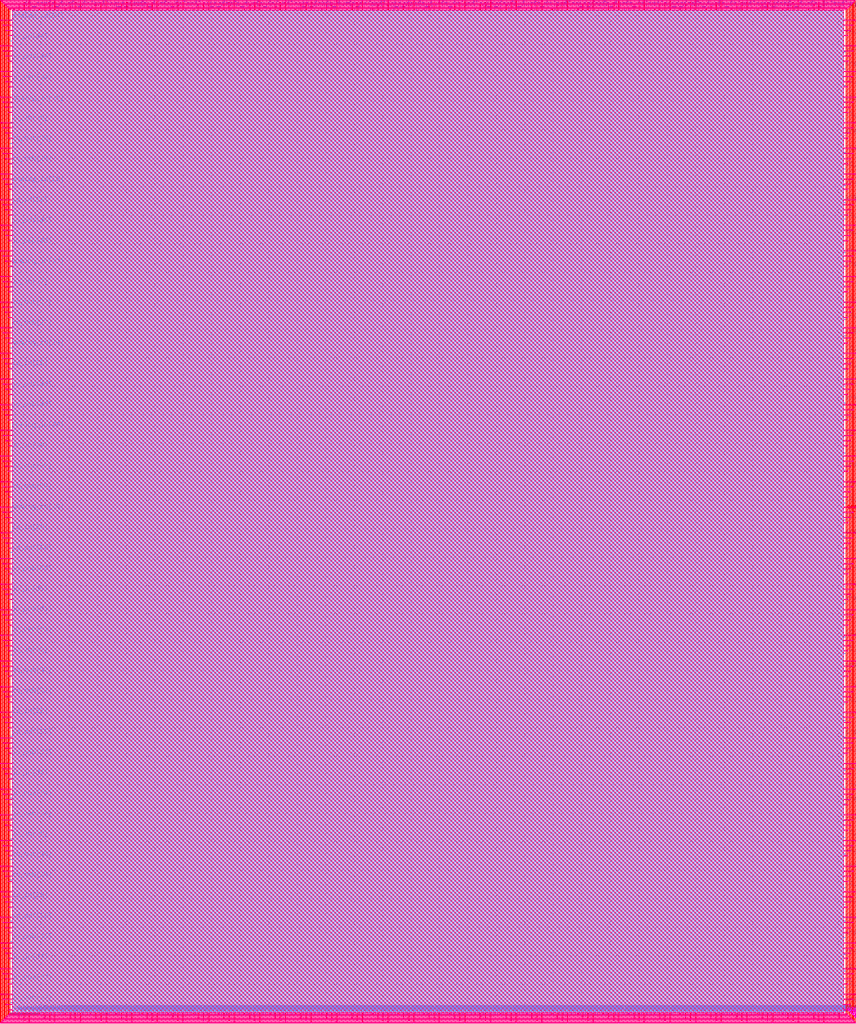
<source format=lef>
VERSION 5.7 ;
  NOWIREEXTENSIONATPIN ON ;
  DIVIDERCHAR "/" ;
  BUSBITCHARS "[]" ;
MACRO user_project_wrapper
  CLASS BLOCK ;
  FOREIGN user_project_wrapper ;
  ORIGIN 0.000 0.000 ;
  SIZE 2920.000 BY 3520.000 ;
  PIN analog_io[0]
    DIRECTION INOUT ;
    PORT
      LAYER met3 ;
        RECT 2920.400000 28.980000 2924.800000 30.180000 ;
    END
  END analog_io[0]
  PIN analog_io[10]
    DIRECTION INOUT ;
    PORT
      LAYER met3 ;
        RECT 2920.400000 2374.980000 2924.800000 2376.180000 ;
    END
  END analog_io[10]
  PIN analog_io[11]
    DIRECTION INOUT ;
    PORT
      LAYER met3 ;
        RECT 2920.400000 2609.580000 2924.800000 2610.780000 ;
    END
  END analog_io[11]
  PIN analog_io[12]
    DIRECTION INOUT ;
    PORT
      LAYER met3 ;
        RECT 2920.400000 2844.180000 2924.800000 2845.380000 ;
    END
  END analog_io[12]
  PIN analog_io[13]
    DIRECTION INOUT ;
    PORT
      LAYER met3 ;
        RECT 2920.400000 3078.780000 2924.800000 3079.980000 ;
    END
  END analog_io[13]
  PIN analog_io[14]
    DIRECTION INOUT ;
    PORT
      LAYER met3 ;
        RECT 2920.400000 3313.380000 2924.800000 3314.580000 ;
    END
  END analog_io[14]
  PIN analog_io[15]
    DIRECTION INOUT ;
    PORT
      LAYER met2 ;
        RECT 2879.090000 3520.400000 2879.650000 3524.800000 ;
    END
  END analog_io[15]
  PIN analog_io[16]
    DIRECTION INOUT ;
    PORT
      LAYER met2 ;
        RECT 2554.790000 3520.400000 2555.350000 3524.800000 ;
    END
  END analog_io[16]
  PIN analog_io[17]
    DIRECTION INOUT ;
    PORT
      LAYER met2 ;
        RECT 2230.490000 3520.400000 2231.050000 3524.800000 ;
    END
  END analog_io[17]
  PIN analog_io[18]
    DIRECTION INOUT ;
    PORT
      LAYER met2 ;
        RECT 1905.730000 3520.400000 1906.290000 3524.800000 ;
    END
  END analog_io[18]
  PIN analog_io[19]
    DIRECTION INOUT ;
    PORT
      LAYER met2 ;
        RECT 1581.430000 3520.400000 1581.990000 3524.800000 ;
    END
  END analog_io[19]
  PIN analog_io[1]
    DIRECTION INOUT ;
    PORT
      LAYER met3 ;
        RECT 2920.400000 263.580000 2924.800000 264.780000 ;
    END
  END analog_io[1]
  PIN analog_io[20]
    DIRECTION INOUT ;
    PORT
      LAYER met2 ;
        RECT 1257.130000 3520.400000 1257.690000 3524.800000 ;
    END
  END analog_io[20]
  PIN analog_io[21]
    DIRECTION INOUT ;
    PORT
      LAYER met2 ;
        RECT 932.370000 3520.400000 932.930000 3524.800000 ;
    END
  END analog_io[21]
  PIN analog_io[22]
    DIRECTION INOUT ;
    PORT
      LAYER met2 ;
        RECT 608.070000 3520.400000 608.630000 3524.800000 ;
    END
  END analog_io[22]
  PIN analog_io[23]
    DIRECTION INOUT ;
    PORT
      LAYER met2 ;
        RECT 283.770000 3520.400000 284.330000 3524.800000 ;
    END
  END analog_io[23]
  PIN analog_io[24]
    DIRECTION INOUT ;
    PORT
      LAYER met3 ;
        RECT -4.800000 3482.700000 -0.400000 3483.900000 ;
    END
  END analog_io[24]
  PIN analog_io[25]
    DIRECTION INOUT ;
    PORT
      LAYER met3 ;
        RECT -4.800000 3195.060000 -0.400000 3196.260000 ;
    END
  END analog_io[25]
  PIN analog_io[26]
    DIRECTION INOUT ;
    PORT
      LAYER met3 ;
        RECT -4.800000 2908.100000 -0.400000 2909.300000 ;
    END
  END analog_io[26]
  PIN analog_io[27]
    DIRECTION INOUT ;
    PORT
      LAYER met3 ;
        RECT -4.800000 2620.460000 -0.400000 2621.660000 ;
    END
  END analog_io[27]
  PIN analog_io[28]
    DIRECTION INOUT ;
    PORT
      LAYER met3 ;
        RECT -4.800000 2333.500000 -0.400000 2334.700000 ;
    END
  END analog_io[28]
  PIN analog_io[29]
    DIRECTION INOUT ;
    PORT
      LAYER met3 ;
        RECT -4.800000 2045.860000 -0.400000 2047.060000 ;
    END
  END analog_io[29]
  PIN analog_io[2]
    DIRECTION INOUT ;
    PORT
      LAYER met3 ;
        RECT 2920.400000 498.180000 2924.800000 499.380000 ;
    END
  END analog_io[2]
  PIN analog_io[30]
    DIRECTION INOUT ;
    PORT
      LAYER met3 ;
        RECT -4.800000 1758.900000 -0.400000 1760.100000 ;
    END
  END analog_io[30]
  PIN analog_io[3]
    DIRECTION INOUT ;
    PORT
      LAYER met3 ;
        RECT 2920.400000 732.780000 2924.800000 733.980000 ;
    END
  END analog_io[3]
  PIN analog_io[4]
    DIRECTION INOUT ;
    PORT
      LAYER met3 ;
        RECT 2920.400000 967.380000 2924.800000 968.580000 ;
    END
  END analog_io[4]
  PIN analog_io[5]
    DIRECTION INOUT ;
    PORT
      LAYER met3 ;
        RECT 2920.400000 1201.980000 2924.800000 1203.180000 ;
    END
  END analog_io[5]
  PIN analog_io[6]
    DIRECTION INOUT ;
    PORT
      LAYER met3 ;
        RECT 2920.400000 1436.580000 2924.800000 1437.780000 ;
    END
  END analog_io[6]
  PIN analog_io[7]
    DIRECTION INOUT ;
    PORT
      LAYER met3 ;
        RECT 2920.400000 1671.180000 2924.800000 1672.380000 ;
    END
  END analog_io[7]
  PIN analog_io[8]
    DIRECTION INOUT ;
    PORT
      LAYER met3 ;
        RECT 2920.400000 1905.780000 2924.800000 1906.980000 ;
    END
  END analog_io[8]
  PIN analog_io[9]
    DIRECTION INOUT ;
    PORT
      LAYER met3 ;
        RECT 2920.400000 2140.380000 2924.800000 2141.580000 ;
    END
  END analog_io[9]
  PIN io_in[0]
    DIRECTION INPUT ;
    PORT
      LAYER met3 ;
        RECT 2920.400000 87.460000 2924.800000 88.660000 ;
    END
  END io_in[0]
  PIN io_in[10]
    DIRECTION INPUT ;
    PORT
      LAYER met3 ;
        RECT 2920.400000 2433.460000 2924.800000 2434.660000 ;
    END
  END io_in[10]
  PIN io_in[11]
    DIRECTION INPUT ;
    PORT
      LAYER met3 ;
        RECT 2920.400000 2668.740000 2924.800000 2669.940000 ;
    END
  END io_in[11]
  PIN io_in[12]
    DIRECTION INPUT ;
    PORT
      LAYER met3 ;
        RECT 2920.400000 2903.340000 2924.800000 2904.540000 ;
    END
  END io_in[12]
  PIN io_in[13]
    DIRECTION INPUT ;
    PORT
      LAYER met3 ;
        RECT 2920.400000 3137.940000 2924.800000 3139.140000 ;
    END
  END io_in[13]
  PIN io_in[14]
    DIRECTION INPUT ;
    PORT
      LAYER met3 ;
        RECT 2920.400000 3372.540000 2924.800000 3373.740000 ;
    END
  END io_in[14]
  PIN io_in[15]
    DIRECTION INPUT ;
    PORT
      LAYER met2 ;
        RECT 2798.130000 3520.400000 2798.690000 3524.800000 ;
    END
  END io_in[15]
  PIN io_in[16]
    DIRECTION INPUT ;
    PORT
      LAYER met2 ;
        RECT 2473.830000 3520.400000 2474.390000 3524.800000 ;
    END
  END io_in[16]
  PIN io_in[17]
    DIRECTION INPUT ;
    PORT
      LAYER met2 ;
        RECT 2149.070000 3520.400000 2149.630000 3524.800000 ;
    END
  END io_in[17]
  PIN io_in[18]
    DIRECTION INPUT ;
    PORT
      LAYER met2 ;
        RECT 1824.770000 3520.400000 1825.330000 3524.800000 ;
    END
  END io_in[18]
  PIN io_in[19]
    DIRECTION INPUT ;
    PORT
      LAYER met2 ;
        RECT 1500.470000 3520.400000 1501.030000 3524.800000 ;
    END
  END io_in[19]
  PIN io_in[1]
    DIRECTION INPUT ;
    PORT
      LAYER met3 ;
        RECT 2920.400000 322.060000 2924.800000 323.260000 ;
    END
  END io_in[1]
  PIN io_in[20]
    DIRECTION INPUT ;
    PORT
      LAYER met2 ;
        RECT 1175.710000 3520.400000 1176.270000 3524.800000 ;
    END
  END io_in[20]
  PIN io_in[21]
    DIRECTION INPUT ;
    PORT
      LAYER met2 ;
        RECT 851.410000 3520.400000 851.970000 3524.800000 ;
    END
  END io_in[21]
  PIN io_in[22]
    DIRECTION INPUT ;
    PORT
      LAYER met2 ;
        RECT 527.110000 3520.400000 527.670000 3524.800000 ;
    END
  END io_in[22]
  PIN io_in[23]
    DIRECTION INPUT ;
    PORT
      LAYER met2 ;
        RECT 202.350000 3520.400000 202.910000 3524.800000 ;
    END
  END io_in[23]
  PIN io_in[24]
    DIRECTION INPUT ;
    PORT
      LAYER met3 ;
        RECT -4.800000 3410.620000 -0.400000 3411.820000 ;
    END
  END io_in[24]
  PIN io_in[25]
    DIRECTION INPUT ;
    PORT
      LAYER met3 ;
        RECT -4.800000 3123.660000 -0.400000 3124.860000 ;
    END
  END io_in[25]
  PIN io_in[26]
    DIRECTION INPUT ;
    PORT
      LAYER met3 ;
        RECT -4.800000 2836.020000 -0.400000 2837.220000 ;
    END
  END io_in[26]
  PIN io_in[27]
    DIRECTION INPUT ;
    PORT
      LAYER met3 ;
        RECT -4.800000 2549.060000 -0.400000 2550.260000 ;
    END
  END io_in[27]
  PIN io_in[28]
    DIRECTION INPUT ;
    PORT
      LAYER met3 ;
        RECT -4.800000 2261.420000 -0.400000 2262.620000 ;
    END
  END io_in[28]
  PIN io_in[29]
    DIRECTION INPUT ;
    PORT
      LAYER met3 ;
        RECT -4.800000 1974.460000 -0.400000 1975.660000 ;
    END
  END io_in[29]
  PIN io_in[2]
    DIRECTION INPUT ;
    PORT
      LAYER met3 ;
        RECT 2920.400000 556.660000 2924.800000 557.860000 ;
    END
  END io_in[2]
  PIN io_in[30]
    DIRECTION INPUT ;
    PORT
      LAYER met3 ;
        RECT -4.800000 1686.820000 -0.400000 1688.020000 ;
    END
  END io_in[30]
  PIN io_in[31]
    DIRECTION INPUT ;
    PORT
      LAYER met3 ;
        RECT -4.800000 1471.260000 -0.400000 1472.460000 ;
    END
  END io_in[31]
  PIN io_in[32]
    DIRECTION INPUT ;
    PORT
      LAYER met3 ;
        RECT -4.800000 1255.700000 -0.400000 1256.900000 ;
    END
  END io_in[32]
  PIN io_in[33]
    DIRECTION INPUT ;
    PORT
      LAYER met3 ;
        RECT -4.800000 1040.140000 -0.400000 1041.340000 ;
    END
  END io_in[33]
  PIN io_in[34]
    DIRECTION INPUT ;
    PORT
      LAYER met3 ;
        RECT -4.800000 824.580000 -0.400000 825.780000 ;
    END
  END io_in[34]
  PIN io_in[35]
    DIRECTION INPUT ;
    PORT
      LAYER met3 ;
        RECT -4.800000 609.700000 -0.400000 610.900000 ;
    END
  END io_in[35]
  PIN io_in[36]
    DIRECTION INPUT ;
    PORT
      LAYER met3 ;
        RECT -4.800000 394.140000 -0.400000 395.340000 ;
    END
  END io_in[36]
  PIN io_in[37]
    DIRECTION INPUT ;
    PORT
      LAYER met3 ;
        RECT -4.800000 178.580000 -0.400000 179.780000 ;
    END
  END io_in[37]
  PIN io_in[3]
    DIRECTION INPUT ;
    PORT
      LAYER met3 ;
        RECT 2920.400000 791.260000 2924.800000 792.460000 ;
    END
  END io_in[3]
  PIN io_in[4]
    DIRECTION INPUT ;
    PORT
      LAYER met3 ;
        RECT 2920.400000 1025.860000 2924.800000 1027.060000 ;
    END
  END io_in[4]
  PIN io_in[5]
    DIRECTION INPUT ;
    PORT
      LAYER met3 ;
        RECT 2920.400000 1260.460000 2924.800000 1261.660000 ;
    END
  END io_in[5]
  PIN io_in[6]
    DIRECTION INPUT ;
    PORT
      LAYER met3 ;
        RECT 2920.400000 1495.060000 2924.800000 1496.260000 ;
    END
  END io_in[6]
  PIN io_in[7]
    DIRECTION INPUT ;
    PORT
      LAYER met3 ;
        RECT 2920.400000 1729.660000 2924.800000 1730.860000 ;
    END
  END io_in[7]
  PIN io_in[8]
    DIRECTION INPUT ;
    PORT
      LAYER met3 ;
        RECT 2920.400000 1964.260000 2924.800000 1965.460000 ;
    END
  END io_in[8]
  PIN io_in[9]
    DIRECTION INPUT ;
    PORT
      LAYER met3 ;
        RECT 2920.400000 2198.860000 2924.800000 2200.060000 ;
    END
  END io_in[9]
  PIN io_oeb[0]
    DIRECTION OUTPUT TRISTATE ;
    PORT
      LAYER met3 ;
        RECT 2920.400000 204.420000 2924.800000 205.620000 ;
    END
  END io_oeb[0]
  PIN io_oeb[10]
    DIRECTION OUTPUT TRISTATE ;
    PORT
      LAYER met3 ;
        RECT 2920.400000 2551.100000 2924.800000 2552.300000 ;
    END
  END io_oeb[10]
  PIN io_oeb[11]
    DIRECTION OUTPUT TRISTATE ;
    PORT
      LAYER met3 ;
        RECT 2920.400000 2785.700000 2924.800000 2786.900000 ;
    END
  END io_oeb[11]
  PIN io_oeb[12]
    DIRECTION OUTPUT TRISTATE ;
    PORT
      LAYER met3 ;
        RECT 2920.400000 3020.300000 2924.800000 3021.500000 ;
    END
  END io_oeb[12]
  PIN io_oeb[13]
    DIRECTION OUTPUT TRISTATE ;
    PORT
      LAYER met3 ;
        RECT 2920.400000 3254.900000 2924.800000 3256.100000 ;
    END
  END io_oeb[13]
  PIN io_oeb[14]
    DIRECTION OUTPUT TRISTATE ;
    PORT
      LAYER met3 ;
        RECT 2920.400000 3489.500000 2924.800000 3490.700000 ;
    END
  END io_oeb[14]
  PIN io_oeb[15]
    DIRECTION OUTPUT TRISTATE ;
    PORT
      LAYER met2 ;
        RECT 2635.750000 3520.400000 2636.310000 3524.800000 ;
    END
  END io_oeb[15]
  PIN io_oeb[16]
    DIRECTION OUTPUT TRISTATE ;
    PORT
      LAYER met2 ;
        RECT 2311.450000 3520.400000 2312.010000 3524.800000 ;
    END
  END io_oeb[16]
  PIN io_oeb[17]
    DIRECTION OUTPUT TRISTATE ;
    PORT
      LAYER met2 ;
        RECT 1987.150000 3520.400000 1987.710000 3524.800000 ;
    END
  END io_oeb[17]
  PIN io_oeb[18]
    DIRECTION OUTPUT TRISTATE ;
    PORT
      LAYER met2 ;
        RECT 1662.390000 3520.400000 1662.950000 3524.800000 ;
    END
  END io_oeb[18]
  PIN io_oeb[19]
    DIRECTION OUTPUT TRISTATE ;
    PORT
      LAYER met2 ;
        RECT 1338.090000 3520.400000 1338.650000 3524.800000 ;
    END
  END io_oeb[19]
  PIN io_oeb[1]
    DIRECTION OUTPUT TRISTATE ;
    PORT
      LAYER met3 ;
        RECT 2920.400000 439.020000 2924.800000 440.220000 ;
    END
  END io_oeb[1]
  PIN io_oeb[20]
    DIRECTION OUTPUT TRISTATE ;
    PORT
      LAYER met2 ;
        RECT 1013.790000 3520.400000 1014.350000 3524.800000 ;
    END
  END io_oeb[20]
  PIN io_oeb[21]
    DIRECTION OUTPUT TRISTATE ;
    PORT
      LAYER met2 ;
        RECT 689.030000 3520.400000 689.590000 3524.800000 ;
    END
  END io_oeb[21]
  PIN io_oeb[22]
    DIRECTION OUTPUT TRISTATE ;
    PORT
      LAYER met2 ;
        RECT 364.730000 3520.400000 365.290000 3524.800000 ;
    END
  END io_oeb[22]
  PIN io_oeb[23]
    DIRECTION OUTPUT TRISTATE ;
    PORT
      LAYER met2 ;
        RECT 40.430000 3520.400000 40.990000 3524.800000 ;
    END
  END io_oeb[23]
  PIN io_oeb[24]
    DIRECTION OUTPUT TRISTATE ;
    PORT
      LAYER met3 ;
        RECT -4.800000 3267.140000 -0.400000 3268.340000 ;
    END
  END io_oeb[24]
  PIN io_oeb[25]
    DIRECTION OUTPUT TRISTATE ;
    PORT
      LAYER met3 ;
        RECT -4.800000 2979.500000 -0.400000 2980.700000 ;
    END
  END io_oeb[25]
  PIN io_oeb[26]
    DIRECTION OUTPUT TRISTATE ;
    PORT
      LAYER met3 ;
        RECT -4.800000 2692.540000 -0.400000 2693.740000 ;
    END
  END io_oeb[26]
  PIN io_oeb[27]
    DIRECTION OUTPUT TRISTATE ;
    PORT
      LAYER met3 ;
        RECT -4.800000 2404.900000 -0.400000 2406.100000 ;
    END
  END io_oeb[27]
  PIN io_oeb[28]
    DIRECTION OUTPUT TRISTATE ;
    PORT
      LAYER met3 ;
        RECT -4.800000 2117.940000 -0.400000 2119.140000 ;
    END
  END io_oeb[28]
  PIN io_oeb[29]
    DIRECTION OUTPUT TRISTATE ;
    PORT
      LAYER met3 ;
        RECT -4.800000 1830.300000 -0.400000 1831.500000 ;
    END
  END io_oeb[29]
  PIN io_oeb[2]
    DIRECTION OUTPUT TRISTATE ;
    PORT
      LAYER met3 ;
        RECT 2920.400000 673.620000 2924.800000 674.820000 ;
    END
  END io_oeb[2]
  PIN io_oeb[30]
    DIRECTION OUTPUT TRISTATE ;
    PORT
      LAYER met3 ;
        RECT -4.800000 1543.340000 -0.400000 1544.540000 ;
    END
  END io_oeb[30]
  PIN io_oeb[31]
    DIRECTION OUTPUT TRISTATE ;
    PORT
      LAYER met3 ;
        RECT -4.800000 1327.780000 -0.400000 1328.980000 ;
    END
  END io_oeb[31]
  PIN io_oeb[32]
    DIRECTION OUTPUT TRISTATE ;
    PORT
      LAYER met3 ;
        RECT -4.800000 1112.220000 -0.400000 1113.420000 ;
    END
  END io_oeb[32]
  PIN io_oeb[33]
    DIRECTION OUTPUT TRISTATE ;
    PORT
      LAYER met3 ;
        RECT -4.800000 896.660000 -0.400000 897.860000 ;
    END
  END io_oeb[33]
  PIN io_oeb[34]
    DIRECTION OUTPUT TRISTATE ;
    PORT
      LAYER met3 ;
        RECT -4.800000 681.100000 -0.400000 682.300000 ;
    END
  END io_oeb[34]
  PIN io_oeb[35]
    DIRECTION OUTPUT TRISTATE ;
    PORT
      LAYER met3 ;
        RECT -4.800000 465.540000 -0.400000 466.740000 ;
    END
  END io_oeb[35]
  PIN io_oeb[36]
    DIRECTION OUTPUT TRISTATE ;
    PORT
      LAYER met3 ;
        RECT -4.800000 249.980000 -0.400000 251.180000 ;
    END
  END io_oeb[36]
  PIN io_oeb[37]
    DIRECTION OUTPUT TRISTATE ;
    PORT
      LAYER met3 ;
        RECT -4.800000 35.100000 -0.400000 36.300000 ;
    END
  END io_oeb[37]
  PIN io_oeb[3]
    DIRECTION OUTPUT TRISTATE ;
    PORT
      LAYER met3 ;
        RECT 2920.400000 908.900000 2924.800000 910.100000 ;
    END
  END io_oeb[3]
  PIN io_oeb[4]
    DIRECTION OUTPUT TRISTATE ;
    PORT
      LAYER met3 ;
        RECT 2920.400000 1143.500000 2924.800000 1144.700000 ;
    END
  END io_oeb[4]
  PIN io_oeb[5]
    DIRECTION OUTPUT TRISTATE ;
    PORT
      LAYER met3 ;
        RECT 2920.400000 1378.100000 2924.800000 1379.300000 ;
    END
  END io_oeb[5]
  PIN io_oeb[6]
    DIRECTION OUTPUT TRISTATE ;
    PORT
      LAYER met3 ;
        RECT 2920.400000 1612.700000 2924.800000 1613.900000 ;
    END
  END io_oeb[6]
  PIN io_oeb[7]
    DIRECTION OUTPUT TRISTATE ;
    PORT
      LAYER met3 ;
        RECT 2920.400000 1847.300000 2924.800000 1848.500000 ;
    END
  END io_oeb[7]
  PIN io_oeb[8]
    DIRECTION OUTPUT TRISTATE ;
    PORT
      LAYER met3 ;
        RECT 2920.400000 2081.900000 2924.800000 2083.100000 ;
    END
  END io_oeb[8]
  PIN io_oeb[9]
    DIRECTION OUTPUT TRISTATE ;
    PORT
      LAYER met3 ;
        RECT 2920.400000 2316.500000 2924.800000 2317.700000 ;
    END
  END io_oeb[9]
  PIN io_out[0]
    DIRECTION OUTPUT TRISTATE ;
    PORT
      LAYER met3 ;
        RECT 2920.400000 145.940000 2924.800000 147.140000 ;
    END
  END io_out[0]
  PIN io_out[10]
    DIRECTION OUTPUT TRISTATE ;
    PORT
      LAYER met3 ;
        RECT 2920.400000 2492.620000 2924.800000 2493.820000 ;
    END
  END io_out[10]
  PIN io_out[11]
    DIRECTION OUTPUT TRISTATE ;
    PORT
      LAYER met3 ;
        RECT 2920.400000 2727.220000 2924.800000 2728.420000 ;
    END
  END io_out[11]
  PIN io_out[12]
    DIRECTION OUTPUT TRISTATE ;
    PORT
      LAYER met3 ;
        RECT 2920.400000 2961.820000 2924.800000 2963.020000 ;
    END
  END io_out[12]
  PIN io_out[13]
    DIRECTION OUTPUT TRISTATE ;
    PORT
      LAYER met3 ;
        RECT 2920.400000 3196.420000 2924.800000 3197.620000 ;
    END
  END io_out[13]
  PIN io_out[14]
    DIRECTION OUTPUT TRISTATE ;
    PORT
      LAYER met3 ;
        RECT 2920.400000 3431.020000 2924.800000 3432.220000 ;
    END
  END io_out[14]
  PIN io_out[15]
    DIRECTION OUTPUT TRISTATE ;
    PORT
      LAYER met2 ;
        RECT 2717.170000 3520.400000 2717.730000 3524.800000 ;
    END
  END io_out[15]
  PIN io_out[16]
    DIRECTION OUTPUT TRISTATE ;
    PORT
      LAYER met2 ;
        RECT 2392.410000 3520.400000 2392.970000 3524.800000 ;
    END
  END io_out[16]
  PIN io_out[17]
    DIRECTION OUTPUT TRISTATE ;
    PORT
      LAYER met2 ;
        RECT 2068.110000 3520.400000 2068.670000 3524.800000 ;
    END
  END io_out[17]
  PIN io_out[18]
    DIRECTION OUTPUT TRISTATE ;
    PORT
      LAYER met2 ;
        RECT 1743.810000 3520.400000 1744.370000 3524.800000 ;
    END
  END io_out[18]
  PIN io_out[19]
    DIRECTION OUTPUT TRISTATE ;
    PORT
      LAYER met2 ;
        RECT 1419.050000 3520.400000 1419.610000 3524.800000 ;
    END
  END io_out[19]
  PIN io_out[1]
    DIRECTION OUTPUT TRISTATE ;
    PORT
      LAYER met3 ;
        RECT 2920.400000 380.540000 2924.800000 381.740000 ;
    END
  END io_out[1]
  PIN io_out[20]
    DIRECTION OUTPUT TRISTATE ;
    PORT
      LAYER met2 ;
        RECT 1094.750000 3520.400000 1095.310000 3524.800000 ;
    END
  END io_out[20]
  PIN io_out[21]
    DIRECTION OUTPUT TRISTATE ;
    PORT
      LAYER met2 ;
        RECT 770.450000 3520.400000 771.010000 3524.800000 ;
    END
  END io_out[21]
  PIN io_out[22]
    DIRECTION OUTPUT TRISTATE ;
    PORT
      LAYER met2 ;
        RECT 445.690000 3520.400000 446.250000 3524.800000 ;
    END
  END io_out[22]
  PIN io_out[23]
    DIRECTION OUTPUT TRISTATE ;
    PORT
      LAYER met2 ;
        RECT 121.390000 3520.400000 121.950000 3524.800000 ;
    END
  END io_out[23]
  PIN io_out[24]
    DIRECTION OUTPUT TRISTATE ;
    PORT
      LAYER met3 ;
        RECT -4.800000 3339.220000 -0.400000 3340.420000 ;
    END
  END io_out[24]
  PIN io_out[25]
    DIRECTION OUTPUT TRISTATE ;
    PORT
      LAYER met3 ;
        RECT -4.800000 3051.580000 -0.400000 3052.780000 ;
    END
  END io_out[25]
  PIN io_out[26]
    DIRECTION OUTPUT TRISTATE ;
    PORT
      LAYER met3 ;
        RECT -4.800000 2764.620000 -0.400000 2765.820000 ;
    END
  END io_out[26]
  PIN io_out[27]
    DIRECTION OUTPUT TRISTATE ;
    PORT
      LAYER met3 ;
        RECT -4.800000 2476.980000 -0.400000 2478.180000 ;
    END
  END io_out[27]
  PIN io_out[28]
    DIRECTION OUTPUT TRISTATE ;
    PORT
      LAYER met3 ;
        RECT -4.800000 2189.340000 -0.400000 2190.540000 ;
    END
  END io_out[28]
  PIN io_out[29]
    DIRECTION OUTPUT TRISTATE ;
    PORT
      LAYER met3 ;
        RECT -4.800000 1902.380000 -0.400000 1903.580000 ;
    END
  END io_out[29]
  PIN io_out[2]
    DIRECTION OUTPUT TRISTATE ;
    PORT
      LAYER met3 ;
        RECT 2920.400000 615.140000 2924.800000 616.340000 ;
    END
  END io_out[2]
  PIN io_out[30]
    DIRECTION OUTPUT TRISTATE ;
    PORT
      LAYER met3 ;
        RECT -4.800000 1614.740000 -0.400000 1615.940000 ;
    END
  END io_out[30]
  PIN io_out[31]
    DIRECTION OUTPUT TRISTATE ;
    PORT
      LAYER met3 ;
        RECT -4.800000 1399.860000 -0.400000 1401.060000 ;
    END
  END io_out[31]
  PIN io_out[32]
    DIRECTION OUTPUT TRISTATE ;
    PORT
      LAYER met3 ;
        RECT -4.800000 1184.300000 -0.400000 1185.500000 ;
    END
  END io_out[32]
  PIN io_out[33]
    DIRECTION OUTPUT TRISTATE ;
    PORT
      LAYER met3 ;
        RECT -4.800000 968.740000 -0.400000 969.940000 ;
    END
  END io_out[33]
  PIN io_out[34]
    DIRECTION OUTPUT TRISTATE ;
    PORT
      LAYER met3 ;
        RECT -4.800000 753.180000 -0.400000 754.380000 ;
    END
  END io_out[34]
  PIN io_out[35]
    DIRECTION OUTPUT TRISTATE ;
    PORT
      LAYER met3 ;
        RECT -4.800000 537.620000 -0.400000 538.820000 ;
    END
  END io_out[35]
  PIN io_out[36]
    DIRECTION OUTPUT TRISTATE ;
    PORT
      LAYER met3 ;
        RECT -4.800000 322.060000 -0.400000 323.260000 ;
    END
  END io_out[36]
  PIN io_out[37]
    DIRECTION OUTPUT TRISTATE ;
    PORT
      LAYER met3 ;
        RECT -4.800000 106.500000 -0.400000 107.700000 ;
    END
  END io_out[37]
  PIN io_out[3]
    DIRECTION OUTPUT TRISTATE ;
    PORT
      LAYER met3 ;
        RECT 2920.400000 849.740000 2924.800000 850.940000 ;
    END
  END io_out[3]
  PIN io_out[4]
    DIRECTION OUTPUT TRISTATE ;
    PORT
      LAYER met3 ;
        RECT 2920.400000 1084.340000 2924.800000 1085.540000 ;
    END
  END io_out[4]
  PIN io_out[5]
    DIRECTION OUTPUT TRISTATE ;
    PORT
      LAYER met3 ;
        RECT 2920.400000 1318.940000 2924.800000 1320.140000 ;
    END
  END io_out[5]
  PIN io_out[6]
    DIRECTION OUTPUT TRISTATE ;
    PORT
      LAYER met3 ;
        RECT 2920.400000 1553.540000 2924.800000 1554.740000 ;
    END
  END io_out[6]
  PIN io_out[7]
    DIRECTION OUTPUT TRISTATE ;
    PORT
      LAYER met3 ;
        RECT 2920.400000 1788.820000 2924.800000 1790.020000 ;
    END
  END io_out[7]
  PIN io_out[8]
    DIRECTION OUTPUT TRISTATE ;
    PORT
      LAYER met3 ;
        RECT 2920.400000 2023.420000 2924.800000 2024.620000 ;
    END
  END io_out[8]
  PIN io_out[9]
    DIRECTION OUTPUT TRISTATE ;
    PORT
      LAYER met3 ;
        RECT 2920.400000 2258.020000 2924.800000 2259.220000 ;
    END
  END io_out[9]
  PIN la_data_in[0]
    DIRECTION INPUT ;
    PORT
      LAYER met2 ;
        RECT 632.910000 -4.800000 633.470000 -0.400000 ;
    END
  END la_data_in[0]
  PIN la_data_in[100]
    DIRECTION INPUT ;
    PORT
      LAYER met2 ;
        RECT 2417.250000 -4.800000 2417.810000 -0.400000 ;
    END
  END la_data_in[100]
  PIN la_data_in[101]
    DIRECTION INPUT ;
    PORT
      LAYER met2 ;
        RECT 2434.730000 -4.800000 2435.290000 -0.400000 ;
    END
  END la_data_in[101]
  PIN la_data_in[102]
    DIRECTION INPUT ;
    PORT
      LAYER met2 ;
        RECT 2452.670000 -4.800000 2453.230000 -0.400000 ;
    END
  END la_data_in[102]
  PIN la_data_in[103]
    DIRECTION INPUT ;
    PORT
      LAYER met2 ;
        RECT 2470.610000 -4.800000 2471.170000 -0.400000 ;
    END
  END la_data_in[103]
  PIN la_data_in[104]
    DIRECTION INPUT ;
    PORT
      LAYER met2 ;
        RECT 2488.550000 -4.800000 2489.110000 -0.400000 ;
    END
  END la_data_in[104]
  PIN la_data_in[105]
    DIRECTION INPUT ;
    PORT
      LAYER met2 ;
        RECT 2506.030000 -4.800000 2506.590000 -0.400000 ;
    END
  END la_data_in[105]
  PIN la_data_in[106]
    DIRECTION INPUT ;
    PORT
      LAYER met2 ;
        RECT 2523.970000 -4.800000 2524.530000 -0.400000 ;
    END
  END la_data_in[106]
  PIN la_data_in[107]
    DIRECTION INPUT ;
    PORT
      LAYER met2 ;
        RECT 2541.910000 -4.800000 2542.470000 -0.400000 ;
    END
  END la_data_in[107]
  PIN la_data_in[108]
    DIRECTION INPUT ;
    PORT
      LAYER met2 ;
        RECT 2559.850000 -4.800000 2560.410000 -0.400000 ;
    END
  END la_data_in[108]
  PIN la_data_in[109]
    DIRECTION INPUT ;
    PORT
      LAYER met2 ;
        RECT 2577.790000 -4.800000 2578.350000 -0.400000 ;
    END
  END la_data_in[109]
  PIN la_data_in[10]
    DIRECTION INPUT ;
    PORT
      LAYER met2 ;
        RECT 811.390000 -4.800000 811.950000 -0.400000 ;
    END
  END la_data_in[10]
  PIN la_data_in[110]
    DIRECTION INPUT ;
    PORT
      LAYER met2 ;
        RECT 2595.270000 -4.800000 2595.830000 -0.400000 ;
    END
  END la_data_in[110]
  PIN la_data_in[111]
    DIRECTION INPUT ;
    PORT
      LAYER met2 ;
        RECT 2613.210000 -4.800000 2613.770000 -0.400000 ;
    END
  END la_data_in[111]
  PIN la_data_in[112]
    DIRECTION INPUT ;
    PORT
      LAYER met2 ;
        RECT 2631.150000 -4.800000 2631.710000 -0.400000 ;
    END
  END la_data_in[112]
  PIN la_data_in[113]
    DIRECTION INPUT ;
    PORT
      LAYER met2 ;
        RECT 2649.090000 -4.800000 2649.650000 -0.400000 ;
    END
  END la_data_in[113]
  PIN la_data_in[114]
    DIRECTION INPUT ;
    PORT
      LAYER met2 ;
        RECT 2667.030000 -4.800000 2667.590000 -0.400000 ;
    END
  END la_data_in[114]
  PIN la_data_in[115]
    DIRECTION INPUT ;
    PORT
      LAYER met2 ;
        RECT 2684.510000 -4.800000 2685.070000 -0.400000 ;
    END
  END la_data_in[115]
  PIN la_data_in[116]
    DIRECTION INPUT ;
    PORT
      LAYER met2 ;
        RECT 2702.450000 -4.800000 2703.010000 -0.400000 ;
    END
  END la_data_in[116]
  PIN la_data_in[117]
    DIRECTION INPUT ;
    PORT
      LAYER met2 ;
        RECT 2720.390000 -4.800000 2720.950000 -0.400000 ;
    END
  END la_data_in[117]
  PIN la_data_in[118]
    DIRECTION INPUT ;
    PORT
      LAYER met2 ;
        RECT 2738.330000 -4.800000 2738.890000 -0.400000 ;
    END
  END la_data_in[118]
  PIN la_data_in[119]
    DIRECTION INPUT ;
    PORT
      LAYER met2 ;
        RECT 2755.810000 -4.800000 2756.370000 -0.400000 ;
    END
  END la_data_in[119]
  PIN la_data_in[11]
    DIRECTION INPUT ;
    PORT
      LAYER met2 ;
        RECT 829.330000 -4.800000 829.890000 -0.400000 ;
    END
  END la_data_in[11]
  PIN la_data_in[120]
    DIRECTION INPUT ;
    PORT
      LAYER met2 ;
        RECT 2773.750000 -4.800000 2774.310000 -0.400000 ;
    END
  END la_data_in[120]
  PIN la_data_in[121]
    DIRECTION INPUT ;
    PORT
      LAYER met2 ;
        RECT 2791.690000 -4.800000 2792.250000 -0.400000 ;
    END
  END la_data_in[121]
  PIN la_data_in[122]
    DIRECTION INPUT ;
    PORT
      LAYER met2 ;
        RECT 2809.630000 -4.800000 2810.190000 -0.400000 ;
    END
  END la_data_in[122]
  PIN la_data_in[123]
    DIRECTION INPUT ;
    PORT
      LAYER met2 ;
        RECT 2827.570000 -4.800000 2828.130000 -0.400000 ;
    END
  END la_data_in[123]
  PIN la_data_in[124]
    DIRECTION INPUT ;
    PORT
      LAYER met2 ;
        RECT 2845.050000 -4.800000 2845.610000 -0.400000 ;
    END
  END la_data_in[124]
  PIN la_data_in[125]
    DIRECTION INPUT ;
    PORT
      LAYER met2 ;
        RECT 2862.990000 -4.800000 2863.550000 -0.400000 ;
    END
  END la_data_in[125]
  PIN la_data_in[126]
    DIRECTION INPUT ;
    PORT
      LAYER met2 ;
        RECT 2880.930000 -4.800000 2881.490000 -0.400000 ;
    END
  END la_data_in[126]
  PIN la_data_in[127]
    DIRECTION INPUT ;
    PORT
      LAYER met2 ;
        RECT 2898.870000 -4.800000 2899.430000 -0.400000 ;
    END
  END la_data_in[127]
  PIN la_data_in[12]
    DIRECTION INPUT ;
    PORT
      LAYER met2 ;
        RECT 846.810000 -4.800000 847.370000 -0.400000 ;
    END
  END la_data_in[12]
  PIN la_data_in[13]
    DIRECTION INPUT ;
    PORT
      LAYER met2 ;
        RECT 864.750000 -4.800000 865.310000 -0.400000 ;
    END
  END la_data_in[13]
  PIN la_data_in[14]
    DIRECTION INPUT ;
    PORT
      LAYER met2 ;
        RECT 882.690000 -4.800000 883.250000 -0.400000 ;
    END
  END la_data_in[14]
  PIN la_data_in[15]
    DIRECTION INPUT ;
    PORT
      LAYER met2 ;
        RECT 900.630000 -4.800000 901.190000 -0.400000 ;
    END
  END la_data_in[15]
  PIN la_data_in[16]
    DIRECTION INPUT ;
    PORT
      LAYER met2 ;
        RECT 918.570000 -4.800000 919.130000 -0.400000 ;
    END
  END la_data_in[16]
  PIN la_data_in[17]
    DIRECTION INPUT ;
    PORT
      LAYER met2 ;
        RECT 936.050000 -4.800000 936.610000 -0.400000 ;
    END
  END la_data_in[17]
  PIN la_data_in[18]
    DIRECTION INPUT ;
    PORT
      LAYER met2 ;
        RECT 953.990000 -4.800000 954.550000 -0.400000 ;
    END
  END la_data_in[18]
  PIN la_data_in[19]
    DIRECTION INPUT ;
    PORT
      LAYER met2 ;
        RECT 971.930000 -4.800000 972.490000 -0.400000 ;
    END
  END la_data_in[19]
  PIN la_data_in[1]
    DIRECTION INPUT ;
    PORT
      LAYER met2 ;
        RECT 650.850000 -4.800000 651.410000 -0.400000 ;
    END
  END la_data_in[1]
  PIN la_data_in[20]
    DIRECTION INPUT ;
    PORT
      LAYER met2 ;
        RECT 989.870000 -4.800000 990.430000 -0.400000 ;
    END
  END la_data_in[20]
  PIN la_data_in[21]
    DIRECTION INPUT ;
    PORT
      LAYER met2 ;
        RECT 1007.350000 -4.800000 1007.910000 -0.400000 ;
    END
  END la_data_in[21]
  PIN la_data_in[22]
    DIRECTION INPUT ;
    PORT
      LAYER met2 ;
        RECT 1025.290000 -4.800000 1025.850000 -0.400000 ;
    END
  END la_data_in[22]
  PIN la_data_in[23]
    DIRECTION INPUT ;
    PORT
      LAYER met2 ;
        RECT 1043.230000 -4.800000 1043.790000 -0.400000 ;
    END
  END la_data_in[23]
  PIN la_data_in[24]
    DIRECTION INPUT ;
    PORT
      LAYER met2 ;
        RECT 1061.170000 -4.800000 1061.730000 -0.400000 ;
    END
  END la_data_in[24]
  PIN la_data_in[25]
    DIRECTION INPUT ;
    PORT
      LAYER met2 ;
        RECT 1079.110000 -4.800000 1079.670000 -0.400000 ;
    END
  END la_data_in[25]
  PIN la_data_in[26]
    DIRECTION INPUT ;
    PORT
      LAYER met2 ;
        RECT 1096.590000 -4.800000 1097.150000 -0.400000 ;
    END
  END la_data_in[26]
  PIN la_data_in[27]
    DIRECTION INPUT ;
    PORT
      LAYER met2 ;
        RECT 1114.530000 -4.800000 1115.090000 -0.400000 ;
    END
  END la_data_in[27]
  PIN la_data_in[28]
    DIRECTION INPUT ;
    PORT
      LAYER met2 ;
        RECT 1132.470000 -4.800000 1133.030000 -0.400000 ;
    END
  END la_data_in[28]
  PIN la_data_in[29]
    DIRECTION INPUT ;
    PORT
      LAYER met2 ;
        RECT 1150.410000 -4.800000 1150.970000 -0.400000 ;
    END
  END la_data_in[29]
  PIN la_data_in[2]
    DIRECTION INPUT ;
    PORT
      LAYER met2 ;
        RECT 668.790000 -4.800000 669.350000 -0.400000 ;
    END
  END la_data_in[2]
  PIN la_data_in[30]
    DIRECTION INPUT ;
    PORT
      LAYER met2 ;
        RECT 1168.350000 -4.800000 1168.910000 -0.400000 ;
    END
  END la_data_in[30]
  PIN la_data_in[31]
    DIRECTION INPUT ;
    PORT
      LAYER met2 ;
        RECT 1185.830000 -4.800000 1186.390000 -0.400000 ;
    END
  END la_data_in[31]
  PIN la_data_in[32]
    DIRECTION INPUT ;
    PORT
      LAYER met2 ;
        RECT 1203.770000 -4.800000 1204.330000 -0.400000 ;
    END
  END la_data_in[32]
  PIN la_data_in[33]
    DIRECTION INPUT ;
    PORT
      LAYER met2 ;
        RECT 1221.710000 -4.800000 1222.270000 -0.400000 ;
    END
  END la_data_in[33]
  PIN la_data_in[34]
    DIRECTION INPUT ;
    PORT
      LAYER met2 ;
        RECT 1239.650000 -4.800000 1240.210000 -0.400000 ;
    END
  END la_data_in[34]
  PIN la_data_in[35]
    DIRECTION INPUT ;
    PORT
      LAYER met2 ;
        RECT 1257.130000 -4.800000 1257.690000 -0.400000 ;
    END
  END la_data_in[35]
  PIN la_data_in[36]
    DIRECTION INPUT ;
    PORT
      LAYER met2 ;
        RECT 1275.070000 -4.800000 1275.630000 -0.400000 ;
    END
  END la_data_in[36]
  PIN la_data_in[37]
    DIRECTION INPUT ;
    PORT
      LAYER met2 ;
        RECT 1293.010000 -4.800000 1293.570000 -0.400000 ;
    END
  END la_data_in[37]
  PIN la_data_in[38]
    DIRECTION INPUT ;
    PORT
      LAYER met2 ;
        RECT 1310.950000 -4.800000 1311.510000 -0.400000 ;
    END
  END la_data_in[38]
  PIN la_data_in[39]
    DIRECTION INPUT ;
    PORT
      LAYER met2 ;
        RECT 1328.890000 -4.800000 1329.450000 -0.400000 ;
    END
  END la_data_in[39]
  PIN la_data_in[3]
    DIRECTION INPUT ;
    PORT
      LAYER met2 ;
        RECT 686.270000 -4.800000 686.830000 -0.400000 ;
    END
  END la_data_in[3]
  PIN la_data_in[40]
    DIRECTION INPUT ;
    PORT
      LAYER met2 ;
        RECT 1346.370000 -4.800000 1346.930000 -0.400000 ;
    END
  END la_data_in[40]
  PIN la_data_in[41]
    DIRECTION INPUT ;
    PORT
      LAYER met2 ;
        RECT 1364.310000 -4.800000 1364.870000 -0.400000 ;
    END
  END la_data_in[41]
  PIN la_data_in[42]
    DIRECTION INPUT ;
    PORT
      LAYER met2 ;
        RECT 1382.250000 -4.800000 1382.810000 -0.400000 ;
    END
  END la_data_in[42]
  PIN la_data_in[43]
    DIRECTION INPUT ;
    PORT
      LAYER met2 ;
        RECT 1400.190000 -4.800000 1400.750000 -0.400000 ;
    END
  END la_data_in[43]
  PIN la_data_in[44]
    DIRECTION INPUT ;
    PORT
      LAYER met2 ;
        RECT 1418.130000 -4.800000 1418.690000 -0.400000 ;
    END
  END la_data_in[44]
  PIN la_data_in[45]
    DIRECTION INPUT ;
    PORT
      LAYER met2 ;
        RECT 1435.610000 -4.800000 1436.170000 -0.400000 ;
    END
  END la_data_in[45]
  PIN la_data_in[46]
    DIRECTION INPUT ;
    PORT
      LAYER met2 ;
        RECT 1453.550000 -4.800000 1454.110000 -0.400000 ;
    END
  END la_data_in[46]
  PIN la_data_in[47]
    DIRECTION INPUT ;
    PORT
      LAYER met2 ;
        RECT 1471.490000 -4.800000 1472.050000 -0.400000 ;
    END
  END la_data_in[47]
  PIN la_data_in[48]
    DIRECTION INPUT ;
    PORT
      LAYER met2 ;
        RECT 1489.430000 -4.800000 1489.990000 -0.400000 ;
    END
  END la_data_in[48]
  PIN la_data_in[49]
    DIRECTION INPUT ;
    PORT
      LAYER met2 ;
        RECT 1506.910000 -4.800000 1507.470000 -0.400000 ;
    END
  END la_data_in[49]
  PIN la_data_in[4]
    DIRECTION INPUT ;
    PORT
      LAYER met2 ;
        RECT 704.210000 -4.800000 704.770000 -0.400000 ;
    END
  END la_data_in[4]
  PIN la_data_in[50]
    DIRECTION INPUT ;
    PORT
      LAYER met2 ;
        RECT 1524.850000 -4.800000 1525.410000 -0.400000 ;
    END
  END la_data_in[50]
  PIN la_data_in[51]
    DIRECTION INPUT ;
    PORT
      LAYER met2 ;
        RECT 1542.790000 -4.800000 1543.350000 -0.400000 ;
    END
  END la_data_in[51]
  PIN la_data_in[52]
    DIRECTION INPUT ;
    PORT
      LAYER met2 ;
        RECT 1560.730000 -4.800000 1561.290000 -0.400000 ;
    END
  END la_data_in[52]
  PIN la_data_in[53]
    DIRECTION INPUT ;
    PORT
      LAYER met2 ;
        RECT 1578.670000 -4.800000 1579.230000 -0.400000 ;
    END
  END la_data_in[53]
  PIN la_data_in[54]
    DIRECTION INPUT ;
    PORT
      LAYER met2 ;
        RECT 1596.150000 -4.800000 1596.710000 -0.400000 ;
    END
  END la_data_in[54]
  PIN la_data_in[55]
    DIRECTION INPUT ;
    PORT
      LAYER met2 ;
        RECT 1614.090000 -4.800000 1614.650000 -0.400000 ;
    END
  END la_data_in[55]
  PIN la_data_in[56]
    DIRECTION INPUT ;
    PORT
      LAYER met2 ;
        RECT 1632.030000 -4.800000 1632.590000 -0.400000 ;
    END
  END la_data_in[56]
  PIN la_data_in[57]
    DIRECTION INPUT ;
    PORT
      LAYER met2 ;
        RECT 1649.970000 -4.800000 1650.530000 -0.400000 ;
    END
  END la_data_in[57]
  PIN la_data_in[58]
    DIRECTION INPUT ;
    PORT
      LAYER met2 ;
        RECT 1667.910000 -4.800000 1668.470000 -0.400000 ;
    END
  END la_data_in[58]
  PIN la_data_in[59]
    DIRECTION INPUT ;
    PORT
      LAYER met2 ;
        RECT 1685.390000 -4.800000 1685.950000 -0.400000 ;
    END
  END la_data_in[59]
  PIN la_data_in[5]
    DIRECTION INPUT ;
    PORT
      LAYER met2 ;
        RECT 722.150000 -4.800000 722.710000 -0.400000 ;
    END
  END la_data_in[5]
  PIN la_data_in[60]
    DIRECTION INPUT ;
    PORT
      LAYER met2 ;
        RECT 1703.330000 -4.800000 1703.890000 -0.400000 ;
    END
  END la_data_in[60]
  PIN la_data_in[61]
    DIRECTION INPUT ;
    PORT
      LAYER met2 ;
        RECT 1721.270000 -4.800000 1721.830000 -0.400000 ;
    END
  END la_data_in[61]
  PIN la_data_in[62]
    DIRECTION INPUT ;
    PORT
      LAYER met2 ;
        RECT 1739.210000 -4.800000 1739.770000 -0.400000 ;
    END
  END la_data_in[62]
  PIN la_data_in[63]
    DIRECTION INPUT ;
    PORT
      LAYER met2 ;
        RECT 1756.690000 -4.800000 1757.250000 -0.400000 ;
    END
  END la_data_in[63]
  PIN la_data_in[64]
    DIRECTION INPUT ;
    PORT
      LAYER met2 ;
        RECT 1774.630000 -4.800000 1775.190000 -0.400000 ;
    END
  END la_data_in[64]
  PIN la_data_in[65]
    DIRECTION INPUT ;
    PORT
      LAYER met2 ;
        RECT 1792.570000 -4.800000 1793.130000 -0.400000 ;
    END
  END la_data_in[65]
  PIN la_data_in[66]
    DIRECTION INPUT ;
    PORT
      LAYER met2 ;
        RECT 1810.510000 -4.800000 1811.070000 -0.400000 ;
    END
  END la_data_in[66]
  PIN la_data_in[67]
    DIRECTION INPUT ;
    PORT
      LAYER met2 ;
        RECT 1828.450000 -4.800000 1829.010000 -0.400000 ;
    END
  END la_data_in[67]
  PIN la_data_in[68]
    DIRECTION INPUT ;
    PORT
      LAYER met2 ;
        RECT 1845.930000 -4.800000 1846.490000 -0.400000 ;
    END
  END la_data_in[68]
  PIN la_data_in[69]
    DIRECTION INPUT ;
    PORT
      LAYER met2 ;
        RECT 1863.870000 -4.800000 1864.430000 -0.400000 ;
    END
  END la_data_in[69]
  PIN la_data_in[6]
    DIRECTION INPUT ;
    PORT
      LAYER met2 ;
        RECT 740.090000 -4.800000 740.650000 -0.400000 ;
    END
  END la_data_in[6]
  PIN la_data_in[70]
    DIRECTION INPUT ;
    PORT
      LAYER met2 ;
        RECT 1881.810000 -4.800000 1882.370000 -0.400000 ;
    END
  END la_data_in[70]
  PIN la_data_in[71]
    DIRECTION INPUT ;
    PORT
      LAYER met2 ;
        RECT 1899.750000 -4.800000 1900.310000 -0.400000 ;
    END
  END la_data_in[71]
  PIN la_data_in[72]
    DIRECTION INPUT ;
    PORT
      LAYER met2 ;
        RECT 1917.690000 -4.800000 1918.250000 -0.400000 ;
    END
  END la_data_in[72]
  PIN la_data_in[73]
    DIRECTION INPUT ;
    PORT
      LAYER met2 ;
        RECT 1935.170000 -4.800000 1935.730000 -0.400000 ;
    END
  END la_data_in[73]
  PIN la_data_in[74]
    DIRECTION INPUT ;
    PORT
      LAYER met2 ;
        RECT 1953.110000 -4.800000 1953.670000 -0.400000 ;
    END
  END la_data_in[74]
  PIN la_data_in[75]
    DIRECTION INPUT ;
    PORT
      LAYER met2 ;
        RECT 1971.050000 -4.800000 1971.610000 -0.400000 ;
    END
  END la_data_in[75]
  PIN la_data_in[76]
    DIRECTION INPUT ;
    PORT
      LAYER met2 ;
        RECT 1988.990000 -4.800000 1989.550000 -0.400000 ;
    END
  END la_data_in[76]
  PIN la_data_in[77]
    DIRECTION INPUT ;
    PORT
      LAYER met2 ;
        RECT 2006.470000 -4.800000 2007.030000 -0.400000 ;
    END
  END la_data_in[77]
  PIN la_data_in[78]
    DIRECTION INPUT ;
    PORT
      LAYER met2 ;
        RECT 2024.410000 -4.800000 2024.970000 -0.400000 ;
    END
  END la_data_in[78]
  PIN la_data_in[79]
    DIRECTION INPUT ;
    PORT
      LAYER met2 ;
        RECT 2042.350000 -4.800000 2042.910000 -0.400000 ;
    END
  END la_data_in[79]
  PIN la_data_in[7]
    DIRECTION INPUT ;
    PORT
      LAYER met2 ;
        RECT 757.570000 -4.800000 758.130000 -0.400000 ;
    END
  END la_data_in[7]
  PIN la_data_in[80]
    DIRECTION INPUT ;
    PORT
      LAYER met2 ;
        RECT 2060.290000 -4.800000 2060.850000 -0.400000 ;
    END
  END la_data_in[80]
  PIN la_data_in[81]
    DIRECTION INPUT ;
    PORT
      LAYER met2 ;
        RECT 2078.230000 -4.800000 2078.790000 -0.400000 ;
    END
  END la_data_in[81]
  PIN la_data_in[82]
    DIRECTION INPUT ;
    PORT
      LAYER met2 ;
        RECT 2095.710000 -4.800000 2096.270000 -0.400000 ;
    END
  END la_data_in[82]
  PIN la_data_in[83]
    DIRECTION INPUT ;
    PORT
      LAYER met2 ;
        RECT 2113.650000 -4.800000 2114.210000 -0.400000 ;
    END
  END la_data_in[83]
  PIN la_data_in[84]
    DIRECTION INPUT ;
    PORT
      LAYER met2 ;
        RECT 2131.590000 -4.800000 2132.150000 -0.400000 ;
    END
  END la_data_in[84]
  PIN la_data_in[85]
    DIRECTION INPUT ;
    PORT
      LAYER met2 ;
        RECT 2149.530000 -4.800000 2150.090000 -0.400000 ;
    END
  END la_data_in[85]
  PIN la_data_in[86]
    DIRECTION INPUT ;
    PORT
      LAYER met2 ;
        RECT 2167.470000 -4.800000 2168.030000 -0.400000 ;
    END
  END la_data_in[86]
  PIN la_data_in[87]
    DIRECTION INPUT ;
    PORT
      LAYER met2 ;
        RECT 2184.950000 -4.800000 2185.510000 -0.400000 ;
    END
  END la_data_in[87]
  PIN la_data_in[88]
    DIRECTION INPUT ;
    PORT
      LAYER met2 ;
        RECT 2202.890000 -4.800000 2203.450000 -0.400000 ;
    END
  END la_data_in[88]
  PIN la_data_in[89]
    DIRECTION INPUT ;
    PORT
      LAYER met2 ;
        RECT 2220.830000 -4.800000 2221.390000 -0.400000 ;
    END
  END la_data_in[89]
  PIN la_data_in[8]
    DIRECTION INPUT ;
    PORT
      LAYER met2 ;
        RECT 775.510000 -4.800000 776.070000 -0.400000 ;
    END
  END la_data_in[8]
  PIN la_data_in[90]
    DIRECTION INPUT ;
    PORT
      LAYER met2 ;
        RECT 2238.770000 -4.800000 2239.330000 -0.400000 ;
    END
  END la_data_in[90]
  PIN la_data_in[91]
    DIRECTION INPUT ;
    PORT
      LAYER met2 ;
        RECT 2256.250000 -4.800000 2256.810000 -0.400000 ;
    END
  END la_data_in[91]
  PIN la_data_in[92]
    DIRECTION INPUT ;
    PORT
      LAYER met2 ;
        RECT 2274.190000 -4.800000 2274.750000 -0.400000 ;
    END
  END la_data_in[92]
  PIN la_data_in[93]
    DIRECTION INPUT ;
    PORT
      LAYER met2 ;
        RECT 2292.130000 -4.800000 2292.690000 -0.400000 ;
    END
  END la_data_in[93]
  PIN la_data_in[94]
    DIRECTION INPUT ;
    PORT
      LAYER met2 ;
        RECT 2310.070000 -4.800000 2310.630000 -0.400000 ;
    END
  END la_data_in[94]
  PIN la_data_in[95]
    DIRECTION INPUT ;
    PORT
      LAYER met2 ;
        RECT 2328.010000 -4.800000 2328.570000 -0.400000 ;
    END
  END la_data_in[95]
  PIN la_data_in[96]
    DIRECTION INPUT ;
    PORT
      LAYER met2 ;
        RECT 2345.490000 -4.800000 2346.050000 -0.400000 ;
    END
  END la_data_in[96]
  PIN la_data_in[97]
    DIRECTION INPUT ;
    PORT
      LAYER met2 ;
        RECT 2363.430000 -4.800000 2363.990000 -0.400000 ;
    END
  END la_data_in[97]
  PIN la_data_in[98]
    DIRECTION INPUT ;
    PORT
      LAYER met2 ;
        RECT 2381.370000 -4.800000 2381.930000 -0.400000 ;
    END
  END la_data_in[98]
  PIN la_data_in[99]
    DIRECTION INPUT ;
    PORT
      LAYER met2 ;
        RECT 2399.310000 -4.800000 2399.870000 -0.400000 ;
    END
  END la_data_in[99]
  PIN la_data_in[9]
    DIRECTION INPUT ;
    PORT
      LAYER met2 ;
        RECT 793.450000 -4.800000 794.010000 -0.400000 ;
    END
  END la_data_in[9]
  PIN la_data_out[0]
    DIRECTION OUTPUT TRISTATE ;
    PORT
      LAYER met2 ;
        RECT 638.890000 -4.800000 639.450000 -0.400000 ;
    END
  END la_data_out[0]
  PIN la_data_out[100]
    DIRECTION OUTPUT TRISTATE ;
    PORT
      LAYER met2 ;
        RECT 2422.770000 -4.800000 2423.330000 -0.400000 ;
    END
  END la_data_out[100]
  PIN la_data_out[101]
    DIRECTION OUTPUT TRISTATE ;
    PORT
      LAYER met2 ;
        RECT 2440.710000 -4.800000 2441.270000 -0.400000 ;
    END
  END la_data_out[101]
  PIN la_data_out[102]
    DIRECTION OUTPUT TRISTATE ;
    PORT
      LAYER met2 ;
        RECT 2458.650000 -4.800000 2459.210000 -0.400000 ;
    END
  END la_data_out[102]
  PIN la_data_out[103]
    DIRECTION OUTPUT TRISTATE ;
    PORT
      LAYER met2 ;
        RECT 2476.590000 -4.800000 2477.150000 -0.400000 ;
    END
  END la_data_out[103]
  PIN la_data_out[104]
    DIRECTION OUTPUT TRISTATE ;
    PORT
      LAYER met2 ;
        RECT 2494.530000 -4.800000 2495.090000 -0.400000 ;
    END
  END la_data_out[104]
  PIN la_data_out[105]
    DIRECTION OUTPUT TRISTATE ;
    PORT
      LAYER met2 ;
        RECT 2512.010000 -4.800000 2512.570000 -0.400000 ;
    END
  END la_data_out[105]
  PIN la_data_out[106]
    DIRECTION OUTPUT TRISTATE ;
    PORT
      LAYER met2 ;
        RECT 2529.950000 -4.800000 2530.510000 -0.400000 ;
    END
  END la_data_out[106]
  PIN la_data_out[107]
    DIRECTION OUTPUT TRISTATE ;
    PORT
      LAYER met2 ;
        RECT 2547.890000 -4.800000 2548.450000 -0.400000 ;
    END
  END la_data_out[107]
  PIN la_data_out[108]
    DIRECTION OUTPUT TRISTATE ;
    PORT
      LAYER met2 ;
        RECT 2565.830000 -4.800000 2566.390000 -0.400000 ;
    END
  END la_data_out[108]
  PIN la_data_out[109]
    DIRECTION OUTPUT TRISTATE ;
    PORT
      LAYER met2 ;
        RECT 2583.770000 -4.800000 2584.330000 -0.400000 ;
    END
  END la_data_out[109]
  PIN la_data_out[10]
    DIRECTION OUTPUT TRISTATE ;
    PORT
      LAYER met2 ;
        RECT 817.370000 -4.800000 817.930000 -0.400000 ;
    END
  END la_data_out[10]
  PIN la_data_out[110]
    DIRECTION OUTPUT TRISTATE ;
    PORT
      LAYER met2 ;
        RECT 2601.250000 -4.800000 2601.810000 -0.400000 ;
    END
  END la_data_out[110]
  PIN la_data_out[111]
    DIRECTION OUTPUT TRISTATE ;
    PORT
      LAYER met2 ;
        RECT 2619.190000 -4.800000 2619.750000 -0.400000 ;
    END
  END la_data_out[111]
  PIN la_data_out[112]
    DIRECTION OUTPUT TRISTATE ;
    PORT
      LAYER met2 ;
        RECT 2637.130000 -4.800000 2637.690000 -0.400000 ;
    END
  END la_data_out[112]
  PIN la_data_out[113]
    DIRECTION OUTPUT TRISTATE ;
    PORT
      LAYER met2 ;
        RECT 2655.070000 -4.800000 2655.630000 -0.400000 ;
    END
  END la_data_out[113]
  PIN la_data_out[114]
    DIRECTION OUTPUT TRISTATE ;
    PORT
      LAYER met2 ;
        RECT 2672.550000 -4.800000 2673.110000 -0.400000 ;
    END
  END la_data_out[114]
  PIN la_data_out[115]
    DIRECTION OUTPUT TRISTATE ;
    PORT
      LAYER met2 ;
        RECT 2690.490000 -4.800000 2691.050000 -0.400000 ;
    END
  END la_data_out[115]
  PIN la_data_out[116]
    DIRECTION OUTPUT TRISTATE ;
    PORT
      LAYER met2 ;
        RECT 2708.430000 -4.800000 2708.990000 -0.400000 ;
    END
  END la_data_out[116]
  PIN la_data_out[117]
    DIRECTION OUTPUT TRISTATE ;
    PORT
      LAYER met2 ;
        RECT 2726.370000 -4.800000 2726.930000 -0.400000 ;
    END
  END la_data_out[117]
  PIN la_data_out[118]
    DIRECTION OUTPUT TRISTATE ;
    PORT
      LAYER met2 ;
        RECT 2744.310000 -4.800000 2744.870000 -0.400000 ;
    END
  END la_data_out[118]
  PIN la_data_out[119]
    DIRECTION OUTPUT TRISTATE ;
    PORT
      LAYER met2 ;
        RECT 2761.790000 -4.800000 2762.350000 -0.400000 ;
    END
  END la_data_out[119]
  PIN la_data_out[11]
    DIRECTION OUTPUT TRISTATE ;
    PORT
      LAYER met2 ;
        RECT 835.310000 -4.800000 835.870000 -0.400000 ;
    END
  END la_data_out[11]
  PIN la_data_out[120]
    DIRECTION OUTPUT TRISTATE ;
    PORT
      LAYER met2 ;
        RECT 2779.730000 -4.800000 2780.290000 -0.400000 ;
    END
  END la_data_out[120]
  PIN la_data_out[121]
    DIRECTION OUTPUT TRISTATE ;
    PORT
      LAYER met2 ;
        RECT 2797.670000 -4.800000 2798.230000 -0.400000 ;
    END
  END la_data_out[121]
  PIN la_data_out[122]
    DIRECTION OUTPUT TRISTATE ;
    PORT
      LAYER met2 ;
        RECT 2815.610000 -4.800000 2816.170000 -0.400000 ;
    END
  END la_data_out[122]
  PIN la_data_out[123]
    DIRECTION OUTPUT TRISTATE ;
    PORT
      LAYER met2 ;
        RECT 2833.550000 -4.800000 2834.110000 -0.400000 ;
    END
  END la_data_out[123]
  PIN la_data_out[124]
    DIRECTION OUTPUT TRISTATE ;
    PORT
      LAYER met2 ;
        RECT 2851.030000 -4.800000 2851.590000 -0.400000 ;
    END
  END la_data_out[124]
  PIN la_data_out[125]
    DIRECTION OUTPUT TRISTATE ;
    PORT
      LAYER met2 ;
        RECT 2868.970000 -4.800000 2869.530000 -0.400000 ;
    END
  END la_data_out[125]
  PIN la_data_out[126]
    DIRECTION OUTPUT TRISTATE ;
    PORT
      LAYER met2 ;
        RECT 2886.910000 -4.800000 2887.470000 -0.400000 ;
    END
  END la_data_out[126]
  PIN la_data_out[127]
    DIRECTION OUTPUT TRISTATE ;
    PORT
      LAYER met2 ;
        RECT 2904.850000 -4.800000 2905.410000 -0.400000 ;
    END
  END la_data_out[127]
  PIN la_data_out[12]
    DIRECTION OUTPUT TRISTATE ;
    PORT
      LAYER met2 ;
        RECT 852.790000 -4.800000 853.350000 -0.400000 ;
    END
  END la_data_out[12]
  PIN la_data_out[13]
    DIRECTION OUTPUT TRISTATE ;
    PORT
      LAYER met2 ;
        RECT 870.730000 -4.800000 871.290000 -0.400000 ;
    END
  END la_data_out[13]
  PIN la_data_out[14]
    DIRECTION OUTPUT TRISTATE ;
    PORT
      LAYER met2 ;
        RECT 888.670000 -4.800000 889.230000 -0.400000 ;
    END
  END la_data_out[14]
  PIN la_data_out[15]
    DIRECTION OUTPUT TRISTATE ;
    PORT
      LAYER met2 ;
        RECT 906.610000 -4.800000 907.170000 -0.400000 ;
    END
  END la_data_out[15]
  PIN la_data_out[16]
    DIRECTION OUTPUT TRISTATE ;
    PORT
      LAYER met2 ;
        RECT 924.090000 -4.800000 924.650000 -0.400000 ;
    END
  END la_data_out[16]
  PIN la_data_out[17]
    DIRECTION OUTPUT TRISTATE ;
    PORT
      LAYER met2 ;
        RECT 942.030000 -4.800000 942.590000 -0.400000 ;
    END
  END la_data_out[17]
  PIN la_data_out[18]
    DIRECTION OUTPUT TRISTATE ;
    PORT
      LAYER met2 ;
        RECT 959.970000 -4.800000 960.530000 -0.400000 ;
    END
  END la_data_out[18]
  PIN la_data_out[19]
    DIRECTION OUTPUT TRISTATE ;
    PORT
      LAYER met2 ;
        RECT 977.910000 -4.800000 978.470000 -0.400000 ;
    END
  END la_data_out[19]
  PIN la_data_out[1]
    DIRECTION OUTPUT TRISTATE ;
    PORT
      LAYER met2 ;
        RECT 656.830000 -4.800000 657.390000 -0.400000 ;
    END
  END la_data_out[1]
  PIN la_data_out[20]
    DIRECTION OUTPUT TRISTATE ;
    PORT
      LAYER met2 ;
        RECT 995.850000 -4.800000 996.410000 -0.400000 ;
    END
  END la_data_out[20]
  PIN la_data_out[21]
    DIRECTION OUTPUT TRISTATE ;
    PORT
      LAYER met2 ;
        RECT 1013.330000 -4.800000 1013.890000 -0.400000 ;
    END
  END la_data_out[21]
  PIN la_data_out[22]
    DIRECTION OUTPUT TRISTATE ;
    PORT
      LAYER met2 ;
        RECT 1031.270000 -4.800000 1031.830000 -0.400000 ;
    END
  END la_data_out[22]
  PIN la_data_out[23]
    DIRECTION OUTPUT TRISTATE ;
    PORT
      LAYER met2 ;
        RECT 1049.210000 -4.800000 1049.770000 -0.400000 ;
    END
  END la_data_out[23]
  PIN la_data_out[24]
    DIRECTION OUTPUT TRISTATE ;
    PORT
      LAYER met2 ;
        RECT 1067.150000 -4.800000 1067.710000 -0.400000 ;
    END
  END la_data_out[24]
  PIN la_data_out[25]
    DIRECTION OUTPUT TRISTATE ;
    PORT
      LAYER met2 ;
        RECT 1085.090000 -4.800000 1085.650000 -0.400000 ;
    END
  END la_data_out[25]
  PIN la_data_out[26]
    DIRECTION OUTPUT TRISTATE ;
    PORT
      LAYER met2 ;
        RECT 1102.570000 -4.800000 1103.130000 -0.400000 ;
    END
  END la_data_out[26]
  PIN la_data_out[27]
    DIRECTION OUTPUT TRISTATE ;
    PORT
      LAYER met2 ;
        RECT 1120.510000 -4.800000 1121.070000 -0.400000 ;
    END
  END la_data_out[27]
  PIN la_data_out[28]
    DIRECTION OUTPUT TRISTATE ;
    PORT
      LAYER met2 ;
        RECT 1138.450000 -4.800000 1139.010000 -0.400000 ;
    END
  END la_data_out[28]
  PIN la_data_out[29]
    DIRECTION OUTPUT TRISTATE ;
    PORT
      LAYER met2 ;
        RECT 1156.390000 -4.800000 1156.950000 -0.400000 ;
    END
  END la_data_out[29]
  PIN la_data_out[2]
    DIRECTION OUTPUT TRISTATE ;
    PORT
      LAYER met2 ;
        RECT 674.310000 -4.800000 674.870000 -0.400000 ;
    END
  END la_data_out[2]
  PIN la_data_out[30]
    DIRECTION OUTPUT TRISTATE ;
    PORT
      LAYER met2 ;
        RECT 1173.870000 -4.800000 1174.430000 -0.400000 ;
    END
  END la_data_out[30]
  PIN la_data_out[31]
    DIRECTION OUTPUT TRISTATE ;
    PORT
      LAYER met2 ;
        RECT 1191.810000 -4.800000 1192.370000 -0.400000 ;
    END
  END la_data_out[31]
  PIN la_data_out[32]
    DIRECTION OUTPUT TRISTATE ;
    PORT
      LAYER met2 ;
        RECT 1209.750000 -4.800000 1210.310000 -0.400000 ;
    END
  END la_data_out[32]
  PIN la_data_out[33]
    DIRECTION OUTPUT TRISTATE ;
    PORT
      LAYER met2 ;
        RECT 1227.690000 -4.800000 1228.250000 -0.400000 ;
    END
  END la_data_out[33]
  PIN la_data_out[34]
    DIRECTION OUTPUT TRISTATE ;
    PORT
      LAYER met2 ;
        RECT 1245.630000 -4.800000 1246.190000 -0.400000 ;
    END
  END la_data_out[34]
  PIN la_data_out[35]
    DIRECTION OUTPUT TRISTATE ;
    PORT
      LAYER met2 ;
        RECT 1263.110000 -4.800000 1263.670000 -0.400000 ;
    END
  END la_data_out[35]
  PIN la_data_out[36]
    DIRECTION OUTPUT TRISTATE ;
    PORT
      LAYER met2 ;
        RECT 1281.050000 -4.800000 1281.610000 -0.400000 ;
    END
  END la_data_out[36]
  PIN la_data_out[37]
    DIRECTION OUTPUT TRISTATE ;
    PORT
      LAYER met2 ;
        RECT 1298.990000 -4.800000 1299.550000 -0.400000 ;
    END
  END la_data_out[37]
  PIN la_data_out[38]
    DIRECTION OUTPUT TRISTATE ;
    PORT
      LAYER met2 ;
        RECT 1316.930000 -4.800000 1317.490000 -0.400000 ;
    END
  END la_data_out[38]
  PIN la_data_out[39]
    DIRECTION OUTPUT TRISTATE ;
    PORT
      LAYER met2 ;
        RECT 1334.870000 -4.800000 1335.430000 -0.400000 ;
    END
  END la_data_out[39]
  PIN la_data_out[3]
    DIRECTION OUTPUT TRISTATE ;
    PORT
      LAYER met2 ;
        RECT 692.250000 -4.800000 692.810000 -0.400000 ;
    END
  END la_data_out[3]
  PIN la_data_out[40]
    DIRECTION OUTPUT TRISTATE ;
    PORT
      LAYER met2 ;
        RECT 1352.350000 -4.800000 1352.910000 -0.400000 ;
    END
  END la_data_out[40]
  PIN la_data_out[41]
    DIRECTION OUTPUT TRISTATE ;
    PORT
      LAYER met2 ;
        RECT 1370.290000 -4.800000 1370.850000 -0.400000 ;
    END
  END la_data_out[41]
  PIN la_data_out[42]
    DIRECTION OUTPUT TRISTATE ;
    PORT
      LAYER met2 ;
        RECT 1388.230000 -4.800000 1388.790000 -0.400000 ;
    END
  END la_data_out[42]
  PIN la_data_out[43]
    DIRECTION OUTPUT TRISTATE ;
    PORT
      LAYER met2 ;
        RECT 1406.170000 -4.800000 1406.730000 -0.400000 ;
    END
  END la_data_out[43]
  PIN la_data_out[44]
    DIRECTION OUTPUT TRISTATE ;
    PORT
      LAYER met2 ;
        RECT 1423.650000 -4.800000 1424.210000 -0.400000 ;
    END
  END la_data_out[44]
  PIN la_data_out[45]
    DIRECTION OUTPUT TRISTATE ;
    PORT
      LAYER met2 ;
        RECT 1441.590000 -4.800000 1442.150000 -0.400000 ;
    END
  END la_data_out[45]
  PIN la_data_out[46]
    DIRECTION OUTPUT TRISTATE ;
    PORT
      LAYER met2 ;
        RECT 1459.530000 -4.800000 1460.090000 -0.400000 ;
    END
  END la_data_out[46]
  PIN la_data_out[47]
    DIRECTION OUTPUT TRISTATE ;
    PORT
      LAYER met2 ;
        RECT 1477.470000 -4.800000 1478.030000 -0.400000 ;
    END
  END la_data_out[47]
  PIN la_data_out[48]
    DIRECTION OUTPUT TRISTATE ;
    PORT
      LAYER met2 ;
        RECT 1495.410000 -4.800000 1495.970000 -0.400000 ;
    END
  END la_data_out[48]
  PIN la_data_out[49]
    DIRECTION OUTPUT TRISTATE ;
    PORT
      LAYER met2 ;
        RECT 1512.890000 -4.800000 1513.450000 -0.400000 ;
    END
  END la_data_out[49]
  PIN la_data_out[4]
    DIRECTION OUTPUT TRISTATE ;
    PORT
      LAYER met2 ;
        RECT 710.190000 -4.800000 710.750000 -0.400000 ;
    END
  END la_data_out[4]
  PIN la_data_out[50]
    DIRECTION OUTPUT TRISTATE ;
    PORT
      LAYER met2 ;
        RECT 1530.830000 -4.800000 1531.390000 -0.400000 ;
    END
  END la_data_out[50]
  PIN la_data_out[51]
    DIRECTION OUTPUT TRISTATE ;
    PORT
      LAYER met2 ;
        RECT 1548.770000 -4.800000 1549.330000 -0.400000 ;
    END
  END la_data_out[51]
  PIN la_data_out[52]
    DIRECTION OUTPUT TRISTATE ;
    PORT
      LAYER met2 ;
        RECT 1566.710000 -4.800000 1567.270000 -0.400000 ;
    END
  END la_data_out[52]
  PIN la_data_out[53]
    DIRECTION OUTPUT TRISTATE ;
    PORT
      LAYER met2 ;
        RECT 1584.650000 -4.800000 1585.210000 -0.400000 ;
    END
  END la_data_out[53]
  PIN la_data_out[54]
    DIRECTION OUTPUT TRISTATE ;
    PORT
      LAYER met2 ;
        RECT 1602.130000 -4.800000 1602.690000 -0.400000 ;
    END
  END la_data_out[54]
  PIN la_data_out[55]
    DIRECTION OUTPUT TRISTATE ;
    PORT
      LAYER met2 ;
        RECT 1620.070000 -4.800000 1620.630000 -0.400000 ;
    END
  END la_data_out[55]
  PIN la_data_out[56]
    DIRECTION OUTPUT TRISTATE ;
    PORT
      LAYER met2 ;
        RECT 1638.010000 -4.800000 1638.570000 -0.400000 ;
    END
  END la_data_out[56]
  PIN la_data_out[57]
    DIRECTION OUTPUT TRISTATE ;
    PORT
      LAYER met2 ;
        RECT 1655.950000 -4.800000 1656.510000 -0.400000 ;
    END
  END la_data_out[57]
  PIN la_data_out[58]
    DIRECTION OUTPUT TRISTATE ;
    PORT
      LAYER met2 ;
        RECT 1673.430000 -4.800000 1673.990000 -0.400000 ;
    END
  END la_data_out[58]
  PIN la_data_out[59]
    DIRECTION OUTPUT TRISTATE ;
    PORT
      LAYER met2 ;
        RECT 1691.370000 -4.800000 1691.930000 -0.400000 ;
    END
  END la_data_out[59]
  PIN la_data_out[5]
    DIRECTION OUTPUT TRISTATE ;
    PORT
      LAYER met2 ;
        RECT 728.130000 -4.800000 728.690000 -0.400000 ;
    END
  END la_data_out[5]
  PIN la_data_out[60]
    DIRECTION OUTPUT TRISTATE ;
    PORT
      LAYER met2 ;
        RECT 1709.310000 -4.800000 1709.870000 -0.400000 ;
    END
  END la_data_out[60]
  PIN la_data_out[61]
    DIRECTION OUTPUT TRISTATE ;
    PORT
      LAYER met2 ;
        RECT 1727.250000 -4.800000 1727.810000 -0.400000 ;
    END
  END la_data_out[61]
  PIN la_data_out[62]
    DIRECTION OUTPUT TRISTATE ;
    PORT
      LAYER met2 ;
        RECT 1745.190000 -4.800000 1745.750000 -0.400000 ;
    END
  END la_data_out[62]
  PIN la_data_out[63]
    DIRECTION OUTPUT TRISTATE ;
    PORT
      LAYER met2 ;
        RECT 1762.670000 -4.800000 1763.230000 -0.400000 ;
    END
  END la_data_out[63]
  PIN la_data_out[64]
    DIRECTION OUTPUT TRISTATE ;
    PORT
      LAYER met2 ;
        RECT 1780.610000 -4.800000 1781.170000 -0.400000 ;
    END
  END la_data_out[64]
  PIN la_data_out[65]
    DIRECTION OUTPUT TRISTATE ;
    PORT
      LAYER met2 ;
        RECT 1798.550000 -4.800000 1799.110000 -0.400000 ;
    END
  END la_data_out[65]
  PIN la_data_out[66]
    DIRECTION OUTPUT TRISTATE ;
    PORT
      LAYER met2 ;
        RECT 1816.490000 -4.800000 1817.050000 -0.400000 ;
    END
  END la_data_out[66]
  PIN la_data_out[67]
    DIRECTION OUTPUT TRISTATE ;
    PORT
      LAYER met2 ;
        RECT 1834.430000 -4.800000 1834.990000 -0.400000 ;
    END
  END la_data_out[67]
  PIN la_data_out[68]
    DIRECTION OUTPUT TRISTATE ;
    PORT
      LAYER met2 ;
        RECT 1851.910000 -4.800000 1852.470000 -0.400000 ;
    END
  END la_data_out[68]
  PIN la_data_out[69]
    DIRECTION OUTPUT TRISTATE ;
    PORT
      LAYER met2 ;
        RECT 1869.850000 -4.800000 1870.410000 -0.400000 ;
    END
  END la_data_out[69]
  PIN la_data_out[6]
    DIRECTION OUTPUT TRISTATE ;
    PORT
      LAYER met2 ;
        RECT 746.070000 -4.800000 746.630000 -0.400000 ;
    END
  END la_data_out[6]
  PIN la_data_out[70]
    DIRECTION OUTPUT TRISTATE ;
    PORT
      LAYER met2 ;
        RECT 1887.790000 -4.800000 1888.350000 -0.400000 ;
    END
  END la_data_out[70]
  PIN la_data_out[71]
    DIRECTION OUTPUT TRISTATE ;
    PORT
      LAYER met2 ;
        RECT 1905.730000 -4.800000 1906.290000 -0.400000 ;
    END
  END la_data_out[71]
  PIN la_data_out[72]
    DIRECTION OUTPUT TRISTATE ;
    PORT
      LAYER met2 ;
        RECT 1923.210000 -4.800000 1923.770000 -0.400000 ;
    END
  END la_data_out[72]
  PIN la_data_out[73]
    DIRECTION OUTPUT TRISTATE ;
    PORT
      LAYER met2 ;
        RECT 1941.150000 -4.800000 1941.710000 -0.400000 ;
    END
  END la_data_out[73]
  PIN la_data_out[74]
    DIRECTION OUTPUT TRISTATE ;
    PORT
      LAYER met2 ;
        RECT 1959.090000 -4.800000 1959.650000 -0.400000 ;
    END
  END la_data_out[74]
  PIN la_data_out[75]
    DIRECTION OUTPUT TRISTATE ;
    PORT
      LAYER met2 ;
        RECT 1977.030000 -4.800000 1977.590000 -0.400000 ;
    END
  END la_data_out[75]
  PIN la_data_out[76]
    DIRECTION OUTPUT TRISTATE ;
    PORT
      LAYER met2 ;
        RECT 1994.970000 -4.800000 1995.530000 -0.400000 ;
    END
  END la_data_out[76]
  PIN la_data_out[77]
    DIRECTION OUTPUT TRISTATE ;
    PORT
      LAYER met2 ;
        RECT 2012.450000 -4.800000 2013.010000 -0.400000 ;
    END
  END la_data_out[77]
  PIN la_data_out[78]
    DIRECTION OUTPUT TRISTATE ;
    PORT
      LAYER met2 ;
        RECT 2030.390000 -4.800000 2030.950000 -0.400000 ;
    END
  END la_data_out[78]
  PIN la_data_out[79]
    DIRECTION OUTPUT TRISTATE ;
    PORT
      LAYER met2 ;
        RECT 2048.330000 -4.800000 2048.890000 -0.400000 ;
    END
  END la_data_out[79]
  PIN la_data_out[7]
    DIRECTION OUTPUT TRISTATE ;
    PORT
      LAYER met2 ;
        RECT 763.550000 -4.800000 764.110000 -0.400000 ;
    END
  END la_data_out[7]
  PIN la_data_out[80]
    DIRECTION OUTPUT TRISTATE ;
    PORT
      LAYER met2 ;
        RECT 2066.270000 -4.800000 2066.830000 -0.400000 ;
    END
  END la_data_out[80]
  PIN la_data_out[81]
    DIRECTION OUTPUT TRISTATE ;
    PORT
      LAYER met2 ;
        RECT 2084.210000 -4.800000 2084.770000 -0.400000 ;
    END
  END la_data_out[81]
  PIN la_data_out[82]
    DIRECTION OUTPUT TRISTATE ;
    PORT
      LAYER met2 ;
        RECT 2101.690000 -4.800000 2102.250000 -0.400000 ;
    END
  END la_data_out[82]
  PIN la_data_out[83]
    DIRECTION OUTPUT TRISTATE ;
    PORT
      LAYER met2 ;
        RECT 2119.630000 -4.800000 2120.190000 -0.400000 ;
    END
  END la_data_out[83]
  PIN la_data_out[84]
    DIRECTION OUTPUT TRISTATE ;
    PORT
      LAYER met2 ;
        RECT 2137.570000 -4.800000 2138.130000 -0.400000 ;
    END
  END la_data_out[84]
  PIN la_data_out[85]
    DIRECTION OUTPUT TRISTATE ;
    PORT
      LAYER met2 ;
        RECT 2155.510000 -4.800000 2156.070000 -0.400000 ;
    END
  END la_data_out[85]
  PIN la_data_out[86]
    DIRECTION OUTPUT TRISTATE ;
    PORT
      LAYER met2 ;
        RECT 2172.990000 -4.800000 2173.550000 -0.400000 ;
    END
  END la_data_out[86]
  PIN la_data_out[87]
    DIRECTION OUTPUT TRISTATE ;
    PORT
      LAYER met2 ;
        RECT 2190.930000 -4.800000 2191.490000 -0.400000 ;
    END
  END la_data_out[87]
  PIN la_data_out[88]
    DIRECTION OUTPUT TRISTATE ;
    PORT
      LAYER met2 ;
        RECT 2208.870000 -4.800000 2209.430000 -0.400000 ;
    END
  END la_data_out[88]
  PIN la_data_out[89]
    DIRECTION OUTPUT TRISTATE ;
    PORT
      LAYER met2 ;
        RECT 2226.810000 -4.800000 2227.370000 -0.400000 ;
    END
  END la_data_out[89]
  PIN la_data_out[8]
    DIRECTION OUTPUT TRISTATE ;
    PORT
      LAYER met2 ;
        RECT 781.490000 -4.800000 782.050000 -0.400000 ;
    END
  END la_data_out[8]
  PIN la_data_out[90]
    DIRECTION OUTPUT TRISTATE ;
    PORT
      LAYER met2 ;
        RECT 2244.750000 -4.800000 2245.310000 -0.400000 ;
    END
  END la_data_out[90]
  PIN la_data_out[91]
    DIRECTION OUTPUT TRISTATE ;
    PORT
      LAYER met2 ;
        RECT 2262.230000 -4.800000 2262.790000 -0.400000 ;
    END
  END la_data_out[91]
  PIN la_data_out[92]
    DIRECTION OUTPUT TRISTATE ;
    PORT
      LAYER met2 ;
        RECT 2280.170000 -4.800000 2280.730000 -0.400000 ;
    END
  END la_data_out[92]
  PIN la_data_out[93]
    DIRECTION OUTPUT TRISTATE ;
    PORT
      LAYER met2 ;
        RECT 2298.110000 -4.800000 2298.670000 -0.400000 ;
    END
  END la_data_out[93]
  PIN la_data_out[94]
    DIRECTION OUTPUT TRISTATE ;
    PORT
      LAYER met2 ;
        RECT 2316.050000 -4.800000 2316.610000 -0.400000 ;
    END
  END la_data_out[94]
  PIN la_data_out[95]
    DIRECTION OUTPUT TRISTATE ;
    PORT
      LAYER met2 ;
        RECT 2333.990000 -4.800000 2334.550000 -0.400000 ;
    END
  END la_data_out[95]
  PIN la_data_out[96]
    DIRECTION OUTPUT TRISTATE ;
    PORT
      LAYER met2 ;
        RECT 2351.470000 -4.800000 2352.030000 -0.400000 ;
    END
  END la_data_out[96]
  PIN la_data_out[97]
    DIRECTION OUTPUT TRISTATE ;
    PORT
      LAYER met2 ;
        RECT 2369.410000 -4.800000 2369.970000 -0.400000 ;
    END
  END la_data_out[97]
  PIN la_data_out[98]
    DIRECTION OUTPUT TRISTATE ;
    PORT
      LAYER met2 ;
        RECT 2387.350000 -4.800000 2387.910000 -0.400000 ;
    END
  END la_data_out[98]
  PIN la_data_out[99]
    DIRECTION OUTPUT TRISTATE ;
    PORT
      LAYER met2 ;
        RECT 2405.290000 -4.800000 2405.850000 -0.400000 ;
    END
  END la_data_out[99]
  PIN la_data_out[9]
    DIRECTION OUTPUT TRISTATE ;
    PORT
      LAYER met2 ;
        RECT 799.430000 -4.800000 799.990000 -0.400000 ;
    END
  END la_data_out[9]
  PIN la_oen[0]
    DIRECTION INPUT ;
    PORT
      LAYER met2 ;
        RECT 644.870000 -4.800000 645.430000 -0.400000 ;
    END
  END la_oen[0]
  PIN la_oen[100]
    DIRECTION INPUT ;
    PORT
      LAYER met2 ;
        RECT 2428.750000 -4.800000 2429.310000 -0.400000 ;
    END
  END la_oen[100]
  PIN la_oen[101]
    DIRECTION INPUT ;
    PORT
      LAYER met2 ;
        RECT 2446.690000 -4.800000 2447.250000 -0.400000 ;
    END
  END la_oen[101]
  PIN la_oen[102]
    DIRECTION INPUT ;
    PORT
      LAYER met2 ;
        RECT 2464.630000 -4.800000 2465.190000 -0.400000 ;
    END
  END la_oen[102]
  PIN la_oen[103]
    DIRECTION INPUT ;
    PORT
      LAYER met2 ;
        RECT 2482.570000 -4.800000 2483.130000 -0.400000 ;
    END
  END la_oen[103]
  PIN la_oen[104]
    DIRECTION INPUT ;
    PORT
      LAYER met2 ;
        RECT 2500.510000 -4.800000 2501.070000 -0.400000 ;
    END
  END la_oen[104]
  PIN la_oen[105]
    DIRECTION INPUT ;
    PORT
      LAYER met2 ;
        RECT 2517.990000 -4.800000 2518.550000 -0.400000 ;
    END
  END la_oen[105]
  PIN la_oen[106]
    DIRECTION INPUT ;
    PORT
      LAYER met2 ;
        RECT 2535.930000 -4.800000 2536.490000 -0.400000 ;
    END
  END la_oen[106]
  PIN la_oen[107]
    DIRECTION INPUT ;
    PORT
      LAYER met2 ;
        RECT 2553.870000 -4.800000 2554.430000 -0.400000 ;
    END
  END la_oen[107]
  PIN la_oen[108]
    DIRECTION INPUT ;
    PORT
      LAYER met2 ;
        RECT 2571.810000 -4.800000 2572.370000 -0.400000 ;
    END
  END la_oen[108]
  PIN la_oen[109]
    DIRECTION INPUT ;
    PORT
      LAYER met2 ;
        RECT 2589.290000 -4.800000 2589.850000 -0.400000 ;
    END
  END la_oen[109]
  PIN la_oen[10]
    DIRECTION INPUT ;
    PORT
      LAYER met2 ;
        RECT 823.350000 -4.800000 823.910000 -0.400000 ;
    END
  END la_oen[10]
  PIN la_oen[110]
    DIRECTION INPUT ;
    PORT
      LAYER met2 ;
        RECT 2607.230000 -4.800000 2607.790000 -0.400000 ;
    END
  END la_oen[110]
  PIN la_oen[111]
    DIRECTION INPUT ;
    PORT
      LAYER met2 ;
        RECT 2625.170000 -4.800000 2625.730000 -0.400000 ;
    END
  END la_oen[111]
  PIN la_oen[112]
    DIRECTION INPUT ;
    PORT
      LAYER met2 ;
        RECT 2643.110000 -4.800000 2643.670000 -0.400000 ;
    END
  END la_oen[112]
  PIN la_oen[113]
    DIRECTION INPUT ;
    PORT
      LAYER met2 ;
        RECT 2661.050000 -4.800000 2661.610000 -0.400000 ;
    END
  END la_oen[113]
  PIN la_oen[114]
    DIRECTION INPUT ;
    PORT
      LAYER met2 ;
        RECT 2678.530000 -4.800000 2679.090000 -0.400000 ;
    END
  END la_oen[114]
  PIN la_oen[115]
    DIRECTION INPUT ;
    PORT
      LAYER met2 ;
        RECT 2696.470000 -4.800000 2697.030000 -0.400000 ;
    END
  END la_oen[115]
  PIN la_oen[116]
    DIRECTION INPUT ;
    PORT
      LAYER met2 ;
        RECT 2714.410000 -4.800000 2714.970000 -0.400000 ;
    END
  END la_oen[116]
  PIN la_oen[117]
    DIRECTION INPUT ;
    PORT
      LAYER met2 ;
        RECT 2732.350000 -4.800000 2732.910000 -0.400000 ;
    END
  END la_oen[117]
  PIN la_oen[118]
    DIRECTION INPUT ;
    PORT
      LAYER met2 ;
        RECT 2750.290000 -4.800000 2750.850000 -0.400000 ;
    END
  END la_oen[118]
  PIN la_oen[119]
    DIRECTION INPUT ;
    PORT
      LAYER met2 ;
        RECT 2767.770000 -4.800000 2768.330000 -0.400000 ;
    END
  END la_oen[119]
  PIN la_oen[11]
    DIRECTION INPUT ;
    PORT
      LAYER met2 ;
        RECT 840.830000 -4.800000 841.390000 -0.400000 ;
    END
  END la_oen[11]
  PIN la_oen[120]
    DIRECTION INPUT ;
    PORT
      LAYER met2 ;
        RECT 2785.710000 -4.800000 2786.270000 -0.400000 ;
    END
  END la_oen[120]
  PIN la_oen[121]
    DIRECTION INPUT ;
    PORT
      LAYER met2 ;
        RECT 2803.650000 -4.800000 2804.210000 -0.400000 ;
    END
  END la_oen[121]
  PIN la_oen[122]
    DIRECTION INPUT ;
    PORT
      LAYER met2 ;
        RECT 2821.590000 -4.800000 2822.150000 -0.400000 ;
    END
  END la_oen[122]
  PIN la_oen[123]
    DIRECTION INPUT ;
    PORT
      LAYER met2 ;
        RECT 2839.070000 -4.800000 2839.630000 -0.400000 ;
    END
  END la_oen[123]
  PIN la_oen[124]
    DIRECTION INPUT ;
    PORT
      LAYER met2 ;
        RECT 2857.010000 -4.800000 2857.570000 -0.400000 ;
    END
  END la_oen[124]
  PIN la_oen[125]
    DIRECTION INPUT ;
    PORT
      LAYER met2 ;
        RECT 2874.950000 -4.800000 2875.510000 -0.400000 ;
    END
  END la_oen[125]
  PIN la_oen[126]
    DIRECTION INPUT ;
    PORT
      LAYER met2 ;
        RECT 2892.890000 -4.800000 2893.450000 -0.400000 ;
    END
  END la_oen[126]
  PIN la_oen[127]
    DIRECTION INPUT ;
    PORT
      LAYER met2 ;
        RECT 2910.830000 -4.800000 2911.390000 -0.400000 ;
    END
  END la_oen[127]
  PIN la_oen[12]
    DIRECTION INPUT ;
    PORT
      LAYER met2 ;
        RECT 858.770000 -4.800000 859.330000 -0.400000 ;
    END
  END la_oen[12]
  PIN la_oen[13]
    DIRECTION INPUT ;
    PORT
      LAYER met2 ;
        RECT 876.710000 -4.800000 877.270000 -0.400000 ;
    END
  END la_oen[13]
  PIN la_oen[14]
    DIRECTION INPUT ;
    PORT
      LAYER met2 ;
        RECT 894.650000 -4.800000 895.210000 -0.400000 ;
    END
  END la_oen[14]
  PIN la_oen[15]
    DIRECTION INPUT ;
    PORT
      LAYER met2 ;
        RECT 912.590000 -4.800000 913.150000 -0.400000 ;
    END
  END la_oen[15]
  PIN la_oen[16]
    DIRECTION INPUT ;
    PORT
      LAYER met2 ;
        RECT 930.070000 -4.800000 930.630000 -0.400000 ;
    END
  END la_oen[16]
  PIN la_oen[17]
    DIRECTION INPUT ;
    PORT
      LAYER met2 ;
        RECT 948.010000 -4.800000 948.570000 -0.400000 ;
    END
  END la_oen[17]
  PIN la_oen[18]
    DIRECTION INPUT ;
    PORT
      LAYER met2 ;
        RECT 965.950000 -4.800000 966.510000 -0.400000 ;
    END
  END la_oen[18]
  PIN la_oen[19]
    DIRECTION INPUT ;
    PORT
      LAYER met2 ;
        RECT 983.890000 -4.800000 984.450000 -0.400000 ;
    END
  END la_oen[19]
  PIN la_oen[1]
    DIRECTION INPUT ;
    PORT
      LAYER met2 ;
        RECT 662.810000 -4.800000 663.370000 -0.400000 ;
    END
  END la_oen[1]
  PIN la_oen[20]
    DIRECTION INPUT ;
    PORT
      LAYER met2 ;
        RECT 1001.830000 -4.800000 1002.390000 -0.400000 ;
    END
  END la_oen[20]
  PIN la_oen[21]
    DIRECTION INPUT ;
    PORT
      LAYER met2 ;
        RECT 1019.310000 -4.800000 1019.870000 -0.400000 ;
    END
  END la_oen[21]
  PIN la_oen[22]
    DIRECTION INPUT ;
    PORT
      LAYER met2 ;
        RECT 1037.250000 -4.800000 1037.810000 -0.400000 ;
    END
  END la_oen[22]
  PIN la_oen[23]
    DIRECTION INPUT ;
    PORT
      LAYER met2 ;
        RECT 1055.190000 -4.800000 1055.750000 -0.400000 ;
    END
  END la_oen[23]
  PIN la_oen[24]
    DIRECTION INPUT ;
    PORT
      LAYER met2 ;
        RECT 1073.130000 -4.800000 1073.690000 -0.400000 ;
    END
  END la_oen[24]
  PIN la_oen[25]
    DIRECTION INPUT ;
    PORT
      LAYER met2 ;
        RECT 1090.610000 -4.800000 1091.170000 -0.400000 ;
    END
  END la_oen[25]
  PIN la_oen[26]
    DIRECTION INPUT ;
    PORT
      LAYER met2 ;
        RECT 1108.550000 -4.800000 1109.110000 -0.400000 ;
    END
  END la_oen[26]
  PIN la_oen[27]
    DIRECTION INPUT ;
    PORT
      LAYER met2 ;
        RECT 1126.490000 -4.800000 1127.050000 -0.400000 ;
    END
  END la_oen[27]
  PIN la_oen[28]
    DIRECTION INPUT ;
    PORT
      LAYER met2 ;
        RECT 1144.430000 -4.800000 1144.990000 -0.400000 ;
    END
  END la_oen[28]
  PIN la_oen[29]
    DIRECTION INPUT ;
    PORT
      LAYER met2 ;
        RECT 1162.370000 -4.800000 1162.930000 -0.400000 ;
    END
  END la_oen[29]
  PIN la_oen[2]
    DIRECTION INPUT ;
    PORT
      LAYER met2 ;
        RECT 680.290000 -4.800000 680.850000 -0.400000 ;
    END
  END la_oen[2]
  PIN la_oen[30]
    DIRECTION INPUT ;
    PORT
      LAYER met2 ;
        RECT 1179.850000 -4.800000 1180.410000 -0.400000 ;
    END
  END la_oen[30]
  PIN la_oen[31]
    DIRECTION INPUT ;
    PORT
      LAYER met2 ;
        RECT 1197.790000 -4.800000 1198.350000 -0.400000 ;
    END
  END la_oen[31]
  PIN la_oen[32]
    DIRECTION INPUT ;
    PORT
      LAYER met2 ;
        RECT 1215.730000 -4.800000 1216.290000 -0.400000 ;
    END
  END la_oen[32]
  PIN la_oen[33]
    DIRECTION INPUT ;
    PORT
      LAYER met2 ;
        RECT 1233.670000 -4.800000 1234.230000 -0.400000 ;
    END
  END la_oen[33]
  PIN la_oen[34]
    DIRECTION INPUT ;
    PORT
      LAYER met2 ;
        RECT 1251.610000 -4.800000 1252.170000 -0.400000 ;
    END
  END la_oen[34]
  PIN la_oen[35]
    DIRECTION INPUT ;
    PORT
      LAYER met2 ;
        RECT 1269.090000 -4.800000 1269.650000 -0.400000 ;
    END
  END la_oen[35]
  PIN la_oen[36]
    DIRECTION INPUT ;
    PORT
      LAYER met2 ;
        RECT 1287.030000 -4.800000 1287.590000 -0.400000 ;
    END
  END la_oen[36]
  PIN la_oen[37]
    DIRECTION INPUT ;
    PORT
      LAYER met2 ;
        RECT 1304.970000 -4.800000 1305.530000 -0.400000 ;
    END
  END la_oen[37]
  PIN la_oen[38]
    DIRECTION INPUT ;
    PORT
      LAYER met2 ;
        RECT 1322.910000 -4.800000 1323.470000 -0.400000 ;
    END
  END la_oen[38]
  PIN la_oen[39]
    DIRECTION INPUT ;
    PORT
      LAYER met2 ;
        RECT 1340.390000 -4.800000 1340.950000 -0.400000 ;
    END
  END la_oen[39]
  PIN la_oen[3]
    DIRECTION INPUT ;
    PORT
      LAYER met2 ;
        RECT 698.230000 -4.800000 698.790000 -0.400000 ;
    END
  END la_oen[3]
  PIN la_oen[40]
    DIRECTION INPUT ;
    PORT
      LAYER met2 ;
        RECT 1358.330000 -4.800000 1358.890000 -0.400000 ;
    END
  END la_oen[40]
  PIN la_oen[41]
    DIRECTION INPUT ;
    PORT
      LAYER met2 ;
        RECT 1376.270000 -4.800000 1376.830000 -0.400000 ;
    END
  END la_oen[41]
  PIN la_oen[42]
    DIRECTION INPUT ;
    PORT
      LAYER met2 ;
        RECT 1394.210000 -4.800000 1394.770000 -0.400000 ;
    END
  END la_oen[42]
  PIN la_oen[43]
    DIRECTION INPUT ;
    PORT
      LAYER met2 ;
        RECT 1412.150000 -4.800000 1412.710000 -0.400000 ;
    END
  END la_oen[43]
  PIN la_oen[44]
    DIRECTION INPUT ;
    PORT
      LAYER met2 ;
        RECT 1429.630000 -4.800000 1430.190000 -0.400000 ;
    END
  END la_oen[44]
  PIN la_oen[45]
    DIRECTION INPUT ;
    PORT
      LAYER met2 ;
        RECT 1447.570000 -4.800000 1448.130000 -0.400000 ;
    END
  END la_oen[45]
  PIN la_oen[46]
    DIRECTION INPUT ;
    PORT
      LAYER met2 ;
        RECT 1465.510000 -4.800000 1466.070000 -0.400000 ;
    END
  END la_oen[46]
  PIN la_oen[47]
    DIRECTION INPUT ;
    PORT
      LAYER met2 ;
        RECT 1483.450000 -4.800000 1484.010000 -0.400000 ;
    END
  END la_oen[47]
  PIN la_oen[48]
    DIRECTION INPUT ;
    PORT
      LAYER met2 ;
        RECT 1501.390000 -4.800000 1501.950000 -0.400000 ;
    END
  END la_oen[48]
  PIN la_oen[49]
    DIRECTION INPUT ;
    PORT
      LAYER met2 ;
        RECT 1518.870000 -4.800000 1519.430000 -0.400000 ;
    END
  END la_oen[49]
  PIN la_oen[4]
    DIRECTION INPUT ;
    PORT
      LAYER met2 ;
        RECT 716.170000 -4.800000 716.730000 -0.400000 ;
    END
  END la_oen[4]
  PIN la_oen[50]
    DIRECTION INPUT ;
    PORT
      LAYER met2 ;
        RECT 1536.810000 -4.800000 1537.370000 -0.400000 ;
    END
  END la_oen[50]
  PIN la_oen[51]
    DIRECTION INPUT ;
    PORT
      LAYER met2 ;
        RECT 1554.750000 -4.800000 1555.310000 -0.400000 ;
    END
  END la_oen[51]
  PIN la_oen[52]
    DIRECTION INPUT ;
    PORT
      LAYER met2 ;
        RECT 1572.690000 -4.800000 1573.250000 -0.400000 ;
    END
  END la_oen[52]
  PIN la_oen[53]
    DIRECTION INPUT ;
    PORT
      LAYER met2 ;
        RECT 1590.170000 -4.800000 1590.730000 -0.400000 ;
    END
  END la_oen[53]
  PIN la_oen[54]
    DIRECTION INPUT ;
    PORT
      LAYER met2 ;
        RECT 1608.110000 -4.800000 1608.670000 -0.400000 ;
    END
  END la_oen[54]
  PIN la_oen[55]
    DIRECTION INPUT ;
    PORT
      LAYER met2 ;
        RECT 1626.050000 -4.800000 1626.610000 -0.400000 ;
    END
  END la_oen[55]
  PIN la_oen[56]
    DIRECTION INPUT ;
    PORT
      LAYER met2 ;
        RECT 1643.990000 -4.800000 1644.550000 -0.400000 ;
    END
  END la_oen[56]
  PIN la_oen[57]
    DIRECTION INPUT ;
    PORT
      LAYER met2 ;
        RECT 1661.930000 -4.800000 1662.490000 -0.400000 ;
    END
  END la_oen[57]
  PIN la_oen[58]
    DIRECTION INPUT ;
    PORT
      LAYER met2 ;
        RECT 1679.410000 -4.800000 1679.970000 -0.400000 ;
    END
  END la_oen[58]
  PIN la_oen[59]
    DIRECTION INPUT ;
    PORT
      LAYER met2 ;
        RECT 1697.350000 -4.800000 1697.910000 -0.400000 ;
    END
  END la_oen[59]
  PIN la_oen[5]
    DIRECTION INPUT ;
    PORT
      LAYER met2 ;
        RECT 734.110000 -4.800000 734.670000 -0.400000 ;
    END
  END la_oen[5]
  PIN la_oen[60]
    DIRECTION INPUT ;
    PORT
      LAYER met2 ;
        RECT 1715.290000 -4.800000 1715.850000 -0.400000 ;
    END
  END la_oen[60]
  PIN la_oen[61]
    DIRECTION INPUT ;
    PORT
      LAYER met2 ;
        RECT 1733.230000 -4.800000 1733.790000 -0.400000 ;
    END
  END la_oen[61]
  PIN la_oen[62]
    DIRECTION INPUT ;
    PORT
      LAYER met2 ;
        RECT 1751.170000 -4.800000 1751.730000 -0.400000 ;
    END
  END la_oen[62]
  PIN la_oen[63]
    DIRECTION INPUT ;
    PORT
      LAYER met2 ;
        RECT 1768.650000 -4.800000 1769.210000 -0.400000 ;
    END
  END la_oen[63]
  PIN la_oen[64]
    DIRECTION INPUT ;
    PORT
      LAYER met2 ;
        RECT 1786.590000 -4.800000 1787.150000 -0.400000 ;
    END
  END la_oen[64]
  PIN la_oen[65]
    DIRECTION INPUT ;
    PORT
      LAYER met2 ;
        RECT 1804.530000 -4.800000 1805.090000 -0.400000 ;
    END
  END la_oen[65]
  PIN la_oen[66]
    DIRECTION INPUT ;
    PORT
      LAYER met2 ;
        RECT 1822.470000 -4.800000 1823.030000 -0.400000 ;
    END
  END la_oen[66]
  PIN la_oen[67]
    DIRECTION INPUT ;
    PORT
      LAYER met2 ;
        RECT 1839.950000 -4.800000 1840.510000 -0.400000 ;
    END
  END la_oen[67]
  PIN la_oen[68]
    DIRECTION INPUT ;
    PORT
      LAYER met2 ;
        RECT 1857.890000 -4.800000 1858.450000 -0.400000 ;
    END
  END la_oen[68]
  PIN la_oen[69]
    DIRECTION INPUT ;
    PORT
      LAYER met2 ;
        RECT 1875.830000 -4.800000 1876.390000 -0.400000 ;
    END
  END la_oen[69]
  PIN la_oen[6]
    DIRECTION INPUT ;
    PORT
      LAYER met2 ;
        RECT 752.050000 -4.800000 752.610000 -0.400000 ;
    END
  END la_oen[6]
  PIN la_oen[70]
    DIRECTION INPUT ;
    PORT
      LAYER met2 ;
        RECT 1893.770000 -4.800000 1894.330000 -0.400000 ;
    END
  END la_oen[70]
  PIN la_oen[71]
    DIRECTION INPUT ;
    PORT
      LAYER met2 ;
        RECT 1911.710000 -4.800000 1912.270000 -0.400000 ;
    END
  END la_oen[71]
  PIN la_oen[72]
    DIRECTION INPUT ;
    PORT
      LAYER met2 ;
        RECT 1929.190000 -4.800000 1929.750000 -0.400000 ;
    END
  END la_oen[72]
  PIN la_oen[73]
    DIRECTION INPUT ;
    PORT
      LAYER met2 ;
        RECT 1947.130000 -4.800000 1947.690000 -0.400000 ;
    END
  END la_oen[73]
  PIN la_oen[74]
    DIRECTION INPUT ;
    PORT
      LAYER met2 ;
        RECT 1965.070000 -4.800000 1965.630000 -0.400000 ;
    END
  END la_oen[74]
  PIN la_oen[75]
    DIRECTION INPUT ;
    PORT
      LAYER met2 ;
        RECT 1983.010000 -4.800000 1983.570000 -0.400000 ;
    END
  END la_oen[75]
  PIN la_oen[76]
    DIRECTION INPUT ;
    PORT
      LAYER met2 ;
        RECT 2000.950000 -4.800000 2001.510000 -0.400000 ;
    END
  END la_oen[76]
  PIN la_oen[77]
    DIRECTION INPUT ;
    PORT
      LAYER met2 ;
        RECT 2018.430000 -4.800000 2018.990000 -0.400000 ;
    END
  END la_oen[77]
  PIN la_oen[78]
    DIRECTION INPUT ;
    PORT
      LAYER met2 ;
        RECT 2036.370000 -4.800000 2036.930000 -0.400000 ;
    END
  END la_oen[78]
  PIN la_oen[79]
    DIRECTION INPUT ;
    PORT
      LAYER met2 ;
        RECT 2054.310000 -4.800000 2054.870000 -0.400000 ;
    END
  END la_oen[79]
  PIN la_oen[7]
    DIRECTION INPUT ;
    PORT
      LAYER met2 ;
        RECT 769.530000 -4.800000 770.090000 -0.400000 ;
    END
  END la_oen[7]
  PIN la_oen[80]
    DIRECTION INPUT ;
    PORT
      LAYER met2 ;
        RECT 2072.250000 -4.800000 2072.810000 -0.400000 ;
    END
  END la_oen[80]
  PIN la_oen[81]
    DIRECTION INPUT ;
    PORT
      LAYER met2 ;
        RECT 2089.730000 -4.800000 2090.290000 -0.400000 ;
    END
  END la_oen[81]
  PIN la_oen[82]
    DIRECTION INPUT ;
    PORT
      LAYER met2 ;
        RECT 2107.670000 -4.800000 2108.230000 -0.400000 ;
    END
  END la_oen[82]
  PIN la_oen[83]
    DIRECTION INPUT ;
    PORT
      LAYER met2 ;
        RECT 2125.610000 -4.800000 2126.170000 -0.400000 ;
    END
  END la_oen[83]
  PIN la_oen[84]
    DIRECTION INPUT ;
    PORT
      LAYER met2 ;
        RECT 2143.550000 -4.800000 2144.110000 -0.400000 ;
    END
  END la_oen[84]
  PIN la_oen[85]
    DIRECTION INPUT ;
    PORT
      LAYER met2 ;
        RECT 2161.490000 -4.800000 2162.050000 -0.400000 ;
    END
  END la_oen[85]
  PIN la_oen[86]
    DIRECTION INPUT ;
    PORT
      LAYER met2 ;
        RECT 2178.970000 -4.800000 2179.530000 -0.400000 ;
    END
  END la_oen[86]
  PIN la_oen[87]
    DIRECTION INPUT ;
    PORT
      LAYER met2 ;
        RECT 2196.910000 -4.800000 2197.470000 -0.400000 ;
    END
  END la_oen[87]
  PIN la_oen[88]
    DIRECTION INPUT ;
    PORT
      LAYER met2 ;
        RECT 2214.850000 -4.800000 2215.410000 -0.400000 ;
    END
  END la_oen[88]
  PIN la_oen[89]
    DIRECTION INPUT ;
    PORT
      LAYER met2 ;
        RECT 2232.790000 -4.800000 2233.350000 -0.400000 ;
    END
  END la_oen[89]
  PIN la_oen[8]
    DIRECTION INPUT ;
    PORT
      LAYER met2 ;
        RECT 787.470000 -4.800000 788.030000 -0.400000 ;
    END
  END la_oen[8]
  PIN la_oen[90]
    DIRECTION INPUT ;
    PORT
      LAYER met2 ;
        RECT 2250.730000 -4.800000 2251.290000 -0.400000 ;
    END
  END la_oen[90]
  PIN la_oen[91]
    DIRECTION INPUT ;
    PORT
      LAYER met2 ;
        RECT 2268.210000 -4.800000 2268.770000 -0.400000 ;
    END
  END la_oen[91]
  PIN la_oen[92]
    DIRECTION INPUT ;
    PORT
      LAYER met2 ;
        RECT 2286.150000 -4.800000 2286.710000 -0.400000 ;
    END
  END la_oen[92]
  PIN la_oen[93]
    DIRECTION INPUT ;
    PORT
      LAYER met2 ;
        RECT 2304.090000 -4.800000 2304.650000 -0.400000 ;
    END
  END la_oen[93]
  PIN la_oen[94]
    DIRECTION INPUT ;
    PORT
      LAYER met2 ;
        RECT 2322.030000 -4.800000 2322.590000 -0.400000 ;
    END
  END la_oen[94]
  PIN la_oen[95]
    DIRECTION INPUT ;
    PORT
      LAYER met2 ;
        RECT 2339.510000 -4.800000 2340.070000 -0.400000 ;
    END
  END la_oen[95]
  PIN la_oen[96]
    DIRECTION INPUT ;
    PORT
      LAYER met2 ;
        RECT 2357.450000 -4.800000 2358.010000 -0.400000 ;
    END
  END la_oen[96]
  PIN la_oen[97]
    DIRECTION INPUT ;
    PORT
      LAYER met2 ;
        RECT 2375.390000 -4.800000 2375.950000 -0.400000 ;
    END
  END la_oen[97]
  PIN la_oen[98]
    DIRECTION INPUT ;
    PORT
      LAYER met2 ;
        RECT 2393.330000 -4.800000 2393.890000 -0.400000 ;
    END
  END la_oen[98]
  PIN la_oen[99]
    DIRECTION INPUT ;
    PORT
      LAYER met2 ;
        RECT 2411.270000 -4.800000 2411.830000 -0.400000 ;
    END
  END la_oen[99]
  PIN la_oen[9]
    DIRECTION INPUT ;
    PORT
      LAYER met2 ;
        RECT 805.410000 -4.800000 805.970000 -0.400000 ;
    END
  END la_oen[9]
  PIN user_clock2
    DIRECTION INPUT ;
    PORT
      LAYER met2 ;
        RECT 2916.810000 -4.800000 2917.370000 -0.400000 ;
    END
  END user_clock2
  PIN wb_clk_i
    DIRECTION INPUT ;
    PORT
      LAYER met2 ;
        RECT 2.710000 -4.800000 3.270000 -0.400000 ;
    END
  END wb_clk_i
  PIN wb_rst_i
    DIRECTION INPUT ;
    PORT
      LAYER met2 ;
        RECT 8.230000 -4.800000 8.790000 -0.400000 ;
    END
  END wb_rst_i
  PIN wbs_ack_o
    DIRECTION OUTPUT TRISTATE ;
    PORT
      LAYER met2 ;
        RECT 14.210000 -4.800000 14.770000 -0.400000 ;
    END
  END wbs_ack_o
  PIN wbs_adr_i[0]
    DIRECTION INPUT ;
    PORT
      LAYER met2 ;
        RECT 38.130000 -4.800000 38.690000 -0.400000 ;
    END
  END wbs_adr_i[0]
  PIN wbs_adr_i[10]
    DIRECTION INPUT ;
    PORT
      LAYER met2 ;
        RECT 240.530000 -4.800000 241.090000 -0.400000 ;
    END
  END wbs_adr_i[10]
  PIN wbs_adr_i[11]
    DIRECTION INPUT ;
    PORT
      LAYER met2 ;
        RECT 258.010000 -4.800000 258.570000 -0.400000 ;
    END
  END wbs_adr_i[11]
  PIN wbs_adr_i[12]
    DIRECTION INPUT ;
    PORT
      LAYER met2 ;
        RECT 275.950000 -4.800000 276.510000 -0.400000 ;
    END
  END wbs_adr_i[12]
  PIN wbs_adr_i[13]
    DIRECTION INPUT ;
    PORT
      LAYER met2 ;
        RECT 293.890000 -4.800000 294.450000 -0.400000 ;
    END
  END wbs_adr_i[13]
  PIN wbs_adr_i[14]
    DIRECTION INPUT ;
    PORT
      LAYER met2 ;
        RECT 311.830000 -4.800000 312.390000 -0.400000 ;
    END
  END wbs_adr_i[14]
  PIN wbs_adr_i[15]
    DIRECTION INPUT ;
    PORT
      LAYER met2 ;
        RECT 329.770000 -4.800000 330.330000 -0.400000 ;
    END
  END wbs_adr_i[15]
  PIN wbs_adr_i[16]
    DIRECTION INPUT ;
    PORT
      LAYER met2 ;
        RECT 347.250000 -4.800000 347.810000 -0.400000 ;
    END
  END wbs_adr_i[16]
  PIN wbs_adr_i[17]
    DIRECTION INPUT ;
    PORT
      LAYER met2 ;
        RECT 365.190000 -4.800000 365.750000 -0.400000 ;
    END
  END wbs_adr_i[17]
  PIN wbs_adr_i[18]
    DIRECTION INPUT ;
    PORT
      LAYER met2 ;
        RECT 383.130000 -4.800000 383.690000 -0.400000 ;
    END
  END wbs_adr_i[18]
  PIN wbs_adr_i[19]
    DIRECTION INPUT ;
    PORT
      LAYER met2 ;
        RECT 401.070000 -4.800000 401.630000 -0.400000 ;
    END
  END wbs_adr_i[19]
  PIN wbs_adr_i[1]
    DIRECTION INPUT ;
    PORT
      LAYER met2 ;
        RECT 62.050000 -4.800000 62.610000 -0.400000 ;
    END
  END wbs_adr_i[1]
  PIN wbs_adr_i[20]
    DIRECTION INPUT ;
    PORT
      LAYER met2 ;
        RECT 419.010000 -4.800000 419.570000 -0.400000 ;
    END
  END wbs_adr_i[20]
  PIN wbs_adr_i[21]
    DIRECTION INPUT ;
    PORT
      LAYER met2 ;
        RECT 436.490000 -4.800000 437.050000 -0.400000 ;
    END
  END wbs_adr_i[21]
  PIN wbs_adr_i[22]
    DIRECTION INPUT ;
    PORT
      LAYER met2 ;
        RECT 454.430000 -4.800000 454.990000 -0.400000 ;
    END
  END wbs_adr_i[22]
  PIN wbs_adr_i[23]
    DIRECTION INPUT ;
    PORT
      LAYER met2 ;
        RECT 472.370000 -4.800000 472.930000 -0.400000 ;
    END
  END wbs_adr_i[23]
  PIN wbs_adr_i[24]
    DIRECTION INPUT ;
    PORT
      LAYER met2 ;
        RECT 490.310000 -4.800000 490.870000 -0.400000 ;
    END
  END wbs_adr_i[24]
  PIN wbs_adr_i[25]
    DIRECTION INPUT ;
    PORT
      LAYER met2 ;
        RECT 507.790000 -4.800000 508.350000 -0.400000 ;
    END
  END wbs_adr_i[25]
  PIN wbs_adr_i[26]
    DIRECTION INPUT ;
    PORT
      LAYER met2 ;
        RECT 525.730000 -4.800000 526.290000 -0.400000 ;
    END
  END wbs_adr_i[26]
  PIN wbs_adr_i[27]
    DIRECTION INPUT ;
    PORT
      LAYER met2 ;
        RECT 543.670000 -4.800000 544.230000 -0.400000 ;
    END
  END wbs_adr_i[27]
  PIN wbs_adr_i[28]
    DIRECTION INPUT ;
    PORT
      LAYER met2 ;
        RECT 561.610000 -4.800000 562.170000 -0.400000 ;
    END
  END wbs_adr_i[28]
  PIN wbs_adr_i[29]
    DIRECTION INPUT ;
    PORT
      LAYER met2 ;
        RECT 579.550000 -4.800000 580.110000 -0.400000 ;
    END
  END wbs_adr_i[29]
  PIN wbs_adr_i[2]
    DIRECTION INPUT ;
    PORT
      LAYER met2 ;
        RECT 85.970000 -4.800000 86.530000 -0.400000 ;
    END
  END wbs_adr_i[2]
  PIN wbs_adr_i[30]
    DIRECTION INPUT ;
    PORT
      LAYER met2 ;
        RECT 597.030000 -4.800000 597.590000 -0.400000 ;
    END
  END wbs_adr_i[30]
  PIN wbs_adr_i[31]
    DIRECTION INPUT ;
    PORT
      LAYER met2 ;
        RECT 614.970000 -4.800000 615.530000 -0.400000 ;
    END
  END wbs_adr_i[31]
  PIN wbs_adr_i[3]
    DIRECTION INPUT ;
    PORT
      LAYER met2 ;
        RECT 109.430000 -4.800000 109.990000 -0.400000 ;
    END
  END wbs_adr_i[3]
  PIN wbs_adr_i[4]
    DIRECTION INPUT ;
    PORT
      LAYER met2 ;
        RECT 133.350000 -4.800000 133.910000 -0.400000 ;
    END
  END wbs_adr_i[4]
  PIN wbs_adr_i[5]
    DIRECTION INPUT ;
    PORT
      LAYER met2 ;
        RECT 151.290000 -4.800000 151.850000 -0.400000 ;
    END
  END wbs_adr_i[5]
  PIN wbs_adr_i[6]
    DIRECTION INPUT ;
    PORT
      LAYER met2 ;
        RECT 169.230000 -4.800000 169.790000 -0.400000 ;
    END
  END wbs_adr_i[6]
  PIN wbs_adr_i[7]
    DIRECTION INPUT ;
    PORT
      LAYER met2 ;
        RECT 186.710000 -4.800000 187.270000 -0.400000 ;
    END
  END wbs_adr_i[7]
  PIN wbs_adr_i[8]
    DIRECTION INPUT ;
    PORT
      LAYER met2 ;
        RECT 204.650000 -4.800000 205.210000 -0.400000 ;
    END
  END wbs_adr_i[8]
  PIN wbs_adr_i[9]
    DIRECTION INPUT ;
    PORT
      LAYER met2 ;
        RECT 222.590000 -4.800000 223.150000 -0.400000 ;
    END
  END wbs_adr_i[9]
  PIN wbs_cyc_i
    DIRECTION INPUT ;
    PORT
      LAYER met2 ;
        RECT 20.190000 -4.800000 20.750000 -0.400000 ;
    END
  END wbs_cyc_i
  PIN wbs_dat_i[0]
    DIRECTION INPUT ;
    PORT
      LAYER met2 ;
        RECT 44.110000 -4.800000 44.670000 -0.400000 ;
    END
  END wbs_dat_i[0]
  PIN wbs_dat_i[10]
    DIRECTION INPUT ;
    PORT
      LAYER met2 ;
        RECT 246.510000 -4.800000 247.070000 -0.400000 ;
    END
  END wbs_dat_i[10]
  PIN wbs_dat_i[11]
    DIRECTION INPUT ;
    PORT
      LAYER met2 ;
        RECT 263.990000 -4.800000 264.550000 -0.400000 ;
    END
  END wbs_dat_i[11]
  PIN wbs_dat_i[12]
    DIRECTION INPUT ;
    PORT
      LAYER met2 ;
        RECT 281.930000 -4.800000 282.490000 -0.400000 ;
    END
  END wbs_dat_i[12]
  PIN wbs_dat_i[13]
    DIRECTION INPUT ;
    PORT
      LAYER met2 ;
        RECT 299.870000 -4.800000 300.430000 -0.400000 ;
    END
  END wbs_dat_i[13]
  PIN wbs_dat_i[14]
    DIRECTION INPUT ;
    PORT
      LAYER met2 ;
        RECT 317.810000 -4.800000 318.370000 -0.400000 ;
    END
  END wbs_dat_i[14]
  PIN wbs_dat_i[15]
    DIRECTION INPUT ;
    PORT
      LAYER met2 ;
        RECT 335.750000 -4.800000 336.310000 -0.400000 ;
    END
  END wbs_dat_i[15]
  PIN wbs_dat_i[16]
    DIRECTION INPUT ;
    PORT
      LAYER met2 ;
        RECT 353.230000 -4.800000 353.790000 -0.400000 ;
    END
  END wbs_dat_i[16]
  PIN wbs_dat_i[17]
    DIRECTION INPUT ;
    PORT
      LAYER met2 ;
        RECT 371.170000 -4.800000 371.730000 -0.400000 ;
    END
  END wbs_dat_i[17]
  PIN wbs_dat_i[18]
    DIRECTION INPUT ;
    PORT
      LAYER met2 ;
        RECT 389.110000 -4.800000 389.670000 -0.400000 ;
    END
  END wbs_dat_i[18]
  PIN wbs_dat_i[19]
    DIRECTION INPUT ;
    PORT
      LAYER met2 ;
        RECT 407.050000 -4.800000 407.610000 -0.400000 ;
    END
  END wbs_dat_i[19]
  PIN wbs_dat_i[1]
    DIRECTION INPUT ;
    PORT
      LAYER met2 ;
        RECT 68.030000 -4.800000 68.590000 -0.400000 ;
    END
  END wbs_dat_i[1]
  PIN wbs_dat_i[20]
    DIRECTION INPUT ;
    PORT
      LAYER met2 ;
        RECT 424.530000 -4.800000 425.090000 -0.400000 ;
    END
  END wbs_dat_i[20]
  PIN wbs_dat_i[21]
    DIRECTION INPUT ;
    PORT
      LAYER met2 ;
        RECT 442.470000 -4.800000 443.030000 -0.400000 ;
    END
  END wbs_dat_i[21]
  PIN wbs_dat_i[22]
    DIRECTION INPUT ;
    PORT
      LAYER met2 ;
        RECT 460.410000 -4.800000 460.970000 -0.400000 ;
    END
  END wbs_dat_i[22]
  PIN wbs_dat_i[23]
    DIRECTION INPUT ;
    PORT
      LAYER met2 ;
        RECT 478.350000 -4.800000 478.910000 -0.400000 ;
    END
  END wbs_dat_i[23]
  PIN wbs_dat_i[24]
    DIRECTION INPUT ;
    PORT
      LAYER met2 ;
        RECT 496.290000 -4.800000 496.850000 -0.400000 ;
    END
  END wbs_dat_i[24]
  PIN wbs_dat_i[25]
    DIRECTION INPUT ;
    PORT
      LAYER met2 ;
        RECT 513.770000 -4.800000 514.330000 -0.400000 ;
    END
  END wbs_dat_i[25]
  PIN wbs_dat_i[26]
    DIRECTION INPUT ;
    PORT
      LAYER met2 ;
        RECT 531.710000 -4.800000 532.270000 -0.400000 ;
    END
  END wbs_dat_i[26]
  PIN wbs_dat_i[27]
    DIRECTION INPUT ;
    PORT
      LAYER met2 ;
        RECT 549.650000 -4.800000 550.210000 -0.400000 ;
    END
  END wbs_dat_i[27]
  PIN wbs_dat_i[28]
    DIRECTION INPUT ;
    PORT
      LAYER met2 ;
        RECT 567.590000 -4.800000 568.150000 -0.400000 ;
    END
  END wbs_dat_i[28]
  PIN wbs_dat_i[29]
    DIRECTION INPUT ;
    PORT
      LAYER met2 ;
        RECT 585.530000 -4.800000 586.090000 -0.400000 ;
    END
  END wbs_dat_i[29]
  PIN wbs_dat_i[2]
    DIRECTION INPUT ;
    PORT
      LAYER met2 ;
        RECT 91.490000 -4.800000 92.050000 -0.400000 ;
    END
  END wbs_dat_i[2]
  PIN wbs_dat_i[30]
    DIRECTION INPUT ;
    PORT
      LAYER met2 ;
        RECT 603.010000 -4.800000 603.570000 -0.400000 ;
    END
  END wbs_dat_i[30]
  PIN wbs_dat_i[31]
    DIRECTION INPUT ;
    PORT
      LAYER met2 ;
        RECT 620.950000 -4.800000 621.510000 -0.400000 ;
    END
  END wbs_dat_i[31]
  PIN wbs_dat_i[3]
    DIRECTION INPUT ;
    PORT
      LAYER met2 ;
        RECT 115.410000 -4.800000 115.970000 -0.400000 ;
    END
  END wbs_dat_i[3]
  PIN wbs_dat_i[4]
    DIRECTION INPUT ;
    PORT
      LAYER met2 ;
        RECT 139.330000 -4.800000 139.890000 -0.400000 ;
    END
  END wbs_dat_i[4]
  PIN wbs_dat_i[5]
    DIRECTION INPUT ;
    PORT
      LAYER met2 ;
        RECT 157.270000 -4.800000 157.830000 -0.400000 ;
    END
  END wbs_dat_i[5]
  PIN wbs_dat_i[6]
    DIRECTION INPUT ;
    PORT
      LAYER met2 ;
        RECT 174.750000 -4.800000 175.310000 -0.400000 ;
    END
  END wbs_dat_i[6]
  PIN wbs_dat_i[7]
    DIRECTION INPUT ;
    PORT
      LAYER met2 ;
        RECT 192.690000 -4.800000 193.250000 -0.400000 ;
    END
  END wbs_dat_i[7]
  PIN wbs_dat_i[8]
    DIRECTION INPUT ;
    PORT
      LAYER met2 ;
        RECT 210.630000 -4.800000 211.190000 -0.400000 ;
    END
  END wbs_dat_i[8]
  PIN wbs_dat_i[9]
    DIRECTION INPUT ;
    PORT
      LAYER met2 ;
        RECT 228.570000 -4.800000 229.130000 -0.400000 ;
    END
  END wbs_dat_i[9]
  PIN wbs_dat_o[0]
    DIRECTION OUTPUT TRISTATE ;
    PORT
      LAYER met2 ;
        RECT 50.090000 -4.800000 50.650000 -0.400000 ;
    END
  END wbs_dat_o[0]
  PIN wbs_dat_o[10]
    DIRECTION OUTPUT TRISTATE ;
    PORT
      LAYER met2 ;
        RECT 252.490000 -4.800000 253.050000 -0.400000 ;
    END
  END wbs_dat_o[10]
  PIN wbs_dat_o[11]
    DIRECTION OUTPUT TRISTATE ;
    PORT
      LAYER met2 ;
        RECT 269.970000 -4.800000 270.530000 -0.400000 ;
    END
  END wbs_dat_o[11]
  PIN wbs_dat_o[12]
    DIRECTION OUTPUT TRISTATE ;
    PORT
      LAYER met2 ;
        RECT 287.910000 -4.800000 288.470000 -0.400000 ;
    END
  END wbs_dat_o[12]
  PIN wbs_dat_o[13]
    DIRECTION OUTPUT TRISTATE ;
    PORT
      LAYER met2 ;
        RECT 305.850000 -4.800000 306.410000 -0.400000 ;
    END
  END wbs_dat_o[13]
  PIN wbs_dat_o[14]
    DIRECTION OUTPUT TRISTATE ;
    PORT
      LAYER met2 ;
        RECT 323.790000 -4.800000 324.350000 -0.400000 ;
    END
  END wbs_dat_o[14]
  PIN wbs_dat_o[15]
    DIRECTION OUTPUT TRISTATE ;
    PORT
      LAYER met2 ;
        RECT 341.270000 -4.800000 341.830000 -0.400000 ;
    END
  END wbs_dat_o[15]
  PIN wbs_dat_o[16]
    DIRECTION OUTPUT TRISTATE ;
    PORT
      LAYER met2 ;
        RECT 359.210000 -4.800000 359.770000 -0.400000 ;
    END
  END wbs_dat_o[16]
  PIN wbs_dat_o[17]
    DIRECTION OUTPUT TRISTATE ;
    PORT
      LAYER met2 ;
        RECT 377.150000 -4.800000 377.710000 -0.400000 ;
    END
  END wbs_dat_o[17]
  PIN wbs_dat_o[18]
    DIRECTION OUTPUT TRISTATE ;
    PORT
      LAYER met2 ;
        RECT 395.090000 -4.800000 395.650000 -0.400000 ;
    END
  END wbs_dat_o[18]
  PIN wbs_dat_o[19]
    DIRECTION OUTPUT TRISTATE ;
    PORT
      LAYER met2 ;
        RECT 413.030000 -4.800000 413.590000 -0.400000 ;
    END
  END wbs_dat_o[19]
  PIN wbs_dat_o[1]
    DIRECTION OUTPUT TRISTATE ;
    PORT
      LAYER met2 ;
        RECT 74.010000 -4.800000 74.570000 -0.400000 ;
    END
  END wbs_dat_o[1]
  PIN wbs_dat_o[20]
    DIRECTION OUTPUT TRISTATE ;
    PORT
      LAYER met2 ;
        RECT 430.510000 -4.800000 431.070000 -0.400000 ;
    END
  END wbs_dat_o[20]
  PIN wbs_dat_o[21]
    DIRECTION OUTPUT TRISTATE ;
    PORT
      LAYER met2 ;
        RECT 448.450000 -4.800000 449.010000 -0.400000 ;
    END
  END wbs_dat_o[21]
  PIN wbs_dat_o[22]
    DIRECTION OUTPUT TRISTATE ;
    PORT
      LAYER met2 ;
        RECT 466.390000 -4.800000 466.950000 -0.400000 ;
    END
  END wbs_dat_o[22]
  PIN wbs_dat_o[23]
    DIRECTION OUTPUT TRISTATE ;
    PORT
      LAYER met2 ;
        RECT 484.330000 -4.800000 484.890000 -0.400000 ;
    END
  END wbs_dat_o[23]
  PIN wbs_dat_o[24]
    DIRECTION OUTPUT TRISTATE ;
    PORT
      LAYER met2 ;
        RECT 502.270000 -4.800000 502.830000 -0.400000 ;
    END
  END wbs_dat_o[24]
  PIN wbs_dat_o[25]
    DIRECTION OUTPUT TRISTATE ;
    PORT
      LAYER met2 ;
        RECT 519.750000 -4.800000 520.310000 -0.400000 ;
    END
  END wbs_dat_o[25]
  PIN wbs_dat_o[26]
    DIRECTION OUTPUT TRISTATE ;
    PORT
      LAYER met2 ;
        RECT 537.690000 -4.800000 538.250000 -0.400000 ;
    END
  END wbs_dat_o[26]
  PIN wbs_dat_o[27]
    DIRECTION OUTPUT TRISTATE ;
    PORT
      LAYER met2 ;
        RECT 555.630000 -4.800000 556.190000 -0.400000 ;
    END
  END wbs_dat_o[27]
  PIN wbs_dat_o[28]
    DIRECTION OUTPUT TRISTATE ;
    PORT
      LAYER met2 ;
        RECT 573.570000 -4.800000 574.130000 -0.400000 ;
    END
  END wbs_dat_o[28]
  PIN wbs_dat_o[29]
    DIRECTION OUTPUT TRISTATE ;
    PORT
      LAYER met2 ;
        RECT 591.050000 -4.800000 591.610000 -0.400000 ;
    END
  END wbs_dat_o[29]
  PIN wbs_dat_o[2]
    DIRECTION OUTPUT TRISTATE ;
    PORT
      LAYER met2 ;
        RECT 97.470000 -4.800000 98.030000 -0.400000 ;
    END
  END wbs_dat_o[2]
  PIN wbs_dat_o[30]
    DIRECTION OUTPUT TRISTATE ;
    PORT
      LAYER met2 ;
        RECT 608.990000 -4.800000 609.550000 -0.400000 ;
    END
  END wbs_dat_o[30]
  PIN wbs_dat_o[31]
    DIRECTION OUTPUT TRISTATE ;
    PORT
      LAYER met2 ;
        RECT 626.930000 -4.800000 627.490000 -0.400000 ;
    END
  END wbs_dat_o[31]
  PIN wbs_dat_o[3]
    DIRECTION OUTPUT TRISTATE ;
    PORT
      LAYER met2 ;
        RECT 121.390000 -4.800000 121.950000 -0.400000 ;
    END
  END wbs_dat_o[3]
  PIN wbs_dat_o[4]
    DIRECTION OUTPUT TRISTATE ;
    PORT
      LAYER met2 ;
        RECT 145.310000 -4.800000 145.870000 -0.400000 ;
    END
  END wbs_dat_o[4]
  PIN wbs_dat_o[5]
    DIRECTION OUTPUT TRISTATE ;
    PORT
      LAYER met2 ;
        RECT 163.250000 -4.800000 163.810000 -0.400000 ;
    END
  END wbs_dat_o[5]
  PIN wbs_dat_o[6]
    DIRECTION OUTPUT TRISTATE ;
    PORT
      LAYER met2 ;
        RECT 180.730000 -4.800000 181.290000 -0.400000 ;
    END
  END wbs_dat_o[6]
  PIN wbs_dat_o[7]
    DIRECTION OUTPUT TRISTATE ;
    PORT
      LAYER met2 ;
        RECT 198.670000 -4.800000 199.230000 -0.400000 ;
    END
  END wbs_dat_o[7]
  PIN wbs_dat_o[8]
    DIRECTION OUTPUT TRISTATE ;
    PORT
      LAYER met2 ;
        RECT 216.610000 -4.800000 217.170000 -0.400000 ;
    END
  END wbs_dat_o[8]
  PIN wbs_dat_o[9]
    DIRECTION OUTPUT TRISTATE ;
    PORT
      LAYER met2 ;
        RECT 234.550000 -4.800000 235.110000 -0.400000 ;
    END
  END wbs_dat_o[9]
  PIN wbs_sel_i[0]
    DIRECTION INPUT ;
    PORT
      LAYER met2 ;
        RECT 56.070000 -4.800000 56.630000 -0.400000 ;
    END
  END wbs_sel_i[0]
  PIN wbs_sel_i[1]
    DIRECTION INPUT ;
    PORT
      LAYER met2 ;
        RECT 79.990000 -4.800000 80.550000 -0.400000 ;
    END
  END wbs_sel_i[1]
  PIN wbs_sel_i[2]
    DIRECTION INPUT ;
    PORT
      LAYER met2 ;
        RECT 103.450000 -4.800000 104.010000 -0.400000 ;
    END
  END wbs_sel_i[2]
  PIN wbs_sel_i[3]
    DIRECTION INPUT ;
    PORT
      LAYER met2 ;
        RECT 127.370000 -4.800000 127.930000 -0.400000 ;
    END
  END wbs_sel_i[3]
  PIN wbs_stb_i
    DIRECTION INPUT ;
    PORT
      LAYER met2 ;
        RECT 26.170000 -4.800000 26.730000 -0.400000 ;
    END
  END wbs_stb_i
  PIN wbs_we_i
    DIRECTION INPUT ;
    PORT
      LAYER met2 ;
        RECT 32.150000 -4.800000 32.710000 -0.400000 ;
    END
  END wbs_we_i
  PIN vccd1
    DIRECTION INPUT ;
    PORT
      LAYER met4 ;
        RECT -9.980000 -4.620000 -6.980000 3524.300000 ;
        RECT 4.020000 3520.400000 7.020000 3529.000000 ;
        RECT 184.020000 3520.400000 187.020000 3529.000000 ;
        RECT 364.020000 3520.400000 367.020000 3529.000000 ;
        RECT 544.020000 3520.400000 547.020000 3529.000000 ;
        RECT 724.020000 3520.400000 727.020000 3529.000000 ;
        RECT 904.020000 3520.400000 907.020000 3529.000000 ;
        RECT 1084.020000 3520.400000 1087.020000 3529.000000 ;
        RECT 1264.020000 3520.400000 1267.020000 3529.000000 ;
        RECT 1444.020000 3520.400000 1447.020000 3529.000000 ;
        RECT 1624.020000 3520.400000 1627.020000 3529.000000 ;
        RECT 1804.020000 3520.400000 1807.020000 3529.000000 ;
        RECT 1984.020000 3520.400000 1987.020000 3529.000000 ;
        RECT 2164.020000 3520.400000 2167.020000 3529.000000 ;
        RECT 2344.020000 3520.400000 2347.020000 3529.000000 ;
        RECT 2524.020000 3520.400000 2527.020000 3529.000000 ;
        RECT 2704.020000 3520.400000 2707.020000 3529.000000 ;
        RECT 2884.020000 3520.400000 2887.020000 3529.000000 ;
        RECT 4.020000 -9.320000 7.020000 -0.400000 ;
        RECT 184.020000 -9.320000 187.020000 -0.400000 ;
        RECT 364.020000 -9.320000 367.020000 -0.400000 ;
        RECT 544.020000 -9.320000 547.020000 -0.400000 ;
        RECT 724.020000 -9.320000 727.020000 -0.400000 ;
        RECT 904.020000 -9.320000 907.020000 -0.400000 ;
        RECT 1084.020000 -9.320000 1087.020000 -0.400000 ;
        RECT 1264.020000 -9.320000 1267.020000 -0.400000 ;
        RECT 1444.020000 -9.320000 1447.020000 -0.400000 ;
        RECT 1624.020000 -9.320000 1627.020000 -0.400000 ;
        RECT 1804.020000 -9.320000 1807.020000 -0.400000 ;
        RECT 1984.020000 -9.320000 1987.020000 -0.400000 ;
        RECT 2164.020000 -9.320000 2167.020000 -0.400000 ;
        RECT 2344.020000 -9.320000 2347.020000 -0.400000 ;
        RECT 2524.020000 -9.320000 2527.020000 -0.400000 ;
        RECT 2704.020000 -9.320000 2707.020000 -0.400000 ;
        RECT 2884.020000 -9.320000 2887.020000 -0.400000 ;
        RECT 2926.600000 -4.620000 2929.600000 3524.300000 ;
      LAYER via4 ;
        RECT -9.070000 3523.010000 -7.890000 3524.190000 ;
        RECT -9.070000 3521.410000 -7.890000 3522.590000 ;
        RECT 4.930000 3523.010000 6.110000 3524.190000 ;
        RECT 4.930000 3521.410000 6.110000 3522.590000 ;
        RECT 184.930000 3523.010000 186.110000 3524.190000 ;
        RECT 184.930000 3521.410000 186.110000 3522.590000 ;
        RECT 364.930000 3523.010000 366.110000 3524.190000 ;
        RECT 364.930000 3521.410000 366.110000 3522.590000 ;
        RECT 544.930000 3523.010000 546.110000 3524.190000 ;
        RECT 544.930000 3521.410000 546.110000 3522.590000 ;
        RECT 724.930000 3523.010000 726.110000 3524.190000 ;
        RECT 724.930000 3521.410000 726.110000 3522.590000 ;
        RECT 904.930000 3523.010000 906.110000 3524.190000 ;
        RECT 904.930000 3521.410000 906.110000 3522.590000 ;
        RECT 1084.930000 3523.010000 1086.110000 3524.190000 ;
        RECT 1084.930000 3521.410000 1086.110000 3522.590000 ;
        RECT 1264.930000 3523.010000 1266.110000 3524.190000 ;
        RECT 1264.930000 3521.410000 1266.110000 3522.590000 ;
        RECT 1444.930000 3523.010000 1446.110000 3524.190000 ;
        RECT 1444.930000 3521.410000 1446.110000 3522.590000 ;
        RECT 1624.930000 3523.010000 1626.110000 3524.190000 ;
        RECT 1624.930000 3521.410000 1626.110000 3522.590000 ;
        RECT 1804.930000 3523.010000 1806.110000 3524.190000 ;
        RECT 1804.930000 3521.410000 1806.110000 3522.590000 ;
        RECT 1984.930000 3523.010000 1986.110000 3524.190000 ;
        RECT 1984.930000 3521.410000 1986.110000 3522.590000 ;
        RECT 2164.930000 3523.010000 2166.110000 3524.190000 ;
        RECT 2164.930000 3521.410000 2166.110000 3522.590000 ;
        RECT 2344.930000 3523.010000 2346.110000 3524.190000 ;
        RECT 2344.930000 3521.410000 2346.110000 3522.590000 ;
        RECT 2524.930000 3523.010000 2526.110000 3524.190000 ;
        RECT 2524.930000 3521.410000 2526.110000 3522.590000 ;
        RECT 2704.930000 3523.010000 2706.110000 3524.190000 ;
        RECT 2704.930000 3521.410000 2706.110000 3522.590000 ;
        RECT 2884.930000 3523.010000 2886.110000 3524.190000 ;
        RECT 2884.930000 3521.410000 2886.110000 3522.590000 ;
        RECT 2927.510000 3523.010000 2928.690000 3524.190000 ;
        RECT 2927.510000 3521.410000 2928.690000 3522.590000 ;
        RECT -9.070000 3431.090000 -7.890000 3432.270000 ;
        RECT -9.070000 3429.490000 -7.890000 3430.670000 ;
        RECT -9.070000 3251.090000 -7.890000 3252.270000 ;
        RECT -9.070000 3249.490000 -7.890000 3250.670000 ;
        RECT -9.070000 3071.090000 -7.890000 3072.270000 ;
        RECT -9.070000 3069.490000 -7.890000 3070.670000 ;
        RECT -9.070000 2891.090000 -7.890000 2892.270000 ;
        RECT -9.070000 2889.490000 -7.890000 2890.670000 ;
        RECT -9.070000 2711.090000 -7.890000 2712.270000 ;
        RECT -9.070000 2709.490000 -7.890000 2710.670000 ;
        RECT -9.070000 2531.090000 -7.890000 2532.270000 ;
        RECT -9.070000 2529.490000 -7.890000 2530.670000 ;
        RECT -9.070000 2351.090000 -7.890000 2352.270000 ;
        RECT -9.070000 2349.490000 -7.890000 2350.670000 ;
        RECT -9.070000 2171.090000 -7.890000 2172.270000 ;
        RECT -9.070000 2169.490000 -7.890000 2170.670000 ;
        RECT -9.070000 1991.090000 -7.890000 1992.270000 ;
        RECT -9.070000 1989.490000 -7.890000 1990.670000 ;
        RECT -9.070000 1811.090000 -7.890000 1812.270000 ;
        RECT -9.070000 1809.490000 -7.890000 1810.670000 ;
        RECT -9.070000 1631.090000 -7.890000 1632.270000 ;
        RECT -9.070000 1629.490000 -7.890000 1630.670000 ;
        RECT -9.070000 1451.090000 -7.890000 1452.270000 ;
        RECT -9.070000 1449.490000 -7.890000 1450.670000 ;
        RECT -9.070000 1271.090000 -7.890000 1272.270000 ;
        RECT -9.070000 1269.490000 -7.890000 1270.670000 ;
        RECT -9.070000 1091.090000 -7.890000 1092.270000 ;
        RECT -9.070000 1089.490000 -7.890000 1090.670000 ;
        RECT -9.070000 911.090000 -7.890000 912.270000 ;
        RECT -9.070000 909.490000 -7.890000 910.670000 ;
        RECT -9.070000 731.090000 -7.890000 732.270000 ;
        RECT -9.070000 729.490000 -7.890000 730.670000 ;
        RECT -9.070000 551.090000 -7.890000 552.270000 ;
        RECT -9.070000 549.490000 -7.890000 550.670000 ;
        RECT -9.070000 371.090000 -7.890000 372.270000 ;
        RECT -9.070000 369.490000 -7.890000 370.670000 ;
        RECT -9.070000 191.090000 -7.890000 192.270000 ;
        RECT -9.070000 189.490000 -7.890000 190.670000 ;
        RECT -9.070000 11.090000 -7.890000 12.270000 ;
        RECT -9.070000 9.490000 -7.890000 10.670000 ;
        RECT 2927.510000 3431.090000 2928.690000 3432.270000 ;
        RECT 2927.510000 3429.490000 2928.690000 3430.670000 ;
        RECT 2927.510000 3251.090000 2928.690000 3252.270000 ;
        RECT 2927.510000 3249.490000 2928.690000 3250.670000 ;
        RECT 2927.510000 3071.090000 2928.690000 3072.270000 ;
        RECT 2927.510000 3069.490000 2928.690000 3070.670000 ;
        RECT 2927.510000 2891.090000 2928.690000 2892.270000 ;
        RECT 2927.510000 2889.490000 2928.690000 2890.670000 ;
        RECT 2927.510000 2711.090000 2928.690000 2712.270000 ;
        RECT 2927.510000 2709.490000 2928.690000 2710.670000 ;
        RECT 2927.510000 2531.090000 2928.690000 2532.270000 ;
        RECT 2927.510000 2529.490000 2928.690000 2530.670000 ;
        RECT 2927.510000 2351.090000 2928.690000 2352.270000 ;
        RECT 2927.510000 2349.490000 2928.690000 2350.670000 ;
        RECT 2927.510000 2171.090000 2928.690000 2172.270000 ;
        RECT 2927.510000 2169.490000 2928.690000 2170.670000 ;
        RECT 2927.510000 1991.090000 2928.690000 1992.270000 ;
        RECT 2927.510000 1989.490000 2928.690000 1990.670000 ;
        RECT 2927.510000 1811.090000 2928.690000 1812.270000 ;
        RECT 2927.510000 1809.490000 2928.690000 1810.670000 ;
        RECT 2927.510000 1631.090000 2928.690000 1632.270000 ;
        RECT 2927.510000 1629.490000 2928.690000 1630.670000 ;
        RECT 2927.510000 1451.090000 2928.690000 1452.270000 ;
        RECT 2927.510000 1449.490000 2928.690000 1450.670000 ;
        RECT 2927.510000 1271.090000 2928.690000 1272.270000 ;
        RECT 2927.510000 1269.490000 2928.690000 1270.670000 ;
        RECT 2927.510000 1091.090000 2928.690000 1092.270000 ;
        RECT 2927.510000 1089.490000 2928.690000 1090.670000 ;
        RECT 2927.510000 911.090000 2928.690000 912.270000 ;
        RECT 2927.510000 909.490000 2928.690000 910.670000 ;
        RECT 2927.510000 731.090000 2928.690000 732.270000 ;
        RECT 2927.510000 729.490000 2928.690000 730.670000 ;
        RECT 2927.510000 551.090000 2928.690000 552.270000 ;
        RECT 2927.510000 549.490000 2928.690000 550.670000 ;
        RECT 2927.510000 371.090000 2928.690000 372.270000 ;
        RECT 2927.510000 369.490000 2928.690000 370.670000 ;
        RECT 2927.510000 191.090000 2928.690000 192.270000 ;
        RECT 2927.510000 189.490000 2928.690000 190.670000 ;
        RECT 2927.510000 11.090000 2928.690000 12.270000 ;
        RECT 2927.510000 9.490000 2928.690000 10.670000 ;
        RECT -9.070000 -2.910000 -7.890000 -1.730000 ;
        RECT -9.070000 -4.510000 -7.890000 -3.330000 ;
        RECT 4.930000 -2.910000 6.110000 -1.730000 ;
        RECT 4.930000 -4.510000 6.110000 -3.330000 ;
        RECT 184.930000 -2.910000 186.110000 -1.730000 ;
        RECT 184.930000 -4.510000 186.110000 -3.330000 ;
        RECT 364.930000 -2.910000 366.110000 -1.730000 ;
        RECT 364.930000 -4.510000 366.110000 -3.330000 ;
        RECT 544.930000 -2.910000 546.110000 -1.730000 ;
        RECT 544.930000 -4.510000 546.110000 -3.330000 ;
        RECT 724.930000 -2.910000 726.110000 -1.730000 ;
        RECT 724.930000 -4.510000 726.110000 -3.330000 ;
        RECT 904.930000 -2.910000 906.110000 -1.730000 ;
        RECT 904.930000 -4.510000 906.110000 -3.330000 ;
        RECT 1084.930000 -2.910000 1086.110000 -1.730000 ;
        RECT 1084.930000 -4.510000 1086.110000 -3.330000 ;
        RECT 1264.930000 -2.910000 1266.110000 -1.730000 ;
        RECT 1264.930000 -4.510000 1266.110000 -3.330000 ;
        RECT 1444.930000 -2.910000 1446.110000 -1.730000 ;
        RECT 1444.930000 -4.510000 1446.110000 -3.330000 ;
        RECT 1624.930000 -2.910000 1626.110000 -1.730000 ;
        RECT 1624.930000 -4.510000 1626.110000 -3.330000 ;
        RECT 1804.930000 -2.910000 1806.110000 -1.730000 ;
        RECT 1804.930000 -4.510000 1806.110000 -3.330000 ;
        RECT 1984.930000 -2.910000 1986.110000 -1.730000 ;
        RECT 1984.930000 -4.510000 1986.110000 -3.330000 ;
        RECT 2164.930000 -2.910000 2166.110000 -1.730000 ;
        RECT 2164.930000 -4.510000 2166.110000 -3.330000 ;
        RECT 2344.930000 -2.910000 2346.110000 -1.730000 ;
        RECT 2344.930000 -4.510000 2346.110000 -3.330000 ;
        RECT 2524.930000 -2.910000 2526.110000 -1.730000 ;
        RECT 2524.930000 -4.510000 2526.110000 -3.330000 ;
        RECT 2704.930000 -2.910000 2706.110000 -1.730000 ;
        RECT 2704.930000 -4.510000 2706.110000 -3.330000 ;
        RECT 2884.930000 -2.910000 2886.110000 -1.730000 ;
        RECT 2884.930000 -4.510000 2886.110000 -3.330000 ;
        RECT 2927.510000 -2.910000 2928.690000 -1.730000 ;
        RECT 2927.510000 -4.510000 2928.690000 -3.330000 ;
      LAYER met5 ;
        RECT -9.980000 3524.300000 -6.980000 3524.310000 ;
        RECT 4.020000 3524.300000 7.020000 3524.310000 ;
        RECT 184.020000 3524.300000 187.020000 3524.310000 ;
        RECT 364.020000 3524.300000 367.020000 3524.310000 ;
        RECT 544.020000 3524.300000 547.020000 3524.310000 ;
        RECT 724.020000 3524.300000 727.020000 3524.310000 ;
        RECT 904.020000 3524.300000 907.020000 3524.310000 ;
        RECT 1084.020000 3524.300000 1087.020000 3524.310000 ;
        RECT 1264.020000 3524.300000 1267.020000 3524.310000 ;
        RECT 1444.020000 3524.300000 1447.020000 3524.310000 ;
        RECT 1624.020000 3524.300000 1627.020000 3524.310000 ;
        RECT 1804.020000 3524.300000 1807.020000 3524.310000 ;
        RECT 1984.020000 3524.300000 1987.020000 3524.310000 ;
        RECT 2164.020000 3524.300000 2167.020000 3524.310000 ;
        RECT 2344.020000 3524.300000 2347.020000 3524.310000 ;
        RECT 2524.020000 3524.300000 2527.020000 3524.310000 ;
        RECT 2704.020000 3524.300000 2707.020000 3524.310000 ;
        RECT 2884.020000 3524.300000 2887.020000 3524.310000 ;
        RECT 2926.600000 3524.300000 2929.600000 3524.310000 ;
        RECT -9.980000 3521.300000 2929.600000 3524.300000 ;
        RECT -9.980000 3521.290000 -6.980000 3521.300000 ;
        RECT 4.020000 3521.290000 7.020000 3521.300000 ;
        RECT 184.020000 3521.290000 187.020000 3521.300000 ;
        RECT 364.020000 3521.290000 367.020000 3521.300000 ;
        RECT 544.020000 3521.290000 547.020000 3521.300000 ;
        RECT 724.020000 3521.290000 727.020000 3521.300000 ;
        RECT 904.020000 3521.290000 907.020000 3521.300000 ;
        RECT 1084.020000 3521.290000 1087.020000 3521.300000 ;
        RECT 1264.020000 3521.290000 1267.020000 3521.300000 ;
        RECT 1444.020000 3521.290000 1447.020000 3521.300000 ;
        RECT 1624.020000 3521.290000 1627.020000 3521.300000 ;
        RECT 1804.020000 3521.290000 1807.020000 3521.300000 ;
        RECT 1984.020000 3521.290000 1987.020000 3521.300000 ;
        RECT 2164.020000 3521.290000 2167.020000 3521.300000 ;
        RECT 2344.020000 3521.290000 2347.020000 3521.300000 ;
        RECT 2524.020000 3521.290000 2527.020000 3521.300000 ;
        RECT 2704.020000 3521.290000 2707.020000 3521.300000 ;
        RECT 2884.020000 3521.290000 2887.020000 3521.300000 ;
        RECT 2926.600000 3521.290000 2929.600000 3521.300000 ;
        RECT -9.980000 3432.380000 -6.980000 3432.390000 ;
        RECT 2926.600000 3432.380000 2929.600000 3432.390000 ;
        RECT -14.680000 3429.380000 -0.400000 3432.380000 ;
        RECT 2920.400000 3429.380000 2934.300000 3432.380000 ;
        RECT -9.980000 3429.370000 -6.980000 3429.380000 ;
        RECT 2926.600000 3429.370000 2929.600000 3429.380000 ;
        RECT -9.980000 3252.380000 -6.980000 3252.390000 ;
        RECT 2926.600000 3252.380000 2929.600000 3252.390000 ;
        RECT -14.680000 3249.380000 -0.400000 3252.380000 ;
        RECT 2920.400000 3249.380000 2934.300000 3252.380000 ;
        RECT -9.980000 3249.370000 -6.980000 3249.380000 ;
        RECT 2926.600000 3249.370000 2929.600000 3249.380000 ;
        RECT -9.980000 3072.380000 -6.980000 3072.390000 ;
        RECT 2926.600000 3072.380000 2929.600000 3072.390000 ;
        RECT -14.680000 3069.380000 -0.400000 3072.380000 ;
        RECT 2920.400000 3069.380000 2934.300000 3072.380000 ;
        RECT -9.980000 3069.370000 -6.980000 3069.380000 ;
        RECT 2926.600000 3069.370000 2929.600000 3069.380000 ;
        RECT -9.980000 2892.380000 -6.980000 2892.390000 ;
        RECT 2926.600000 2892.380000 2929.600000 2892.390000 ;
        RECT -14.680000 2889.380000 -0.400000 2892.380000 ;
        RECT 2920.400000 2889.380000 2934.300000 2892.380000 ;
        RECT -9.980000 2889.370000 -6.980000 2889.380000 ;
        RECT 2926.600000 2889.370000 2929.600000 2889.380000 ;
        RECT -9.980000 2712.380000 -6.980000 2712.390000 ;
        RECT 2926.600000 2712.380000 2929.600000 2712.390000 ;
        RECT -14.680000 2709.380000 -0.400000 2712.380000 ;
        RECT 2920.400000 2709.380000 2934.300000 2712.380000 ;
        RECT -9.980000 2709.370000 -6.980000 2709.380000 ;
        RECT 2926.600000 2709.370000 2929.600000 2709.380000 ;
        RECT -9.980000 2532.380000 -6.980000 2532.390000 ;
        RECT 2926.600000 2532.380000 2929.600000 2532.390000 ;
        RECT -14.680000 2529.380000 -0.400000 2532.380000 ;
        RECT 2920.400000 2529.380000 2934.300000 2532.380000 ;
        RECT -9.980000 2529.370000 -6.980000 2529.380000 ;
        RECT 2926.600000 2529.370000 2929.600000 2529.380000 ;
        RECT -9.980000 2352.380000 -6.980000 2352.390000 ;
        RECT 2926.600000 2352.380000 2929.600000 2352.390000 ;
        RECT -14.680000 2349.380000 -0.400000 2352.380000 ;
        RECT 2920.400000 2349.380000 2934.300000 2352.380000 ;
        RECT -9.980000 2349.370000 -6.980000 2349.380000 ;
        RECT 2926.600000 2349.370000 2929.600000 2349.380000 ;
        RECT -9.980000 2172.380000 -6.980000 2172.390000 ;
        RECT 2926.600000 2172.380000 2929.600000 2172.390000 ;
        RECT -14.680000 2169.380000 -0.400000 2172.380000 ;
        RECT 2920.400000 2169.380000 2934.300000 2172.380000 ;
        RECT -9.980000 2169.370000 -6.980000 2169.380000 ;
        RECT 2926.600000 2169.370000 2929.600000 2169.380000 ;
        RECT -9.980000 1992.380000 -6.980000 1992.390000 ;
        RECT 2926.600000 1992.380000 2929.600000 1992.390000 ;
        RECT -14.680000 1989.380000 -0.400000 1992.380000 ;
        RECT 2920.400000 1989.380000 2934.300000 1992.380000 ;
        RECT -9.980000 1989.370000 -6.980000 1989.380000 ;
        RECT 2926.600000 1989.370000 2929.600000 1989.380000 ;
        RECT -9.980000 1812.380000 -6.980000 1812.390000 ;
        RECT 2926.600000 1812.380000 2929.600000 1812.390000 ;
        RECT -14.680000 1809.380000 -0.400000 1812.380000 ;
        RECT 2920.400000 1809.380000 2934.300000 1812.380000 ;
        RECT -9.980000 1809.370000 -6.980000 1809.380000 ;
        RECT 2926.600000 1809.370000 2929.600000 1809.380000 ;
        RECT -9.980000 1632.380000 -6.980000 1632.390000 ;
        RECT 2926.600000 1632.380000 2929.600000 1632.390000 ;
        RECT -14.680000 1629.380000 -0.400000 1632.380000 ;
        RECT 2920.400000 1629.380000 2934.300000 1632.380000 ;
        RECT -9.980000 1629.370000 -6.980000 1629.380000 ;
        RECT 2926.600000 1629.370000 2929.600000 1629.380000 ;
        RECT -9.980000 1452.380000 -6.980000 1452.390000 ;
        RECT 2926.600000 1452.380000 2929.600000 1452.390000 ;
        RECT -14.680000 1449.380000 -0.400000 1452.380000 ;
        RECT 2920.400000 1449.380000 2934.300000 1452.380000 ;
        RECT -9.980000 1449.370000 -6.980000 1449.380000 ;
        RECT 2926.600000 1449.370000 2929.600000 1449.380000 ;
        RECT -9.980000 1272.380000 -6.980000 1272.390000 ;
        RECT 2926.600000 1272.380000 2929.600000 1272.390000 ;
        RECT -14.680000 1269.380000 -0.400000 1272.380000 ;
        RECT 2920.400000 1269.380000 2934.300000 1272.380000 ;
        RECT -9.980000 1269.370000 -6.980000 1269.380000 ;
        RECT 2926.600000 1269.370000 2929.600000 1269.380000 ;
        RECT -9.980000 1092.380000 -6.980000 1092.390000 ;
        RECT 2926.600000 1092.380000 2929.600000 1092.390000 ;
        RECT -14.680000 1089.380000 -0.400000 1092.380000 ;
        RECT 2920.400000 1089.380000 2934.300000 1092.380000 ;
        RECT -9.980000 1089.370000 -6.980000 1089.380000 ;
        RECT 2926.600000 1089.370000 2929.600000 1089.380000 ;
        RECT -9.980000 912.380000 -6.980000 912.390000 ;
        RECT 2926.600000 912.380000 2929.600000 912.390000 ;
        RECT -14.680000 909.380000 -0.400000 912.380000 ;
        RECT 2920.400000 909.380000 2934.300000 912.380000 ;
        RECT -9.980000 909.370000 -6.980000 909.380000 ;
        RECT 2926.600000 909.370000 2929.600000 909.380000 ;
        RECT -9.980000 732.380000 -6.980000 732.390000 ;
        RECT 2926.600000 732.380000 2929.600000 732.390000 ;
        RECT -14.680000 729.380000 -0.400000 732.380000 ;
        RECT 2920.400000 729.380000 2934.300000 732.380000 ;
        RECT -9.980000 729.370000 -6.980000 729.380000 ;
        RECT 2926.600000 729.370000 2929.600000 729.380000 ;
        RECT -9.980000 552.380000 -6.980000 552.390000 ;
        RECT 2926.600000 552.380000 2929.600000 552.390000 ;
        RECT -14.680000 549.380000 -0.400000 552.380000 ;
        RECT 2920.400000 549.380000 2934.300000 552.380000 ;
        RECT -9.980000 549.370000 -6.980000 549.380000 ;
        RECT 2926.600000 549.370000 2929.600000 549.380000 ;
        RECT -9.980000 372.380000 -6.980000 372.390000 ;
        RECT 2926.600000 372.380000 2929.600000 372.390000 ;
        RECT -14.680000 369.380000 -0.400000 372.380000 ;
        RECT 2920.400000 369.380000 2934.300000 372.380000 ;
        RECT -9.980000 369.370000 -6.980000 369.380000 ;
        RECT 2926.600000 369.370000 2929.600000 369.380000 ;
        RECT -9.980000 192.380000 -6.980000 192.390000 ;
        RECT 2926.600000 192.380000 2929.600000 192.390000 ;
        RECT -14.680000 189.380000 -0.400000 192.380000 ;
        RECT 2920.400000 189.380000 2934.300000 192.380000 ;
        RECT -9.980000 189.370000 -6.980000 189.380000 ;
        RECT 2926.600000 189.370000 2929.600000 189.380000 ;
        RECT -9.980000 12.380000 -6.980000 12.390000 ;
        RECT 2926.600000 12.380000 2929.600000 12.390000 ;
        RECT -14.680000 9.380000 -0.400000 12.380000 ;
        RECT 2920.400000 9.380000 2934.300000 12.380000 ;
        RECT -9.980000 9.370000 -6.980000 9.380000 ;
        RECT 2926.600000 9.370000 2929.600000 9.380000 ;
        RECT -9.980000 -1.620000 -6.980000 -1.610000 ;
        RECT 4.020000 -1.620000 7.020000 -1.610000 ;
        RECT 184.020000 -1.620000 187.020000 -1.610000 ;
        RECT 364.020000 -1.620000 367.020000 -1.610000 ;
        RECT 544.020000 -1.620000 547.020000 -1.610000 ;
        RECT 724.020000 -1.620000 727.020000 -1.610000 ;
        RECT 904.020000 -1.620000 907.020000 -1.610000 ;
        RECT 1084.020000 -1.620000 1087.020000 -1.610000 ;
        RECT 1264.020000 -1.620000 1267.020000 -1.610000 ;
        RECT 1444.020000 -1.620000 1447.020000 -1.610000 ;
        RECT 1624.020000 -1.620000 1627.020000 -1.610000 ;
        RECT 1804.020000 -1.620000 1807.020000 -1.610000 ;
        RECT 1984.020000 -1.620000 1987.020000 -1.610000 ;
        RECT 2164.020000 -1.620000 2167.020000 -1.610000 ;
        RECT 2344.020000 -1.620000 2347.020000 -1.610000 ;
        RECT 2524.020000 -1.620000 2527.020000 -1.610000 ;
        RECT 2704.020000 -1.620000 2707.020000 -1.610000 ;
        RECT 2884.020000 -1.620000 2887.020000 -1.610000 ;
        RECT 2926.600000 -1.620000 2929.600000 -1.610000 ;
        RECT -9.980000 -4.620000 2929.600000 -1.620000 ;
        RECT -9.980000 -4.630000 -6.980000 -4.620000 ;
        RECT 4.020000 -4.630000 7.020000 -4.620000 ;
        RECT 184.020000 -4.630000 187.020000 -4.620000 ;
        RECT 364.020000 -4.630000 367.020000 -4.620000 ;
        RECT 544.020000 -4.630000 547.020000 -4.620000 ;
        RECT 724.020000 -4.630000 727.020000 -4.620000 ;
        RECT 904.020000 -4.630000 907.020000 -4.620000 ;
        RECT 1084.020000 -4.630000 1087.020000 -4.620000 ;
        RECT 1264.020000 -4.630000 1267.020000 -4.620000 ;
        RECT 1444.020000 -4.630000 1447.020000 -4.620000 ;
        RECT 1624.020000 -4.630000 1627.020000 -4.620000 ;
        RECT 1804.020000 -4.630000 1807.020000 -4.620000 ;
        RECT 1984.020000 -4.630000 1987.020000 -4.620000 ;
        RECT 2164.020000 -4.630000 2167.020000 -4.620000 ;
        RECT 2344.020000 -4.630000 2347.020000 -4.620000 ;
        RECT 2524.020000 -4.630000 2527.020000 -4.620000 ;
        RECT 2704.020000 -4.630000 2707.020000 -4.620000 ;
        RECT 2884.020000 -4.630000 2887.020000 -4.620000 ;
        RECT 2926.600000 -4.630000 2929.600000 -4.620000 ;
    END
  END vccd1
  PIN vssd1
    DIRECTION INPUT ;
    PORT
      LAYER met4 ;
        RECT -14.680000 -9.320000 -11.680000 3529.000000 ;
        RECT 94.020000 3520.400000 97.020000 3529.000000 ;
        RECT 274.020000 3520.400000 277.020000 3529.000000 ;
        RECT 454.020000 3520.400000 457.020000 3529.000000 ;
        RECT 634.020000 3520.400000 637.020000 3529.000000 ;
        RECT 814.020000 3520.400000 817.020000 3529.000000 ;
        RECT 994.020000 3520.400000 997.020000 3529.000000 ;
        RECT 1174.020000 3520.400000 1177.020000 3529.000000 ;
        RECT 1354.020000 3520.400000 1357.020000 3529.000000 ;
        RECT 1534.020000 3520.400000 1537.020000 3529.000000 ;
        RECT 1714.020000 3520.400000 1717.020000 3529.000000 ;
        RECT 1894.020000 3520.400000 1897.020000 3529.000000 ;
        RECT 2074.020000 3520.400000 2077.020000 3529.000000 ;
        RECT 2254.020000 3520.400000 2257.020000 3529.000000 ;
        RECT 2434.020000 3520.400000 2437.020000 3529.000000 ;
        RECT 2614.020000 3520.400000 2617.020000 3529.000000 ;
        RECT 2794.020000 3520.400000 2797.020000 3529.000000 ;
        RECT 94.020000 -9.320000 97.020000 -0.400000 ;
        RECT 274.020000 -9.320000 277.020000 -0.400000 ;
        RECT 454.020000 -9.320000 457.020000 -0.400000 ;
        RECT 634.020000 -9.320000 637.020000 -0.400000 ;
        RECT 814.020000 -9.320000 817.020000 -0.400000 ;
        RECT 994.020000 -9.320000 997.020000 -0.400000 ;
        RECT 1174.020000 -9.320000 1177.020000 -0.400000 ;
        RECT 1354.020000 -9.320000 1357.020000 -0.400000 ;
        RECT 1534.020000 -9.320000 1537.020000 -0.400000 ;
        RECT 1714.020000 -9.320000 1717.020000 -0.400000 ;
        RECT 1894.020000 -9.320000 1897.020000 -0.400000 ;
        RECT 2074.020000 -9.320000 2077.020000 -0.400000 ;
        RECT 2254.020000 -9.320000 2257.020000 -0.400000 ;
        RECT 2434.020000 -9.320000 2437.020000 -0.400000 ;
        RECT 2614.020000 -9.320000 2617.020000 -0.400000 ;
        RECT 2794.020000 -9.320000 2797.020000 -0.400000 ;
        RECT 2931.300000 -9.320000 2934.300000 3529.000000 ;
      LAYER via4 ;
        RECT -13.770000 3527.710000 -12.590000 3528.890000 ;
        RECT -13.770000 3526.110000 -12.590000 3527.290000 ;
        RECT 94.930000 3527.710000 96.110000 3528.890000 ;
        RECT 94.930000 3526.110000 96.110000 3527.290000 ;
        RECT 274.930000 3527.710000 276.110000 3528.890000 ;
        RECT 274.930000 3526.110000 276.110000 3527.290000 ;
        RECT 454.930000 3527.710000 456.110000 3528.890000 ;
        RECT 454.930000 3526.110000 456.110000 3527.290000 ;
        RECT 634.930000 3527.710000 636.110000 3528.890000 ;
        RECT 634.930000 3526.110000 636.110000 3527.290000 ;
        RECT 814.930000 3527.710000 816.110000 3528.890000 ;
        RECT 814.930000 3526.110000 816.110000 3527.290000 ;
        RECT 994.930000 3527.710000 996.110000 3528.890000 ;
        RECT 994.930000 3526.110000 996.110000 3527.290000 ;
        RECT 1174.930000 3527.710000 1176.110000 3528.890000 ;
        RECT 1174.930000 3526.110000 1176.110000 3527.290000 ;
        RECT 1354.930000 3527.710000 1356.110000 3528.890000 ;
        RECT 1354.930000 3526.110000 1356.110000 3527.290000 ;
        RECT 1534.930000 3527.710000 1536.110000 3528.890000 ;
        RECT 1534.930000 3526.110000 1536.110000 3527.290000 ;
        RECT 1714.930000 3527.710000 1716.110000 3528.890000 ;
        RECT 1714.930000 3526.110000 1716.110000 3527.290000 ;
        RECT 1894.930000 3527.710000 1896.110000 3528.890000 ;
        RECT 1894.930000 3526.110000 1896.110000 3527.290000 ;
        RECT 2074.930000 3527.710000 2076.110000 3528.890000 ;
        RECT 2074.930000 3526.110000 2076.110000 3527.290000 ;
        RECT 2254.930000 3527.710000 2256.110000 3528.890000 ;
        RECT 2254.930000 3526.110000 2256.110000 3527.290000 ;
        RECT 2434.930000 3527.710000 2436.110000 3528.890000 ;
        RECT 2434.930000 3526.110000 2436.110000 3527.290000 ;
        RECT 2614.930000 3527.710000 2616.110000 3528.890000 ;
        RECT 2614.930000 3526.110000 2616.110000 3527.290000 ;
        RECT 2794.930000 3527.710000 2796.110000 3528.890000 ;
        RECT 2794.930000 3526.110000 2796.110000 3527.290000 ;
        RECT 2932.210000 3527.710000 2933.390000 3528.890000 ;
        RECT 2932.210000 3526.110000 2933.390000 3527.290000 ;
        RECT -13.770000 3341.090000 -12.590000 3342.270000 ;
        RECT -13.770000 3339.490000 -12.590000 3340.670000 ;
        RECT -13.770000 3161.090000 -12.590000 3162.270000 ;
        RECT -13.770000 3159.490000 -12.590000 3160.670000 ;
        RECT -13.770000 2981.090000 -12.590000 2982.270000 ;
        RECT -13.770000 2979.490000 -12.590000 2980.670000 ;
        RECT -13.770000 2801.090000 -12.590000 2802.270000 ;
        RECT -13.770000 2799.490000 -12.590000 2800.670000 ;
        RECT -13.770000 2621.090000 -12.590000 2622.270000 ;
        RECT -13.770000 2619.490000 -12.590000 2620.670000 ;
        RECT -13.770000 2441.090000 -12.590000 2442.270000 ;
        RECT -13.770000 2439.490000 -12.590000 2440.670000 ;
        RECT -13.770000 2261.090000 -12.590000 2262.270000 ;
        RECT -13.770000 2259.490000 -12.590000 2260.670000 ;
        RECT -13.770000 2081.090000 -12.590000 2082.270000 ;
        RECT -13.770000 2079.490000 -12.590000 2080.670000 ;
        RECT -13.770000 1901.090000 -12.590000 1902.270000 ;
        RECT -13.770000 1899.490000 -12.590000 1900.670000 ;
        RECT -13.770000 1721.090000 -12.590000 1722.270000 ;
        RECT -13.770000 1719.490000 -12.590000 1720.670000 ;
        RECT -13.770000 1541.090000 -12.590000 1542.270000 ;
        RECT -13.770000 1539.490000 -12.590000 1540.670000 ;
        RECT -13.770000 1361.090000 -12.590000 1362.270000 ;
        RECT -13.770000 1359.490000 -12.590000 1360.670000 ;
        RECT -13.770000 1181.090000 -12.590000 1182.270000 ;
        RECT -13.770000 1179.490000 -12.590000 1180.670000 ;
        RECT -13.770000 1001.090000 -12.590000 1002.270000 ;
        RECT -13.770000 999.490000 -12.590000 1000.670000 ;
        RECT -13.770000 821.090000 -12.590000 822.270000 ;
        RECT -13.770000 819.490000 -12.590000 820.670000 ;
        RECT -13.770000 641.090000 -12.590000 642.270000 ;
        RECT -13.770000 639.490000 -12.590000 640.670000 ;
        RECT -13.770000 461.090000 -12.590000 462.270000 ;
        RECT -13.770000 459.490000 -12.590000 460.670000 ;
        RECT -13.770000 281.090000 -12.590000 282.270000 ;
        RECT -13.770000 279.490000 -12.590000 280.670000 ;
        RECT -13.770000 101.090000 -12.590000 102.270000 ;
        RECT -13.770000 99.490000 -12.590000 100.670000 ;
        RECT 2932.210000 3341.090000 2933.390000 3342.270000 ;
        RECT 2932.210000 3339.490000 2933.390000 3340.670000 ;
        RECT 2932.210000 3161.090000 2933.390000 3162.270000 ;
        RECT 2932.210000 3159.490000 2933.390000 3160.670000 ;
        RECT 2932.210000 2981.090000 2933.390000 2982.270000 ;
        RECT 2932.210000 2979.490000 2933.390000 2980.670000 ;
        RECT 2932.210000 2801.090000 2933.390000 2802.270000 ;
        RECT 2932.210000 2799.490000 2933.390000 2800.670000 ;
        RECT 2932.210000 2621.090000 2933.390000 2622.270000 ;
        RECT 2932.210000 2619.490000 2933.390000 2620.670000 ;
        RECT 2932.210000 2441.090000 2933.390000 2442.270000 ;
        RECT 2932.210000 2439.490000 2933.390000 2440.670000 ;
        RECT 2932.210000 2261.090000 2933.390000 2262.270000 ;
        RECT 2932.210000 2259.490000 2933.390000 2260.670000 ;
        RECT 2932.210000 2081.090000 2933.390000 2082.270000 ;
        RECT 2932.210000 2079.490000 2933.390000 2080.670000 ;
        RECT 2932.210000 1901.090000 2933.390000 1902.270000 ;
        RECT 2932.210000 1899.490000 2933.390000 1900.670000 ;
        RECT 2932.210000 1721.090000 2933.390000 1722.270000 ;
        RECT 2932.210000 1719.490000 2933.390000 1720.670000 ;
        RECT 2932.210000 1541.090000 2933.390000 1542.270000 ;
        RECT 2932.210000 1539.490000 2933.390000 1540.670000 ;
        RECT 2932.210000 1361.090000 2933.390000 1362.270000 ;
        RECT 2932.210000 1359.490000 2933.390000 1360.670000 ;
        RECT 2932.210000 1181.090000 2933.390000 1182.270000 ;
        RECT 2932.210000 1179.490000 2933.390000 1180.670000 ;
        RECT 2932.210000 1001.090000 2933.390000 1002.270000 ;
        RECT 2932.210000 999.490000 2933.390000 1000.670000 ;
        RECT 2932.210000 821.090000 2933.390000 822.270000 ;
        RECT 2932.210000 819.490000 2933.390000 820.670000 ;
        RECT 2932.210000 641.090000 2933.390000 642.270000 ;
        RECT 2932.210000 639.490000 2933.390000 640.670000 ;
        RECT 2932.210000 461.090000 2933.390000 462.270000 ;
        RECT 2932.210000 459.490000 2933.390000 460.670000 ;
        RECT 2932.210000 281.090000 2933.390000 282.270000 ;
        RECT 2932.210000 279.490000 2933.390000 280.670000 ;
        RECT 2932.210000 101.090000 2933.390000 102.270000 ;
        RECT 2932.210000 99.490000 2933.390000 100.670000 ;
        RECT -13.770000 -7.610000 -12.590000 -6.430000 ;
        RECT -13.770000 -9.210000 -12.590000 -8.030000 ;
        RECT 94.930000 -7.610000 96.110000 -6.430000 ;
        RECT 94.930000 -9.210000 96.110000 -8.030000 ;
        RECT 274.930000 -7.610000 276.110000 -6.430000 ;
        RECT 274.930000 -9.210000 276.110000 -8.030000 ;
        RECT 454.930000 -7.610000 456.110000 -6.430000 ;
        RECT 454.930000 -9.210000 456.110000 -8.030000 ;
        RECT 634.930000 -7.610000 636.110000 -6.430000 ;
        RECT 634.930000 -9.210000 636.110000 -8.030000 ;
        RECT 814.930000 -7.610000 816.110000 -6.430000 ;
        RECT 814.930000 -9.210000 816.110000 -8.030000 ;
        RECT 994.930000 -7.610000 996.110000 -6.430000 ;
        RECT 994.930000 -9.210000 996.110000 -8.030000 ;
        RECT 1174.930000 -7.610000 1176.110000 -6.430000 ;
        RECT 1174.930000 -9.210000 1176.110000 -8.030000 ;
        RECT 1354.930000 -7.610000 1356.110000 -6.430000 ;
        RECT 1354.930000 -9.210000 1356.110000 -8.030000 ;
        RECT 1534.930000 -7.610000 1536.110000 -6.430000 ;
        RECT 1534.930000 -9.210000 1536.110000 -8.030000 ;
        RECT 1714.930000 -7.610000 1716.110000 -6.430000 ;
        RECT 1714.930000 -9.210000 1716.110000 -8.030000 ;
        RECT 1894.930000 -7.610000 1896.110000 -6.430000 ;
        RECT 1894.930000 -9.210000 1896.110000 -8.030000 ;
        RECT 2074.930000 -7.610000 2076.110000 -6.430000 ;
        RECT 2074.930000 -9.210000 2076.110000 -8.030000 ;
        RECT 2254.930000 -7.610000 2256.110000 -6.430000 ;
        RECT 2254.930000 -9.210000 2256.110000 -8.030000 ;
        RECT 2434.930000 -7.610000 2436.110000 -6.430000 ;
        RECT 2434.930000 -9.210000 2436.110000 -8.030000 ;
        RECT 2614.930000 -7.610000 2616.110000 -6.430000 ;
        RECT 2614.930000 -9.210000 2616.110000 -8.030000 ;
        RECT 2794.930000 -7.610000 2796.110000 -6.430000 ;
        RECT 2794.930000 -9.210000 2796.110000 -8.030000 ;
        RECT 2932.210000 -7.610000 2933.390000 -6.430000 ;
        RECT 2932.210000 -9.210000 2933.390000 -8.030000 ;
      LAYER met5 ;
        RECT -14.680000 3529.000000 -11.680000 3529.010000 ;
        RECT 94.020000 3529.000000 97.020000 3529.010000 ;
        RECT 274.020000 3529.000000 277.020000 3529.010000 ;
        RECT 454.020000 3529.000000 457.020000 3529.010000 ;
        RECT 634.020000 3529.000000 637.020000 3529.010000 ;
        RECT 814.020000 3529.000000 817.020000 3529.010000 ;
        RECT 994.020000 3529.000000 997.020000 3529.010000 ;
        RECT 1174.020000 3529.000000 1177.020000 3529.010000 ;
        RECT 1354.020000 3529.000000 1357.020000 3529.010000 ;
        RECT 1534.020000 3529.000000 1537.020000 3529.010000 ;
        RECT 1714.020000 3529.000000 1717.020000 3529.010000 ;
        RECT 1894.020000 3529.000000 1897.020000 3529.010000 ;
        RECT 2074.020000 3529.000000 2077.020000 3529.010000 ;
        RECT 2254.020000 3529.000000 2257.020000 3529.010000 ;
        RECT 2434.020000 3529.000000 2437.020000 3529.010000 ;
        RECT 2614.020000 3529.000000 2617.020000 3529.010000 ;
        RECT 2794.020000 3529.000000 2797.020000 3529.010000 ;
        RECT 2931.300000 3529.000000 2934.300000 3529.010000 ;
        RECT -14.680000 3526.000000 2934.300000 3529.000000 ;
        RECT -14.680000 3525.990000 -11.680000 3526.000000 ;
        RECT 94.020000 3525.990000 97.020000 3526.000000 ;
        RECT 274.020000 3525.990000 277.020000 3526.000000 ;
        RECT 454.020000 3525.990000 457.020000 3526.000000 ;
        RECT 634.020000 3525.990000 637.020000 3526.000000 ;
        RECT 814.020000 3525.990000 817.020000 3526.000000 ;
        RECT 994.020000 3525.990000 997.020000 3526.000000 ;
        RECT 1174.020000 3525.990000 1177.020000 3526.000000 ;
        RECT 1354.020000 3525.990000 1357.020000 3526.000000 ;
        RECT 1534.020000 3525.990000 1537.020000 3526.000000 ;
        RECT 1714.020000 3525.990000 1717.020000 3526.000000 ;
        RECT 1894.020000 3525.990000 1897.020000 3526.000000 ;
        RECT 2074.020000 3525.990000 2077.020000 3526.000000 ;
        RECT 2254.020000 3525.990000 2257.020000 3526.000000 ;
        RECT 2434.020000 3525.990000 2437.020000 3526.000000 ;
        RECT 2614.020000 3525.990000 2617.020000 3526.000000 ;
        RECT 2794.020000 3525.990000 2797.020000 3526.000000 ;
        RECT 2931.300000 3525.990000 2934.300000 3526.000000 ;
        RECT -14.680000 3342.380000 -11.680000 3342.390000 ;
        RECT 2931.300000 3342.380000 2934.300000 3342.390000 ;
        RECT -14.680000 3339.380000 -0.400000 3342.380000 ;
        RECT 2920.400000 3339.380000 2934.300000 3342.380000 ;
        RECT -14.680000 3339.370000 -11.680000 3339.380000 ;
        RECT 2931.300000 3339.370000 2934.300000 3339.380000 ;
        RECT -14.680000 3162.380000 -11.680000 3162.390000 ;
        RECT 2931.300000 3162.380000 2934.300000 3162.390000 ;
        RECT -14.680000 3159.380000 -0.400000 3162.380000 ;
        RECT 2920.400000 3159.380000 2934.300000 3162.380000 ;
        RECT -14.680000 3159.370000 -11.680000 3159.380000 ;
        RECT 2931.300000 3159.370000 2934.300000 3159.380000 ;
        RECT -14.680000 2982.380000 -11.680000 2982.390000 ;
        RECT 2931.300000 2982.380000 2934.300000 2982.390000 ;
        RECT -14.680000 2979.380000 -0.400000 2982.380000 ;
        RECT 2920.400000 2979.380000 2934.300000 2982.380000 ;
        RECT -14.680000 2979.370000 -11.680000 2979.380000 ;
        RECT 2931.300000 2979.370000 2934.300000 2979.380000 ;
        RECT -14.680000 2802.380000 -11.680000 2802.390000 ;
        RECT 2931.300000 2802.380000 2934.300000 2802.390000 ;
        RECT -14.680000 2799.380000 -0.400000 2802.380000 ;
        RECT 2920.400000 2799.380000 2934.300000 2802.380000 ;
        RECT -14.680000 2799.370000 -11.680000 2799.380000 ;
        RECT 2931.300000 2799.370000 2934.300000 2799.380000 ;
        RECT -14.680000 2622.380000 -11.680000 2622.390000 ;
        RECT 2931.300000 2622.380000 2934.300000 2622.390000 ;
        RECT -14.680000 2619.380000 -0.400000 2622.380000 ;
        RECT 2920.400000 2619.380000 2934.300000 2622.380000 ;
        RECT -14.680000 2619.370000 -11.680000 2619.380000 ;
        RECT 2931.300000 2619.370000 2934.300000 2619.380000 ;
        RECT -14.680000 2442.380000 -11.680000 2442.390000 ;
        RECT 2931.300000 2442.380000 2934.300000 2442.390000 ;
        RECT -14.680000 2439.380000 -0.400000 2442.380000 ;
        RECT 2920.400000 2439.380000 2934.300000 2442.380000 ;
        RECT -14.680000 2439.370000 -11.680000 2439.380000 ;
        RECT 2931.300000 2439.370000 2934.300000 2439.380000 ;
        RECT -14.680000 2262.380000 -11.680000 2262.390000 ;
        RECT 2931.300000 2262.380000 2934.300000 2262.390000 ;
        RECT -14.680000 2259.380000 -0.400000 2262.380000 ;
        RECT 2920.400000 2259.380000 2934.300000 2262.380000 ;
        RECT -14.680000 2259.370000 -11.680000 2259.380000 ;
        RECT 2931.300000 2259.370000 2934.300000 2259.380000 ;
        RECT -14.680000 2082.380000 -11.680000 2082.390000 ;
        RECT 2931.300000 2082.380000 2934.300000 2082.390000 ;
        RECT -14.680000 2079.380000 -0.400000 2082.380000 ;
        RECT 2920.400000 2079.380000 2934.300000 2082.380000 ;
        RECT -14.680000 2079.370000 -11.680000 2079.380000 ;
        RECT 2931.300000 2079.370000 2934.300000 2079.380000 ;
        RECT -14.680000 1902.380000 -11.680000 1902.390000 ;
        RECT 2931.300000 1902.380000 2934.300000 1902.390000 ;
        RECT -14.680000 1899.380000 -0.400000 1902.380000 ;
        RECT 2920.400000 1899.380000 2934.300000 1902.380000 ;
        RECT -14.680000 1899.370000 -11.680000 1899.380000 ;
        RECT 2931.300000 1899.370000 2934.300000 1899.380000 ;
        RECT -14.680000 1722.380000 -11.680000 1722.390000 ;
        RECT 2931.300000 1722.380000 2934.300000 1722.390000 ;
        RECT -14.680000 1719.380000 -0.400000 1722.380000 ;
        RECT 2920.400000 1719.380000 2934.300000 1722.380000 ;
        RECT -14.680000 1719.370000 -11.680000 1719.380000 ;
        RECT 2931.300000 1719.370000 2934.300000 1719.380000 ;
        RECT -14.680000 1542.380000 -11.680000 1542.390000 ;
        RECT 2931.300000 1542.380000 2934.300000 1542.390000 ;
        RECT -14.680000 1539.380000 -0.400000 1542.380000 ;
        RECT 2920.400000 1539.380000 2934.300000 1542.380000 ;
        RECT -14.680000 1539.370000 -11.680000 1539.380000 ;
        RECT 2931.300000 1539.370000 2934.300000 1539.380000 ;
        RECT -14.680000 1362.380000 -11.680000 1362.390000 ;
        RECT 2931.300000 1362.380000 2934.300000 1362.390000 ;
        RECT -14.680000 1359.380000 -0.400000 1362.380000 ;
        RECT 2920.400000 1359.380000 2934.300000 1362.380000 ;
        RECT -14.680000 1359.370000 -11.680000 1359.380000 ;
        RECT 2931.300000 1359.370000 2934.300000 1359.380000 ;
        RECT -14.680000 1182.380000 -11.680000 1182.390000 ;
        RECT 2931.300000 1182.380000 2934.300000 1182.390000 ;
        RECT -14.680000 1179.380000 -0.400000 1182.380000 ;
        RECT 2920.400000 1179.380000 2934.300000 1182.380000 ;
        RECT -14.680000 1179.370000 -11.680000 1179.380000 ;
        RECT 2931.300000 1179.370000 2934.300000 1179.380000 ;
        RECT -14.680000 1002.380000 -11.680000 1002.390000 ;
        RECT 2931.300000 1002.380000 2934.300000 1002.390000 ;
        RECT -14.680000 999.380000 -0.400000 1002.380000 ;
        RECT 2920.400000 999.380000 2934.300000 1002.380000 ;
        RECT -14.680000 999.370000 -11.680000 999.380000 ;
        RECT 2931.300000 999.370000 2934.300000 999.380000 ;
        RECT -14.680000 822.380000 -11.680000 822.390000 ;
        RECT 2931.300000 822.380000 2934.300000 822.390000 ;
        RECT -14.680000 819.380000 -0.400000 822.380000 ;
        RECT 2920.400000 819.380000 2934.300000 822.380000 ;
        RECT -14.680000 819.370000 -11.680000 819.380000 ;
        RECT 2931.300000 819.370000 2934.300000 819.380000 ;
        RECT -14.680000 642.380000 -11.680000 642.390000 ;
        RECT 2931.300000 642.380000 2934.300000 642.390000 ;
        RECT -14.680000 639.380000 -0.400000 642.380000 ;
        RECT 2920.400000 639.380000 2934.300000 642.380000 ;
        RECT -14.680000 639.370000 -11.680000 639.380000 ;
        RECT 2931.300000 639.370000 2934.300000 639.380000 ;
        RECT -14.680000 462.380000 -11.680000 462.390000 ;
        RECT 2931.300000 462.380000 2934.300000 462.390000 ;
        RECT -14.680000 459.380000 -0.400000 462.380000 ;
        RECT 2920.400000 459.380000 2934.300000 462.380000 ;
        RECT -14.680000 459.370000 -11.680000 459.380000 ;
        RECT 2931.300000 459.370000 2934.300000 459.380000 ;
        RECT -14.680000 282.380000 -11.680000 282.390000 ;
        RECT 2931.300000 282.380000 2934.300000 282.390000 ;
        RECT -14.680000 279.380000 -0.400000 282.380000 ;
        RECT 2920.400000 279.380000 2934.300000 282.380000 ;
        RECT -14.680000 279.370000 -11.680000 279.380000 ;
        RECT 2931.300000 279.370000 2934.300000 279.380000 ;
        RECT -14.680000 102.380000 -11.680000 102.390000 ;
        RECT 2931.300000 102.380000 2934.300000 102.390000 ;
        RECT -14.680000 99.380000 -0.400000 102.380000 ;
        RECT 2920.400000 99.380000 2934.300000 102.380000 ;
        RECT -14.680000 99.370000 -11.680000 99.380000 ;
        RECT 2931.300000 99.370000 2934.300000 99.380000 ;
        RECT -14.680000 -6.320000 -11.680000 -6.310000 ;
        RECT 94.020000 -6.320000 97.020000 -6.310000 ;
        RECT 274.020000 -6.320000 277.020000 -6.310000 ;
        RECT 454.020000 -6.320000 457.020000 -6.310000 ;
        RECT 634.020000 -6.320000 637.020000 -6.310000 ;
        RECT 814.020000 -6.320000 817.020000 -6.310000 ;
        RECT 994.020000 -6.320000 997.020000 -6.310000 ;
        RECT 1174.020000 -6.320000 1177.020000 -6.310000 ;
        RECT 1354.020000 -6.320000 1357.020000 -6.310000 ;
        RECT 1534.020000 -6.320000 1537.020000 -6.310000 ;
        RECT 1714.020000 -6.320000 1717.020000 -6.310000 ;
        RECT 1894.020000 -6.320000 1897.020000 -6.310000 ;
        RECT 2074.020000 -6.320000 2077.020000 -6.310000 ;
        RECT 2254.020000 -6.320000 2257.020000 -6.310000 ;
        RECT 2434.020000 -6.320000 2437.020000 -6.310000 ;
        RECT 2614.020000 -6.320000 2617.020000 -6.310000 ;
        RECT 2794.020000 -6.320000 2797.020000 -6.310000 ;
        RECT 2931.300000 -6.320000 2934.300000 -6.310000 ;
        RECT -14.680000 -9.320000 2934.300000 -6.320000 ;
        RECT -14.680000 -9.330000 -11.680000 -9.320000 ;
        RECT 94.020000 -9.330000 97.020000 -9.320000 ;
        RECT 274.020000 -9.330000 277.020000 -9.320000 ;
        RECT 454.020000 -9.330000 457.020000 -9.320000 ;
        RECT 634.020000 -9.330000 637.020000 -9.320000 ;
        RECT 814.020000 -9.330000 817.020000 -9.320000 ;
        RECT 994.020000 -9.330000 997.020000 -9.320000 ;
        RECT 1174.020000 -9.330000 1177.020000 -9.320000 ;
        RECT 1354.020000 -9.330000 1357.020000 -9.320000 ;
        RECT 1534.020000 -9.330000 1537.020000 -9.320000 ;
        RECT 1714.020000 -9.330000 1717.020000 -9.320000 ;
        RECT 1894.020000 -9.330000 1897.020000 -9.320000 ;
        RECT 2074.020000 -9.330000 2077.020000 -9.320000 ;
        RECT 2254.020000 -9.330000 2257.020000 -9.320000 ;
        RECT 2434.020000 -9.330000 2437.020000 -9.320000 ;
        RECT 2614.020000 -9.330000 2617.020000 -9.320000 ;
        RECT 2794.020000 -9.330000 2797.020000 -9.320000 ;
        RECT 2931.300000 -9.330000 2934.300000 -9.320000 ;
    END
  END vssd1
  PIN vccd2
    DIRECTION INPUT ;
    PORT
      LAYER met4 ;
        RECT -19.380000 -14.020000 -16.380000 3533.700000 ;
        RECT 22.020000 3520.400000 25.020000 3538.400000 ;
        RECT 202.020000 3520.400000 205.020000 3538.400000 ;
        RECT 382.020000 3520.400000 385.020000 3538.400000 ;
        RECT 562.020000 3520.400000 565.020000 3538.400000 ;
        RECT 742.020000 3520.400000 745.020000 3538.400000 ;
        RECT 922.020000 3520.400000 925.020000 3538.400000 ;
        RECT 1102.020000 3520.400000 1105.020000 3538.400000 ;
        RECT 1282.020000 3520.400000 1285.020000 3538.400000 ;
        RECT 1462.020000 3520.400000 1465.020000 3538.400000 ;
        RECT 1642.020000 3520.400000 1645.020000 3538.400000 ;
        RECT 1822.020000 3520.400000 1825.020000 3538.400000 ;
        RECT 2002.020000 3520.400000 2005.020000 3538.400000 ;
        RECT 2182.020000 3520.400000 2185.020000 3538.400000 ;
        RECT 2362.020000 3520.400000 2365.020000 3538.400000 ;
        RECT 2542.020000 3520.400000 2545.020000 3538.400000 ;
        RECT 2722.020000 3520.400000 2725.020000 3538.400000 ;
        RECT 2902.020000 3520.400000 2905.020000 3538.400000 ;
        RECT 22.020000 -18.720000 25.020000 -0.400000 ;
        RECT 202.020000 -18.720000 205.020000 -0.400000 ;
        RECT 382.020000 -18.720000 385.020000 -0.400000 ;
        RECT 562.020000 -18.720000 565.020000 -0.400000 ;
        RECT 742.020000 -18.720000 745.020000 -0.400000 ;
        RECT 922.020000 -18.720000 925.020000 -0.400000 ;
        RECT 1102.020000 -18.720000 1105.020000 -0.400000 ;
        RECT 1282.020000 -18.720000 1285.020000 -0.400000 ;
        RECT 1462.020000 -18.720000 1465.020000 -0.400000 ;
        RECT 1642.020000 -18.720000 1645.020000 -0.400000 ;
        RECT 1822.020000 -18.720000 1825.020000 -0.400000 ;
        RECT 2002.020000 -18.720000 2005.020000 -0.400000 ;
        RECT 2182.020000 -18.720000 2185.020000 -0.400000 ;
        RECT 2362.020000 -18.720000 2365.020000 -0.400000 ;
        RECT 2542.020000 -18.720000 2545.020000 -0.400000 ;
        RECT 2722.020000 -18.720000 2725.020000 -0.400000 ;
        RECT 2902.020000 -18.720000 2905.020000 -0.400000 ;
        RECT 2936.000000 -14.020000 2939.000000 3533.700000 ;
      LAYER via4 ;
        RECT -18.470000 3532.410000 -17.290000 3533.590000 ;
        RECT -18.470000 3530.810000 -17.290000 3531.990000 ;
        RECT 22.930000 3532.410000 24.110000 3533.590000 ;
        RECT 22.930000 3530.810000 24.110000 3531.990000 ;
        RECT 202.930000 3532.410000 204.110000 3533.590000 ;
        RECT 202.930000 3530.810000 204.110000 3531.990000 ;
        RECT 382.930000 3532.410000 384.110000 3533.590000 ;
        RECT 382.930000 3530.810000 384.110000 3531.990000 ;
        RECT 562.930000 3532.410000 564.110000 3533.590000 ;
        RECT 562.930000 3530.810000 564.110000 3531.990000 ;
        RECT 742.930000 3532.410000 744.110000 3533.590000 ;
        RECT 742.930000 3530.810000 744.110000 3531.990000 ;
        RECT 922.930000 3532.410000 924.110000 3533.590000 ;
        RECT 922.930000 3530.810000 924.110000 3531.990000 ;
        RECT 1102.930000 3532.410000 1104.110000 3533.590000 ;
        RECT 1102.930000 3530.810000 1104.110000 3531.990000 ;
        RECT 1282.930000 3532.410000 1284.110000 3533.590000 ;
        RECT 1282.930000 3530.810000 1284.110000 3531.990000 ;
        RECT 1462.930000 3532.410000 1464.110000 3533.590000 ;
        RECT 1462.930000 3530.810000 1464.110000 3531.990000 ;
        RECT 1642.930000 3532.410000 1644.110000 3533.590000 ;
        RECT 1642.930000 3530.810000 1644.110000 3531.990000 ;
        RECT 1822.930000 3532.410000 1824.110000 3533.590000 ;
        RECT 1822.930000 3530.810000 1824.110000 3531.990000 ;
        RECT 2002.930000 3532.410000 2004.110000 3533.590000 ;
        RECT 2002.930000 3530.810000 2004.110000 3531.990000 ;
        RECT 2182.930000 3532.410000 2184.110000 3533.590000 ;
        RECT 2182.930000 3530.810000 2184.110000 3531.990000 ;
        RECT 2362.930000 3532.410000 2364.110000 3533.590000 ;
        RECT 2362.930000 3530.810000 2364.110000 3531.990000 ;
        RECT 2542.930000 3532.410000 2544.110000 3533.590000 ;
        RECT 2542.930000 3530.810000 2544.110000 3531.990000 ;
        RECT 2722.930000 3532.410000 2724.110000 3533.590000 ;
        RECT 2722.930000 3530.810000 2724.110000 3531.990000 ;
        RECT 2902.930000 3532.410000 2904.110000 3533.590000 ;
        RECT 2902.930000 3530.810000 2904.110000 3531.990000 ;
        RECT 2936.910000 3532.410000 2938.090000 3533.590000 ;
        RECT 2936.910000 3530.810000 2938.090000 3531.990000 ;
        RECT -18.470000 3449.090000 -17.290000 3450.270000 ;
        RECT -18.470000 3447.490000 -17.290000 3448.670000 ;
        RECT -18.470000 3269.090000 -17.290000 3270.270000 ;
        RECT -18.470000 3267.490000 -17.290000 3268.670000 ;
        RECT -18.470000 3089.090000 -17.290000 3090.270000 ;
        RECT -18.470000 3087.490000 -17.290000 3088.670000 ;
        RECT -18.470000 2909.090000 -17.290000 2910.270000 ;
        RECT -18.470000 2907.490000 -17.290000 2908.670000 ;
        RECT -18.470000 2729.090000 -17.290000 2730.270000 ;
        RECT -18.470000 2727.490000 -17.290000 2728.670000 ;
        RECT -18.470000 2549.090000 -17.290000 2550.270000 ;
        RECT -18.470000 2547.490000 -17.290000 2548.670000 ;
        RECT -18.470000 2369.090000 -17.290000 2370.270000 ;
        RECT -18.470000 2367.490000 -17.290000 2368.670000 ;
        RECT -18.470000 2189.090000 -17.290000 2190.270000 ;
        RECT -18.470000 2187.490000 -17.290000 2188.670000 ;
        RECT -18.470000 2009.090000 -17.290000 2010.270000 ;
        RECT -18.470000 2007.490000 -17.290000 2008.670000 ;
        RECT -18.470000 1829.090000 -17.290000 1830.270000 ;
        RECT -18.470000 1827.490000 -17.290000 1828.670000 ;
        RECT -18.470000 1649.090000 -17.290000 1650.270000 ;
        RECT -18.470000 1647.490000 -17.290000 1648.670000 ;
        RECT -18.470000 1469.090000 -17.290000 1470.270000 ;
        RECT -18.470000 1467.490000 -17.290000 1468.670000 ;
        RECT -18.470000 1289.090000 -17.290000 1290.270000 ;
        RECT -18.470000 1287.490000 -17.290000 1288.670000 ;
        RECT -18.470000 1109.090000 -17.290000 1110.270000 ;
        RECT -18.470000 1107.490000 -17.290000 1108.670000 ;
        RECT -18.470000 929.090000 -17.290000 930.270000 ;
        RECT -18.470000 927.490000 -17.290000 928.670000 ;
        RECT -18.470000 749.090000 -17.290000 750.270000 ;
        RECT -18.470000 747.490000 -17.290000 748.670000 ;
        RECT -18.470000 569.090000 -17.290000 570.270000 ;
        RECT -18.470000 567.490000 -17.290000 568.670000 ;
        RECT -18.470000 389.090000 -17.290000 390.270000 ;
        RECT -18.470000 387.490000 -17.290000 388.670000 ;
        RECT -18.470000 209.090000 -17.290000 210.270000 ;
        RECT -18.470000 207.490000 -17.290000 208.670000 ;
        RECT -18.470000 29.090000 -17.290000 30.270000 ;
        RECT -18.470000 27.490000 -17.290000 28.670000 ;
        RECT 2936.910000 3449.090000 2938.090000 3450.270000 ;
        RECT 2936.910000 3447.490000 2938.090000 3448.670000 ;
        RECT 2936.910000 3269.090000 2938.090000 3270.270000 ;
        RECT 2936.910000 3267.490000 2938.090000 3268.670000 ;
        RECT 2936.910000 3089.090000 2938.090000 3090.270000 ;
        RECT 2936.910000 3087.490000 2938.090000 3088.670000 ;
        RECT 2936.910000 2909.090000 2938.090000 2910.270000 ;
        RECT 2936.910000 2907.490000 2938.090000 2908.670000 ;
        RECT 2936.910000 2729.090000 2938.090000 2730.270000 ;
        RECT 2936.910000 2727.490000 2938.090000 2728.670000 ;
        RECT 2936.910000 2549.090000 2938.090000 2550.270000 ;
        RECT 2936.910000 2547.490000 2938.090000 2548.670000 ;
        RECT 2936.910000 2369.090000 2938.090000 2370.270000 ;
        RECT 2936.910000 2367.490000 2938.090000 2368.670000 ;
        RECT 2936.910000 2189.090000 2938.090000 2190.270000 ;
        RECT 2936.910000 2187.490000 2938.090000 2188.670000 ;
        RECT 2936.910000 2009.090000 2938.090000 2010.270000 ;
        RECT 2936.910000 2007.490000 2938.090000 2008.670000 ;
        RECT 2936.910000 1829.090000 2938.090000 1830.270000 ;
        RECT 2936.910000 1827.490000 2938.090000 1828.670000 ;
        RECT 2936.910000 1649.090000 2938.090000 1650.270000 ;
        RECT 2936.910000 1647.490000 2938.090000 1648.670000 ;
        RECT 2936.910000 1469.090000 2938.090000 1470.270000 ;
        RECT 2936.910000 1467.490000 2938.090000 1468.670000 ;
        RECT 2936.910000 1289.090000 2938.090000 1290.270000 ;
        RECT 2936.910000 1287.490000 2938.090000 1288.670000 ;
        RECT 2936.910000 1109.090000 2938.090000 1110.270000 ;
        RECT 2936.910000 1107.490000 2938.090000 1108.670000 ;
        RECT 2936.910000 929.090000 2938.090000 930.270000 ;
        RECT 2936.910000 927.490000 2938.090000 928.670000 ;
        RECT 2936.910000 749.090000 2938.090000 750.270000 ;
        RECT 2936.910000 747.490000 2938.090000 748.670000 ;
        RECT 2936.910000 569.090000 2938.090000 570.270000 ;
        RECT 2936.910000 567.490000 2938.090000 568.670000 ;
        RECT 2936.910000 389.090000 2938.090000 390.270000 ;
        RECT 2936.910000 387.490000 2938.090000 388.670000 ;
        RECT 2936.910000 209.090000 2938.090000 210.270000 ;
        RECT 2936.910000 207.490000 2938.090000 208.670000 ;
        RECT 2936.910000 29.090000 2938.090000 30.270000 ;
        RECT 2936.910000 27.490000 2938.090000 28.670000 ;
        RECT -18.470000 -12.310000 -17.290000 -11.130000 ;
        RECT -18.470000 -13.910000 -17.290000 -12.730000 ;
        RECT 22.930000 -12.310000 24.110000 -11.130000 ;
        RECT 22.930000 -13.910000 24.110000 -12.730000 ;
        RECT 202.930000 -12.310000 204.110000 -11.130000 ;
        RECT 202.930000 -13.910000 204.110000 -12.730000 ;
        RECT 382.930000 -12.310000 384.110000 -11.130000 ;
        RECT 382.930000 -13.910000 384.110000 -12.730000 ;
        RECT 562.930000 -12.310000 564.110000 -11.130000 ;
        RECT 562.930000 -13.910000 564.110000 -12.730000 ;
        RECT 742.930000 -12.310000 744.110000 -11.130000 ;
        RECT 742.930000 -13.910000 744.110000 -12.730000 ;
        RECT 922.930000 -12.310000 924.110000 -11.130000 ;
        RECT 922.930000 -13.910000 924.110000 -12.730000 ;
        RECT 1102.930000 -12.310000 1104.110000 -11.130000 ;
        RECT 1102.930000 -13.910000 1104.110000 -12.730000 ;
        RECT 1282.930000 -12.310000 1284.110000 -11.130000 ;
        RECT 1282.930000 -13.910000 1284.110000 -12.730000 ;
        RECT 1462.930000 -12.310000 1464.110000 -11.130000 ;
        RECT 1462.930000 -13.910000 1464.110000 -12.730000 ;
        RECT 1642.930000 -12.310000 1644.110000 -11.130000 ;
        RECT 1642.930000 -13.910000 1644.110000 -12.730000 ;
        RECT 1822.930000 -12.310000 1824.110000 -11.130000 ;
        RECT 1822.930000 -13.910000 1824.110000 -12.730000 ;
        RECT 2002.930000 -12.310000 2004.110000 -11.130000 ;
        RECT 2002.930000 -13.910000 2004.110000 -12.730000 ;
        RECT 2182.930000 -12.310000 2184.110000 -11.130000 ;
        RECT 2182.930000 -13.910000 2184.110000 -12.730000 ;
        RECT 2362.930000 -12.310000 2364.110000 -11.130000 ;
        RECT 2362.930000 -13.910000 2364.110000 -12.730000 ;
        RECT 2542.930000 -12.310000 2544.110000 -11.130000 ;
        RECT 2542.930000 -13.910000 2544.110000 -12.730000 ;
        RECT 2722.930000 -12.310000 2724.110000 -11.130000 ;
        RECT 2722.930000 -13.910000 2724.110000 -12.730000 ;
        RECT 2902.930000 -12.310000 2904.110000 -11.130000 ;
        RECT 2902.930000 -13.910000 2904.110000 -12.730000 ;
        RECT 2936.910000 -12.310000 2938.090000 -11.130000 ;
        RECT 2936.910000 -13.910000 2938.090000 -12.730000 ;
      LAYER met5 ;
        RECT -19.380000 3533.700000 -16.380000 3533.710000 ;
        RECT 22.020000 3533.700000 25.020000 3533.710000 ;
        RECT 202.020000 3533.700000 205.020000 3533.710000 ;
        RECT 382.020000 3533.700000 385.020000 3533.710000 ;
        RECT 562.020000 3533.700000 565.020000 3533.710000 ;
        RECT 742.020000 3533.700000 745.020000 3533.710000 ;
        RECT 922.020000 3533.700000 925.020000 3533.710000 ;
        RECT 1102.020000 3533.700000 1105.020000 3533.710000 ;
        RECT 1282.020000 3533.700000 1285.020000 3533.710000 ;
        RECT 1462.020000 3533.700000 1465.020000 3533.710000 ;
        RECT 1642.020000 3533.700000 1645.020000 3533.710000 ;
        RECT 1822.020000 3533.700000 1825.020000 3533.710000 ;
        RECT 2002.020000 3533.700000 2005.020000 3533.710000 ;
        RECT 2182.020000 3533.700000 2185.020000 3533.710000 ;
        RECT 2362.020000 3533.700000 2365.020000 3533.710000 ;
        RECT 2542.020000 3533.700000 2545.020000 3533.710000 ;
        RECT 2722.020000 3533.700000 2725.020000 3533.710000 ;
        RECT 2902.020000 3533.700000 2905.020000 3533.710000 ;
        RECT 2936.000000 3533.700000 2939.000000 3533.710000 ;
        RECT -19.380000 3530.700000 2939.000000 3533.700000 ;
        RECT -19.380000 3530.690000 -16.380000 3530.700000 ;
        RECT 22.020000 3530.690000 25.020000 3530.700000 ;
        RECT 202.020000 3530.690000 205.020000 3530.700000 ;
        RECT 382.020000 3530.690000 385.020000 3530.700000 ;
        RECT 562.020000 3530.690000 565.020000 3530.700000 ;
        RECT 742.020000 3530.690000 745.020000 3530.700000 ;
        RECT 922.020000 3530.690000 925.020000 3530.700000 ;
        RECT 1102.020000 3530.690000 1105.020000 3530.700000 ;
        RECT 1282.020000 3530.690000 1285.020000 3530.700000 ;
        RECT 1462.020000 3530.690000 1465.020000 3530.700000 ;
        RECT 1642.020000 3530.690000 1645.020000 3530.700000 ;
        RECT 1822.020000 3530.690000 1825.020000 3530.700000 ;
        RECT 2002.020000 3530.690000 2005.020000 3530.700000 ;
        RECT 2182.020000 3530.690000 2185.020000 3530.700000 ;
        RECT 2362.020000 3530.690000 2365.020000 3530.700000 ;
        RECT 2542.020000 3530.690000 2545.020000 3530.700000 ;
        RECT 2722.020000 3530.690000 2725.020000 3530.700000 ;
        RECT 2902.020000 3530.690000 2905.020000 3530.700000 ;
        RECT 2936.000000 3530.690000 2939.000000 3530.700000 ;
        RECT -19.380000 3450.380000 -16.380000 3450.390000 ;
        RECT 2936.000000 3450.380000 2939.000000 3450.390000 ;
        RECT -24.080000 3447.380000 -0.400000 3450.380000 ;
        RECT 2920.400000 3447.380000 2943.700000 3450.380000 ;
        RECT -19.380000 3447.370000 -16.380000 3447.380000 ;
        RECT 2936.000000 3447.370000 2939.000000 3447.380000 ;
        RECT -19.380000 3270.380000 -16.380000 3270.390000 ;
        RECT 2936.000000 3270.380000 2939.000000 3270.390000 ;
        RECT -24.080000 3267.380000 -0.400000 3270.380000 ;
        RECT 2920.400000 3267.380000 2943.700000 3270.380000 ;
        RECT -19.380000 3267.370000 -16.380000 3267.380000 ;
        RECT 2936.000000 3267.370000 2939.000000 3267.380000 ;
        RECT -19.380000 3090.380000 -16.380000 3090.390000 ;
        RECT 2936.000000 3090.380000 2939.000000 3090.390000 ;
        RECT -24.080000 3087.380000 -0.400000 3090.380000 ;
        RECT 2920.400000 3087.380000 2943.700000 3090.380000 ;
        RECT -19.380000 3087.370000 -16.380000 3087.380000 ;
        RECT 2936.000000 3087.370000 2939.000000 3087.380000 ;
        RECT -19.380000 2910.380000 -16.380000 2910.390000 ;
        RECT 2936.000000 2910.380000 2939.000000 2910.390000 ;
        RECT -24.080000 2907.380000 -0.400000 2910.380000 ;
        RECT 2920.400000 2907.380000 2943.700000 2910.380000 ;
        RECT -19.380000 2907.370000 -16.380000 2907.380000 ;
        RECT 2936.000000 2907.370000 2939.000000 2907.380000 ;
        RECT -19.380000 2730.380000 -16.380000 2730.390000 ;
        RECT 2936.000000 2730.380000 2939.000000 2730.390000 ;
        RECT -24.080000 2727.380000 -0.400000 2730.380000 ;
        RECT 2920.400000 2727.380000 2943.700000 2730.380000 ;
        RECT -19.380000 2727.370000 -16.380000 2727.380000 ;
        RECT 2936.000000 2727.370000 2939.000000 2727.380000 ;
        RECT -19.380000 2550.380000 -16.380000 2550.390000 ;
        RECT 2936.000000 2550.380000 2939.000000 2550.390000 ;
        RECT -24.080000 2547.380000 -0.400000 2550.380000 ;
        RECT 2920.400000 2547.380000 2943.700000 2550.380000 ;
        RECT -19.380000 2547.370000 -16.380000 2547.380000 ;
        RECT 2936.000000 2547.370000 2939.000000 2547.380000 ;
        RECT -19.380000 2370.380000 -16.380000 2370.390000 ;
        RECT 2936.000000 2370.380000 2939.000000 2370.390000 ;
        RECT -24.080000 2367.380000 -0.400000 2370.380000 ;
        RECT 2920.400000 2367.380000 2943.700000 2370.380000 ;
        RECT -19.380000 2367.370000 -16.380000 2367.380000 ;
        RECT 2936.000000 2367.370000 2939.000000 2367.380000 ;
        RECT -19.380000 2190.380000 -16.380000 2190.390000 ;
        RECT 2936.000000 2190.380000 2939.000000 2190.390000 ;
        RECT -24.080000 2187.380000 -0.400000 2190.380000 ;
        RECT 2920.400000 2187.380000 2943.700000 2190.380000 ;
        RECT -19.380000 2187.370000 -16.380000 2187.380000 ;
        RECT 2936.000000 2187.370000 2939.000000 2187.380000 ;
        RECT -19.380000 2010.380000 -16.380000 2010.390000 ;
        RECT 2936.000000 2010.380000 2939.000000 2010.390000 ;
        RECT -24.080000 2007.380000 -0.400000 2010.380000 ;
        RECT 2920.400000 2007.380000 2943.700000 2010.380000 ;
        RECT -19.380000 2007.370000 -16.380000 2007.380000 ;
        RECT 2936.000000 2007.370000 2939.000000 2007.380000 ;
        RECT -19.380000 1830.380000 -16.380000 1830.390000 ;
        RECT 2936.000000 1830.380000 2939.000000 1830.390000 ;
        RECT -24.080000 1827.380000 -0.400000 1830.380000 ;
        RECT 2920.400000 1827.380000 2943.700000 1830.380000 ;
        RECT -19.380000 1827.370000 -16.380000 1827.380000 ;
        RECT 2936.000000 1827.370000 2939.000000 1827.380000 ;
        RECT -19.380000 1650.380000 -16.380000 1650.390000 ;
        RECT 2936.000000 1650.380000 2939.000000 1650.390000 ;
        RECT -24.080000 1647.380000 -0.400000 1650.380000 ;
        RECT 2920.400000 1647.380000 2943.700000 1650.380000 ;
        RECT -19.380000 1647.370000 -16.380000 1647.380000 ;
        RECT 2936.000000 1647.370000 2939.000000 1647.380000 ;
        RECT -19.380000 1470.380000 -16.380000 1470.390000 ;
        RECT 2936.000000 1470.380000 2939.000000 1470.390000 ;
        RECT -24.080000 1467.380000 -0.400000 1470.380000 ;
        RECT 2920.400000 1467.380000 2943.700000 1470.380000 ;
        RECT -19.380000 1467.370000 -16.380000 1467.380000 ;
        RECT 2936.000000 1467.370000 2939.000000 1467.380000 ;
        RECT -19.380000 1290.380000 -16.380000 1290.390000 ;
        RECT 2936.000000 1290.380000 2939.000000 1290.390000 ;
        RECT -24.080000 1287.380000 -0.400000 1290.380000 ;
        RECT 2920.400000 1287.380000 2943.700000 1290.380000 ;
        RECT -19.380000 1287.370000 -16.380000 1287.380000 ;
        RECT 2936.000000 1287.370000 2939.000000 1287.380000 ;
        RECT -19.380000 1110.380000 -16.380000 1110.390000 ;
        RECT 2936.000000 1110.380000 2939.000000 1110.390000 ;
        RECT -24.080000 1107.380000 -0.400000 1110.380000 ;
        RECT 2920.400000 1107.380000 2943.700000 1110.380000 ;
        RECT -19.380000 1107.370000 -16.380000 1107.380000 ;
        RECT 2936.000000 1107.370000 2939.000000 1107.380000 ;
        RECT -19.380000 930.380000 -16.380000 930.390000 ;
        RECT 2936.000000 930.380000 2939.000000 930.390000 ;
        RECT -24.080000 927.380000 -0.400000 930.380000 ;
        RECT 2920.400000 927.380000 2943.700000 930.380000 ;
        RECT -19.380000 927.370000 -16.380000 927.380000 ;
        RECT 2936.000000 927.370000 2939.000000 927.380000 ;
        RECT -19.380000 750.380000 -16.380000 750.390000 ;
        RECT 2936.000000 750.380000 2939.000000 750.390000 ;
        RECT -24.080000 747.380000 -0.400000 750.380000 ;
        RECT 2920.400000 747.380000 2943.700000 750.380000 ;
        RECT -19.380000 747.370000 -16.380000 747.380000 ;
        RECT 2936.000000 747.370000 2939.000000 747.380000 ;
        RECT -19.380000 570.380000 -16.380000 570.390000 ;
        RECT 2936.000000 570.380000 2939.000000 570.390000 ;
        RECT -24.080000 567.380000 -0.400000 570.380000 ;
        RECT 2920.400000 567.380000 2943.700000 570.380000 ;
        RECT -19.380000 567.370000 -16.380000 567.380000 ;
        RECT 2936.000000 567.370000 2939.000000 567.380000 ;
        RECT -19.380000 390.380000 -16.380000 390.390000 ;
        RECT 2936.000000 390.380000 2939.000000 390.390000 ;
        RECT -24.080000 387.380000 -0.400000 390.380000 ;
        RECT 2920.400000 387.380000 2943.700000 390.380000 ;
        RECT -19.380000 387.370000 -16.380000 387.380000 ;
        RECT 2936.000000 387.370000 2939.000000 387.380000 ;
        RECT -19.380000 210.380000 -16.380000 210.390000 ;
        RECT 2936.000000 210.380000 2939.000000 210.390000 ;
        RECT -24.080000 207.380000 -0.400000 210.380000 ;
        RECT 2920.400000 207.380000 2943.700000 210.380000 ;
        RECT -19.380000 207.370000 -16.380000 207.380000 ;
        RECT 2936.000000 207.370000 2939.000000 207.380000 ;
        RECT -19.380000 30.380000 -16.380000 30.390000 ;
        RECT 2936.000000 30.380000 2939.000000 30.390000 ;
        RECT -24.080000 27.380000 -0.400000 30.380000 ;
        RECT 2920.400000 27.380000 2943.700000 30.380000 ;
        RECT -19.380000 27.370000 -16.380000 27.380000 ;
        RECT 2936.000000 27.370000 2939.000000 27.380000 ;
        RECT -19.380000 -11.020000 -16.380000 -11.010000 ;
        RECT 22.020000 -11.020000 25.020000 -11.010000 ;
        RECT 202.020000 -11.020000 205.020000 -11.010000 ;
        RECT 382.020000 -11.020000 385.020000 -11.010000 ;
        RECT 562.020000 -11.020000 565.020000 -11.010000 ;
        RECT 742.020000 -11.020000 745.020000 -11.010000 ;
        RECT 922.020000 -11.020000 925.020000 -11.010000 ;
        RECT 1102.020000 -11.020000 1105.020000 -11.010000 ;
        RECT 1282.020000 -11.020000 1285.020000 -11.010000 ;
        RECT 1462.020000 -11.020000 1465.020000 -11.010000 ;
        RECT 1642.020000 -11.020000 1645.020000 -11.010000 ;
        RECT 1822.020000 -11.020000 1825.020000 -11.010000 ;
        RECT 2002.020000 -11.020000 2005.020000 -11.010000 ;
        RECT 2182.020000 -11.020000 2185.020000 -11.010000 ;
        RECT 2362.020000 -11.020000 2365.020000 -11.010000 ;
        RECT 2542.020000 -11.020000 2545.020000 -11.010000 ;
        RECT 2722.020000 -11.020000 2725.020000 -11.010000 ;
        RECT 2902.020000 -11.020000 2905.020000 -11.010000 ;
        RECT 2936.000000 -11.020000 2939.000000 -11.010000 ;
        RECT -19.380000 -14.020000 2939.000000 -11.020000 ;
        RECT -19.380000 -14.030000 -16.380000 -14.020000 ;
        RECT 22.020000 -14.030000 25.020000 -14.020000 ;
        RECT 202.020000 -14.030000 205.020000 -14.020000 ;
        RECT 382.020000 -14.030000 385.020000 -14.020000 ;
        RECT 562.020000 -14.030000 565.020000 -14.020000 ;
        RECT 742.020000 -14.030000 745.020000 -14.020000 ;
        RECT 922.020000 -14.030000 925.020000 -14.020000 ;
        RECT 1102.020000 -14.030000 1105.020000 -14.020000 ;
        RECT 1282.020000 -14.030000 1285.020000 -14.020000 ;
        RECT 1462.020000 -14.030000 1465.020000 -14.020000 ;
        RECT 1642.020000 -14.030000 1645.020000 -14.020000 ;
        RECT 1822.020000 -14.030000 1825.020000 -14.020000 ;
        RECT 2002.020000 -14.030000 2005.020000 -14.020000 ;
        RECT 2182.020000 -14.030000 2185.020000 -14.020000 ;
        RECT 2362.020000 -14.030000 2365.020000 -14.020000 ;
        RECT 2542.020000 -14.030000 2545.020000 -14.020000 ;
        RECT 2722.020000 -14.030000 2725.020000 -14.020000 ;
        RECT 2902.020000 -14.030000 2905.020000 -14.020000 ;
        RECT 2936.000000 -14.030000 2939.000000 -14.020000 ;
    END
  END vccd2
  PIN vssd2
    DIRECTION INPUT ;
    PORT
      LAYER met4 ;
        RECT -24.080000 -18.720000 -21.080000 3538.400000 ;
        RECT 112.020000 3520.400000 115.020000 3538.400000 ;
        RECT 292.020000 3520.400000 295.020000 3538.400000 ;
        RECT 472.020000 3520.400000 475.020000 3538.400000 ;
        RECT 652.020000 3520.400000 655.020000 3538.400000 ;
        RECT 832.020000 3520.400000 835.020000 3538.400000 ;
        RECT 1012.020000 3520.400000 1015.020000 3538.400000 ;
        RECT 1192.020000 3520.400000 1195.020000 3538.400000 ;
        RECT 1372.020000 3520.400000 1375.020000 3538.400000 ;
        RECT 1552.020000 3520.400000 1555.020000 3538.400000 ;
        RECT 1732.020000 3520.400000 1735.020000 3538.400000 ;
        RECT 1912.020000 3520.400000 1915.020000 3538.400000 ;
        RECT 2092.020000 3520.400000 2095.020000 3538.400000 ;
        RECT 2272.020000 3520.400000 2275.020000 3538.400000 ;
        RECT 2452.020000 3520.400000 2455.020000 3538.400000 ;
        RECT 2632.020000 3520.400000 2635.020000 3538.400000 ;
        RECT 2812.020000 3520.400000 2815.020000 3538.400000 ;
        RECT 112.020000 -18.720000 115.020000 -0.400000 ;
        RECT 292.020000 -18.720000 295.020000 -0.400000 ;
        RECT 472.020000 -18.720000 475.020000 -0.400000 ;
        RECT 652.020000 -18.720000 655.020000 -0.400000 ;
        RECT 832.020000 -18.720000 835.020000 -0.400000 ;
        RECT 1012.020000 -18.720000 1015.020000 -0.400000 ;
        RECT 1192.020000 -18.720000 1195.020000 -0.400000 ;
        RECT 1372.020000 -18.720000 1375.020000 -0.400000 ;
        RECT 1552.020000 -18.720000 1555.020000 -0.400000 ;
        RECT 1732.020000 -18.720000 1735.020000 -0.400000 ;
        RECT 1912.020000 -18.720000 1915.020000 -0.400000 ;
        RECT 2092.020000 -18.720000 2095.020000 -0.400000 ;
        RECT 2272.020000 -18.720000 2275.020000 -0.400000 ;
        RECT 2452.020000 -18.720000 2455.020000 -0.400000 ;
        RECT 2632.020000 -18.720000 2635.020000 -0.400000 ;
        RECT 2812.020000 -18.720000 2815.020000 -0.400000 ;
        RECT 2940.700000 -18.720000 2943.700000 3538.400000 ;
      LAYER via4 ;
        RECT -23.170000 3537.110000 -21.990000 3538.290000 ;
        RECT -23.170000 3535.510000 -21.990000 3536.690000 ;
        RECT 112.930000 3537.110000 114.110000 3538.290000 ;
        RECT 112.930000 3535.510000 114.110000 3536.690000 ;
        RECT 292.930000 3537.110000 294.110000 3538.290000 ;
        RECT 292.930000 3535.510000 294.110000 3536.690000 ;
        RECT 472.930000 3537.110000 474.110000 3538.290000 ;
        RECT 472.930000 3535.510000 474.110000 3536.690000 ;
        RECT 652.930000 3537.110000 654.110000 3538.290000 ;
        RECT 652.930000 3535.510000 654.110000 3536.690000 ;
        RECT 832.930000 3537.110000 834.110000 3538.290000 ;
        RECT 832.930000 3535.510000 834.110000 3536.690000 ;
        RECT 1012.930000 3537.110000 1014.110000 3538.290000 ;
        RECT 1012.930000 3535.510000 1014.110000 3536.690000 ;
        RECT 1192.930000 3537.110000 1194.110000 3538.290000 ;
        RECT 1192.930000 3535.510000 1194.110000 3536.690000 ;
        RECT 1372.930000 3537.110000 1374.110000 3538.290000 ;
        RECT 1372.930000 3535.510000 1374.110000 3536.690000 ;
        RECT 1552.930000 3537.110000 1554.110000 3538.290000 ;
        RECT 1552.930000 3535.510000 1554.110000 3536.690000 ;
        RECT 1732.930000 3537.110000 1734.110000 3538.290000 ;
        RECT 1732.930000 3535.510000 1734.110000 3536.690000 ;
        RECT 1912.930000 3537.110000 1914.110000 3538.290000 ;
        RECT 1912.930000 3535.510000 1914.110000 3536.690000 ;
        RECT 2092.930000 3537.110000 2094.110000 3538.290000 ;
        RECT 2092.930000 3535.510000 2094.110000 3536.690000 ;
        RECT 2272.930000 3537.110000 2274.110000 3538.290000 ;
        RECT 2272.930000 3535.510000 2274.110000 3536.690000 ;
        RECT 2452.930000 3537.110000 2454.110000 3538.290000 ;
        RECT 2452.930000 3535.510000 2454.110000 3536.690000 ;
        RECT 2632.930000 3537.110000 2634.110000 3538.290000 ;
        RECT 2632.930000 3535.510000 2634.110000 3536.690000 ;
        RECT 2812.930000 3537.110000 2814.110000 3538.290000 ;
        RECT 2812.930000 3535.510000 2814.110000 3536.690000 ;
        RECT 2941.610000 3537.110000 2942.790000 3538.290000 ;
        RECT 2941.610000 3535.510000 2942.790000 3536.690000 ;
        RECT -23.170000 3359.090000 -21.990000 3360.270000 ;
        RECT -23.170000 3357.490000 -21.990000 3358.670000 ;
        RECT -23.170000 3179.090000 -21.990000 3180.270000 ;
        RECT -23.170000 3177.490000 -21.990000 3178.670000 ;
        RECT -23.170000 2999.090000 -21.990000 3000.270000 ;
        RECT -23.170000 2997.490000 -21.990000 2998.670000 ;
        RECT -23.170000 2819.090000 -21.990000 2820.270000 ;
        RECT -23.170000 2817.490000 -21.990000 2818.670000 ;
        RECT -23.170000 2639.090000 -21.990000 2640.270000 ;
        RECT -23.170000 2637.490000 -21.990000 2638.670000 ;
        RECT -23.170000 2459.090000 -21.990000 2460.270000 ;
        RECT -23.170000 2457.490000 -21.990000 2458.670000 ;
        RECT -23.170000 2279.090000 -21.990000 2280.270000 ;
        RECT -23.170000 2277.490000 -21.990000 2278.670000 ;
        RECT -23.170000 2099.090000 -21.990000 2100.270000 ;
        RECT -23.170000 2097.490000 -21.990000 2098.670000 ;
        RECT -23.170000 1919.090000 -21.990000 1920.270000 ;
        RECT -23.170000 1917.490000 -21.990000 1918.670000 ;
        RECT -23.170000 1739.090000 -21.990000 1740.270000 ;
        RECT -23.170000 1737.490000 -21.990000 1738.670000 ;
        RECT -23.170000 1559.090000 -21.990000 1560.270000 ;
        RECT -23.170000 1557.490000 -21.990000 1558.670000 ;
        RECT -23.170000 1379.090000 -21.990000 1380.270000 ;
        RECT -23.170000 1377.490000 -21.990000 1378.670000 ;
        RECT -23.170000 1199.090000 -21.990000 1200.270000 ;
        RECT -23.170000 1197.490000 -21.990000 1198.670000 ;
        RECT -23.170000 1019.090000 -21.990000 1020.270000 ;
        RECT -23.170000 1017.490000 -21.990000 1018.670000 ;
        RECT -23.170000 839.090000 -21.990000 840.270000 ;
        RECT -23.170000 837.490000 -21.990000 838.670000 ;
        RECT -23.170000 659.090000 -21.990000 660.270000 ;
        RECT -23.170000 657.490000 -21.990000 658.670000 ;
        RECT -23.170000 479.090000 -21.990000 480.270000 ;
        RECT -23.170000 477.490000 -21.990000 478.670000 ;
        RECT -23.170000 299.090000 -21.990000 300.270000 ;
        RECT -23.170000 297.490000 -21.990000 298.670000 ;
        RECT -23.170000 119.090000 -21.990000 120.270000 ;
        RECT -23.170000 117.490000 -21.990000 118.670000 ;
        RECT 2941.610000 3359.090000 2942.790000 3360.270000 ;
        RECT 2941.610000 3357.490000 2942.790000 3358.670000 ;
        RECT 2941.610000 3179.090000 2942.790000 3180.270000 ;
        RECT 2941.610000 3177.490000 2942.790000 3178.670000 ;
        RECT 2941.610000 2999.090000 2942.790000 3000.270000 ;
        RECT 2941.610000 2997.490000 2942.790000 2998.670000 ;
        RECT 2941.610000 2819.090000 2942.790000 2820.270000 ;
        RECT 2941.610000 2817.490000 2942.790000 2818.670000 ;
        RECT 2941.610000 2639.090000 2942.790000 2640.270000 ;
        RECT 2941.610000 2637.490000 2942.790000 2638.670000 ;
        RECT 2941.610000 2459.090000 2942.790000 2460.270000 ;
        RECT 2941.610000 2457.490000 2942.790000 2458.670000 ;
        RECT 2941.610000 2279.090000 2942.790000 2280.270000 ;
        RECT 2941.610000 2277.490000 2942.790000 2278.670000 ;
        RECT 2941.610000 2099.090000 2942.790000 2100.270000 ;
        RECT 2941.610000 2097.490000 2942.790000 2098.670000 ;
        RECT 2941.610000 1919.090000 2942.790000 1920.270000 ;
        RECT 2941.610000 1917.490000 2942.790000 1918.670000 ;
        RECT 2941.610000 1739.090000 2942.790000 1740.270000 ;
        RECT 2941.610000 1737.490000 2942.790000 1738.670000 ;
        RECT 2941.610000 1559.090000 2942.790000 1560.270000 ;
        RECT 2941.610000 1557.490000 2942.790000 1558.670000 ;
        RECT 2941.610000 1379.090000 2942.790000 1380.270000 ;
        RECT 2941.610000 1377.490000 2942.790000 1378.670000 ;
        RECT 2941.610000 1199.090000 2942.790000 1200.270000 ;
        RECT 2941.610000 1197.490000 2942.790000 1198.670000 ;
        RECT 2941.610000 1019.090000 2942.790000 1020.270000 ;
        RECT 2941.610000 1017.490000 2942.790000 1018.670000 ;
        RECT 2941.610000 839.090000 2942.790000 840.270000 ;
        RECT 2941.610000 837.490000 2942.790000 838.670000 ;
        RECT 2941.610000 659.090000 2942.790000 660.270000 ;
        RECT 2941.610000 657.490000 2942.790000 658.670000 ;
        RECT 2941.610000 479.090000 2942.790000 480.270000 ;
        RECT 2941.610000 477.490000 2942.790000 478.670000 ;
        RECT 2941.610000 299.090000 2942.790000 300.270000 ;
        RECT 2941.610000 297.490000 2942.790000 298.670000 ;
        RECT 2941.610000 119.090000 2942.790000 120.270000 ;
        RECT 2941.610000 117.490000 2942.790000 118.670000 ;
        RECT -23.170000 -17.010000 -21.990000 -15.830000 ;
        RECT -23.170000 -18.610000 -21.990000 -17.430000 ;
        RECT 112.930000 -17.010000 114.110000 -15.830000 ;
        RECT 112.930000 -18.610000 114.110000 -17.430000 ;
        RECT 292.930000 -17.010000 294.110000 -15.830000 ;
        RECT 292.930000 -18.610000 294.110000 -17.430000 ;
        RECT 472.930000 -17.010000 474.110000 -15.830000 ;
        RECT 472.930000 -18.610000 474.110000 -17.430000 ;
        RECT 652.930000 -17.010000 654.110000 -15.830000 ;
        RECT 652.930000 -18.610000 654.110000 -17.430000 ;
        RECT 832.930000 -17.010000 834.110000 -15.830000 ;
        RECT 832.930000 -18.610000 834.110000 -17.430000 ;
        RECT 1012.930000 -17.010000 1014.110000 -15.830000 ;
        RECT 1012.930000 -18.610000 1014.110000 -17.430000 ;
        RECT 1192.930000 -17.010000 1194.110000 -15.830000 ;
        RECT 1192.930000 -18.610000 1194.110000 -17.430000 ;
        RECT 1372.930000 -17.010000 1374.110000 -15.830000 ;
        RECT 1372.930000 -18.610000 1374.110000 -17.430000 ;
        RECT 1552.930000 -17.010000 1554.110000 -15.830000 ;
        RECT 1552.930000 -18.610000 1554.110000 -17.430000 ;
        RECT 1732.930000 -17.010000 1734.110000 -15.830000 ;
        RECT 1732.930000 -18.610000 1734.110000 -17.430000 ;
        RECT 1912.930000 -17.010000 1914.110000 -15.830000 ;
        RECT 1912.930000 -18.610000 1914.110000 -17.430000 ;
        RECT 2092.930000 -17.010000 2094.110000 -15.830000 ;
        RECT 2092.930000 -18.610000 2094.110000 -17.430000 ;
        RECT 2272.930000 -17.010000 2274.110000 -15.830000 ;
        RECT 2272.930000 -18.610000 2274.110000 -17.430000 ;
        RECT 2452.930000 -17.010000 2454.110000 -15.830000 ;
        RECT 2452.930000 -18.610000 2454.110000 -17.430000 ;
        RECT 2632.930000 -17.010000 2634.110000 -15.830000 ;
        RECT 2632.930000 -18.610000 2634.110000 -17.430000 ;
        RECT 2812.930000 -17.010000 2814.110000 -15.830000 ;
        RECT 2812.930000 -18.610000 2814.110000 -17.430000 ;
        RECT 2941.610000 -17.010000 2942.790000 -15.830000 ;
        RECT 2941.610000 -18.610000 2942.790000 -17.430000 ;
      LAYER met5 ;
        RECT -24.080000 3538.400000 -21.080000 3538.410000 ;
        RECT 112.020000 3538.400000 115.020000 3538.410000 ;
        RECT 292.020000 3538.400000 295.020000 3538.410000 ;
        RECT 472.020000 3538.400000 475.020000 3538.410000 ;
        RECT 652.020000 3538.400000 655.020000 3538.410000 ;
        RECT 832.020000 3538.400000 835.020000 3538.410000 ;
        RECT 1012.020000 3538.400000 1015.020000 3538.410000 ;
        RECT 1192.020000 3538.400000 1195.020000 3538.410000 ;
        RECT 1372.020000 3538.400000 1375.020000 3538.410000 ;
        RECT 1552.020000 3538.400000 1555.020000 3538.410000 ;
        RECT 1732.020000 3538.400000 1735.020000 3538.410000 ;
        RECT 1912.020000 3538.400000 1915.020000 3538.410000 ;
        RECT 2092.020000 3538.400000 2095.020000 3538.410000 ;
        RECT 2272.020000 3538.400000 2275.020000 3538.410000 ;
        RECT 2452.020000 3538.400000 2455.020000 3538.410000 ;
        RECT 2632.020000 3538.400000 2635.020000 3538.410000 ;
        RECT 2812.020000 3538.400000 2815.020000 3538.410000 ;
        RECT 2940.700000 3538.400000 2943.700000 3538.410000 ;
        RECT -24.080000 3535.400000 2943.700000 3538.400000 ;
        RECT -24.080000 3535.390000 -21.080000 3535.400000 ;
        RECT 112.020000 3535.390000 115.020000 3535.400000 ;
        RECT 292.020000 3535.390000 295.020000 3535.400000 ;
        RECT 472.020000 3535.390000 475.020000 3535.400000 ;
        RECT 652.020000 3535.390000 655.020000 3535.400000 ;
        RECT 832.020000 3535.390000 835.020000 3535.400000 ;
        RECT 1012.020000 3535.390000 1015.020000 3535.400000 ;
        RECT 1192.020000 3535.390000 1195.020000 3535.400000 ;
        RECT 1372.020000 3535.390000 1375.020000 3535.400000 ;
        RECT 1552.020000 3535.390000 1555.020000 3535.400000 ;
        RECT 1732.020000 3535.390000 1735.020000 3535.400000 ;
        RECT 1912.020000 3535.390000 1915.020000 3535.400000 ;
        RECT 2092.020000 3535.390000 2095.020000 3535.400000 ;
        RECT 2272.020000 3535.390000 2275.020000 3535.400000 ;
        RECT 2452.020000 3535.390000 2455.020000 3535.400000 ;
        RECT 2632.020000 3535.390000 2635.020000 3535.400000 ;
        RECT 2812.020000 3535.390000 2815.020000 3535.400000 ;
        RECT 2940.700000 3535.390000 2943.700000 3535.400000 ;
        RECT -24.080000 3360.380000 -21.080000 3360.390000 ;
        RECT 2940.700000 3360.380000 2943.700000 3360.390000 ;
        RECT -24.080000 3357.380000 -0.400000 3360.380000 ;
        RECT 2920.400000 3357.380000 2943.700000 3360.380000 ;
        RECT -24.080000 3357.370000 -21.080000 3357.380000 ;
        RECT 2940.700000 3357.370000 2943.700000 3357.380000 ;
        RECT -24.080000 3180.380000 -21.080000 3180.390000 ;
        RECT 2940.700000 3180.380000 2943.700000 3180.390000 ;
        RECT -24.080000 3177.380000 -0.400000 3180.380000 ;
        RECT 2920.400000 3177.380000 2943.700000 3180.380000 ;
        RECT -24.080000 3177.370000 -21.080000 3177.380000 ;
        RECT 2940.700000 3177.370000 2943.700000 3177.380000 ;
        RECT -24.080000 3000.380000 -21.080000 3000.390000 ;
        RECT 2940.700000 3000.380000 2943.700000 3000.390000 ;
        RECT -24.080000 2997.380000 -0.400000 3000.380000 ;
        RECT 2920.400000 2997.380000 2943.700000 3000.380000 ;
        RECT -24.080000 2997.370000 -21.080000 2997.380000 ;
        RECT 2940.700000 2997.370000 2943.700000 2997.380000 ;
        RECT -24.080000 2820.380000 -21.080000 2820.390000 ;
        RECT 2940.700000 2820.380000 2943.700000 2820.390000 ;
        RECT -24.080000 2817.380000 -0.400000 2820.380000 ;
        RECT 2920.400000 2817.380000 2943.700000 2820.380000 ;
        RECT -24.080000 2817.370000 -21.080000 2817.380000 ;
        RECT 2940.700000 2817.370000 2943.700000 2817.380000 ;
        RECT -24.080000 2640.380000 -21.080000 2640.390000 ;
        RECT 2940.700000 2640.380000 2943.700000 2640.390000 ;
        RECT -24.080000 2637.380000 -0.400000 2640.380000 ;
        RECT 2920.400000 2637.380000 2943.700000 2640.380000 ;
        RECT -24.080000 2637.370000 -21.080000 2637.380000 ;
        RECT 2940.700000 2637.370000 2943.700000 2637.380000 ;
        RECT -24.080000 2460.380000 -21.080000 2460.390000 ;
        RECT 2940.700000 2460.380000 2943.700000 2460.390000 ;
        RECT -24.080000 2457.380000 -0.400000 2460.380000 ;
        RECT 2920.400000 2457.380000 2943.700000 2460.380000 ;
        RECT -24.080000 2457.370000 -21.080000 2457.380000 ;
        RECT 2940.700000 2457.370000 2943.700000 2457.380000 ;
        RECT -24.080000 2280.380000 -21.080000 2280.390000 ;
        RECT 2940.700000 2280.380000 2943.700000 2280.390000 ;
        RECT -24.080000 2277.380000 -0.400000 2280.380000 ;
        RECT 2920.400000 2277.380000 2943.700000 2280.380000 ;
        RECT -24.080000 2277.370000 -21.080000 2277.380000 ;
        RECT 2940.700000 2277.370000 2943.700000 2277.380000 ;
        RECT -24.080000 2100.380000 -21.080000 2100.390000 ;
        RECT 2940.700000 2100.380000 2943.700000 2100.390000 ;
        RECT -24.080000 2097.380000 -0.400000 2100.380000 ;
        RECT 2920.400000 2097.380000 2943.700000 2100.380000 ;
        RECT -24.080000 2097.370000 -21.080000 2097.380000 ;
        RECT 2940.700000 2097.370000 2943.700000 2097.380000 ;
        RECT -24.080000 1920.380000 -21.080000 1920.390000 ;
        RECT 2940.700000 1920.380000 2943.700000 1920.390000 ;
        RECT -24.080000 1917.380000 -0.400000 1920.380000 ;
        RECT 2920.400000 1917.380000 2943.700000 1920.380000 ;
        RECT -24.080000 1917.370000 -21.080000 1917.380000 ;
        RECT 2940.700000 1917.370000 2943.700000 1917.380000 ;
        RECT -24.080000 1740.380000 -21.080000 1740.390000 ;
        RECT 2940.700000 1740.380000 2943.700000 1740.390000 ;
        RECT -24.080000 1737.380000 -0.400000 1740.380000 ;
        RECT 2920.400000 1737.380000 2943.700000 1740.380000 ;
        RECT -24.080000 1737.370000 -21.080000 1737.380000 ;
        RECT 2940.700000 1737.370000 2943.700000 1737.380000 ;
        RECT -24.080000 1560.380000 -21.080000 1560.390000 ;
        RECT 2940.700000 1560.380000 2943.700000 1560.390000 ;
        RECT -24.080000 1557.380000 -0.400000 1560.380000 ;
        RECT 2920.400000 1557.380000 2943.700000 1560.380000 ;
        RECT -24.080000 1557.370000 -21.080000 1557.380000 ;
        RECT 2940.700000 1557.370000 2943.700000 1557.380000 ;
        RECT -24.080000 1380.380000 -21.080000 1380.390000 ;
        RECT 2940.700000 1380.380000 2943.700000 1380.390000 ;
        RECT -24.080000 1377.380000 -0.400000 1380.380000 ;
        RECT 2920.400000 1377.380000 2943.700000 1380.380000 ;
        RECT -24.080000 1377.370000 -21.080000 1377.380000 ;
        RECT 2940.700000 1377.370000 2943.700000 1377.380000 ;
        RECT -24.080000 1200.380000 -21.080000 1200.390000 ;
        RECT 2940.700000 1200.380000 2943.700000 1200.390000 ;
        RECT -24.080000 1197.380000 -0.400000 1200.380000 ;
        RECT 2920.400000 1197.380000 2943.700000 1200.380000 ;
        RECT -24.080000 1197.370000 -21.080000 1197.380000 ;
        RECT 2940.700000 1197.370000 2943.700000 1197.380000 ;
        RECT -24.080000 1020.380000 -21.080000 1020.390000 ;
        RECT 2940.700000 1020.380000 2943.700000 1020.390000 ;
        RECT -24.080000 1017.380000 -0.400000 1020.380000 ;
        RECT 2920.400000 1017.380000 2943.700000 1020.380000 ;
        RECT -24.080000 1017.370000 -21.080000 1017.380000 ;
        RECT 2940.700000 1017.370000 2943.700000 1017.380000 ;
        RECT -24.080000 840.380000 -21.080000 840.390000 ;
        RECT 2940.700000 840.380000 2943.700000 840.390000 ;
        RECT -24.080000 837.380000 -0.400000 840.380000 ;
        RECT 2920.400000 837.380000 2943.700000 840.380000 ;
        RECT -24.080000 837.370000 -21.080000 837.380000 ;
        RECT 2940.700000 837.370000 2943.700000 837.380000 ;
        RECT -24.080000 660.380000 -21.080000 660.390000 ;
        RECT 2940.700000 660.380000 2943.700000 660.390000 ;
        RECT -24.080000 657.380000 -0.400000 660.380000 ;
        RECT 2920.400000 657.380000 2943.700000 660.380000 ;
        RECT -24.080000 657.370000 -21.080000 657.380000 ;
        RECT 2940.700000 657.370000 2943.700000 657.380000 ;
        RECT -24.080000 480.380000 -21.080000 480.390000 ;
        RECT 2940.700000 480.380000 2943.700000 480.390000 ;
        RECT -24.080000 477.380000 -0.400000 480.380000 ;
        RECT 2920.400000 477.380000 2943.700000 480.380000 ;
        RECT -24.080000 477.370000 -21.080000 477.380000 ;
        RECT 2940.700000 477.370000 2943.700000 477.380000 ;
        RECT -24.080000 300.380000 -21.080000 300.390000 ;
        RECT 2940.700000 300.380000 2943.700000 300.390000 ;
        RECT -24.080000 297.380000 -0.400000 300.380000 ;
        RECT 2920.400000 297.380000 2943.700000 300.380000 ;
        RECT -24.080000 297.370000 -21.080000 297.380000 ;
        RECT 2940.700000 297.370000 2943.700000 297.380000 ;
        RECT -24.080000 120.380000 -21.080000 120.390000 ;
        RECT 2940.700000 120.380000 2943.700000 120.390000 ;
        RECT -24.080000 117.380000 -0.400000 120.380000 ;
        RECT 2920.400000 117.380000 2943.700000 120.380000 ;
        RECT -24.080000 117.370000 -21.080000 117.380000 ;
        RECT 2940.700000 117.370000 2943.700000 117.380000 ;
        RECT -24.080000 -15.720000 -21.080000 -15.710000 ;
        RECT 112.020000 -15.720000 115.020000 -15.710000 ;
        RECT 292.020000 -15.720000 295.020000 -15.710000 ;
        RECT 472.020000 -15.720000 475.020000 -15.710000 ;
        RECT 652.020000 -15.720000 655.020000 -15.710000 ;
        RECT 832.020000 -15.720000 835.020000 -15.710000 ;
        RECT 1012.020000 -15.720000 1015.020000 -15.710000 ;
        RECT 1192.020000 -15.720000 1195.020000 -15.710000 ;
        RECT 1372.020000 -15.720000 1375.020000 -15.710000 ;
        RECT 1552.020000 -15.720000 1555.020000 -15.710000 ;
        RECT 1732.020000 -15.720000 1735.020000 -15.710000 ;
        RECT 1912.020000 -15.720000 1915.020000 -15.710000 ;
        RECT 2092.020000 -15.720000 2095.020000 -15.710000 ;
        RECT 2272.020000 -15.720000 2275.020000 -15.710000 ;
        RECT 2452.020000 -15.720000 2455.020000 -15.710000 ;
        RECT 2632.020000 -15.720000 2635.020000 -15.710000 ;
        RECT 2812.020000 -15.720000 2815.020000 -15.710000 ;
        RECT 2940.700000 -15.720000 2943.700000 -15.710000 ;
        RECT -24.080000 -18.720000 2943.700000 -15.720000 ;
        RECT -24.080000 -18.730000 -21.080000 -18.720000 ;
        RECT 112.020000 -18.730000 115.020000 -18.720000 ;
        RECT 292.020000 -18.730000 295.020000 -18.720000 ;
        RECT 472.020000 -18.730000 475.020000 -18.720000 ;
        RECT 652.020000 -18.730000 655.020000 -18.720000 ;
        RECT 832.020000 -18.730000 835.020000 -18.720000 ;
        RECT 1012.020000 -18.730000 1015.020000 -18.720000 ;
        RECT 1192.020000 -18.730000 1195.020000 -18.720000 ;
        RECT 1372.020000 -18.730000 1375.020000 -18.720000 ;
        RECT 1552.020000 -18.730000 1555.020000 -18.720000 ;
        RECT 1732.020000 -18.730000 1735.020000 -18.720000 ;
        RECT 1912.020000 -18.730000 1915.020000 -18.720000 ;
        RECT 2092.020000 -18.730000 2095.020000 -18.720000 ;
        RECT 2272.020000 -18.730000 2275.020000 -18.720000 ;
        RECT 2452.020000 -18.730000 2455.020000 -18.720000 ;
        RECT 2632.020000 -18.730000 2635.020000 -18.720000 ;
        RECT 2812.020000 -18.730000 2815.020000 -18.720000 ;
        RECT 2940.700000 -18.730000 2943.700000 -18.720000 ;
    END
  END vssd2
  PIN vdda1
    DIRECTION INPUT ;
    PORT
      LAYER met4 ;
        RECT -28.780000 -23.420000 -25.780000 3543.100000 ;
        RECT 40.020000 3520.400000 43.020000 3547.800000 ;
        RECT 220.020000 3520.400000 223.020000 3547.800000 ;
        RECT 400.020000 3520.400000 403.020000 3547.800000 ;
        RECT 580.020000 3520.400000 583.020000 3547.800000 ;
        RECT 760.020000 3520.400000 763.020000 3547.800000 ;
        RECT 940.020000 3520.400000 943.020000 3547.800000 ;
        RECT 1120.020000 3520.400000 1123.020000 3547.800000 ;
        RECT 1300.020000 3520.400000 1303.020000 3547.800000 ;
        RECT 1480.020000 3520.400000 1483.020000 3547.800000 ;
        RECT 1660.020000 3520.400000 1663.020000 3547.800000 ;
        RECT 1840.020000 3520.400000 1843.020000 3547.800000 ;
        RECT 2020.020000 3520.400000 2023.020000 3547.800000 ;
        RECT 2200.020000 3520.400000 2203.020000 3547.800000 ;
        RECT 2380.020000 3520.400000 2383.020000 3547.800000 ;
        RECT 2560.020000 3520.400000 2563.020000 3547.800000 ;
        RECT 2740.020000 3520.400000 2743.020000 3547.800000 ;
        RECT 40.020000 -28.120000 43.020000 -0.400000 ;
        RECT 220.020000 -28.120000 223.020000 -0.400000 ;
        RECT 400.020000 -28.120000 403.020000 -0.400000 ;
        RECT 580.020000 -28.120000 583.020000 -0.400000 ;
        RECT 760.020000 -28.120000 763.020000 -0.400000 ;
        RECT 940.020000 -28.120000 943.020000 -0.400000 ;
        RECT 1120.020000 -28.120000 1123.020000 -0.400000 ;
        RECT 1300.020000 -28.120000 1303.020000 -0.400000 ;
        RECT 1480.020000 -28.120000 1483.020000 -0.400000 ;
        RECT 1660.020000 -28.120000 1663.020000 -0.400000 ;
        RECT 1840.020000 -28.120000 1843.020000 -0.400000 ;
        RECT 2020.020000 -28.120000 2023.020000 -0.400000 ;
        RECT 2200.020000 -28.120000 2203.020000 -0.400000 ;
        RECT 2380.020000 -28.120000 2383.020000 -0.400000 ;
        RECT 2560.020000 -28.120000 2563.020000 -0.400000 ;
        RECT 2740.020000 -28.120000 2743.020000 -0.400000 ;
        RECT 2945.400000 -23.420000 2948.400000 3543.100000 ;
      LAYER via4 ;
        RECT -27.870000 3541.810000 -26.690000 3542.990000 ;
        RECT -27.870000 3540.210000 -26.690000 3541.390000 ;
        RECT 40.930000 3541.810000 42.110000 3542.990000 ;
        RECT 40.930000 3540.210000 42.110000 3541.390000 ;
        RECT 220.930000 3541.810000 222.110000 3542.990000 ;
        RECT 220.930000 3540.210000 222.110000 3541.390000 ;
        RECT 400.930000 3541.810000 402.110000 3542.990000 ;
        RECT 400.930000 3540.210000 402.110000 3541.390000 ;
        RECT 580.930000 3541.810000 582.110000 3542.990000 ;
        RECT 580.930000 3540.210000 582.110000 3541.390000 ;
        RECT 760.930000 3541.810000 762.110000 3542.990000 ;
        RECT 760.930000 3540.210000 762.110000 3541.390000 ;
        RECT 940.930000 3541.810000 942.110000 3542.990000 ;
        RECT 940.930000 3540.210000 942.110000 3541.390000 ;
        RECT 1120.930000 3541.810000 1122.110000 3542.990000 ;
        RECT 1120.930000 3540.210000 1122.110000 3541.390000 ;
        RECT 1300.930000 3541.810000 1302.110000 3542.990000 ;
        RECT 1300.930000 3540.210000 1302.110000 3541.390000 ;
        RECT 1480.930000 3541.810000 1482.110000 3542.990000 ;
        RECT 1480.930000 3540.210000 1482.110000 3541.390000 ;
        RECT 1660.930000 3541.810000 1662.110000 3542.990000 ;
        RECT 1660.930000 3540.210000 1662.110000 3541.390000 ;
        RECT 1840.930000 3541.810000 1842.110000 3542.990000 ;
        RECT 1840.930000 3540.210000 1842.110000 3541.390000 ;
        RECT 2020.930000 3541.810000 2022.110000 3542.990000 ;
        RECT 2020.930000 3540.210000 2022.110000 3541.390000 ;
        RECT 2200.930000 3541.810000 2202.110000 3542.990000 ;
        RECT 2200.930000 3540.210000 2202.110000 3541.390000 ;
        RECT 2380.930000 3541.810000 2382.110000 3542.990000 ;
        RECT 2380.930000 3540.210000 2382.110000 3541.390000 ;
        RECT 2560.930000 3541.810000 2562.110000 3542.990000 ;
        RECT 2560.930000 3540.210000 2562.110000 3541.390000 ;
        RECT 2740.930000 3541.810000 2742.110000 3542.990000 ;
        RECT 2740.930000 3540.210000 2742.110000 3541.390000 ;
        RECT 2946.310000 3541.810000 2947.490000 3542.990000 ;
        RECT 2946.310000 3540.210000 2947.490000 3541.390000 ;
        RECT -27.870000 3467.090000 -26.690000 3468.270000 ;
        RECT -27.870000 3465.490000 -26.690000 3466.670000 ;
        RECT -27.870000 3287.090000 -26.690000 3288.270000 ;
        RECT -27.870000 3285.490000 -26.690000 3286.670000 ;
        RECT -27.870000 3107.090000 -26.690000 3108.270000 ;
        RECT -27.870000 3105.490000 -26.690000 3106.670000 ;
        RECT -27.870000 2927.090000 -26.690000 2928.270000 ;
        RECT -27.870000 2925.490000 -26.690000 2926.670000 ;
        RECT -27.870000 2747.090000 -26.690000 2748.270000 ;
        RECT -27.870000 2745.490000 -26.690000 2746.670000 ;
        RECT -27.870000 2567.090000 -26.690000 2568.270000 ;
        RECT -27.870000 2565.490000 -26.690000 2566.670000 ;
        RECT -27.870000 2387.090000 -26.690000 2388.270000 ;
        RECT -27.870000 2385.490000 -26.690000 2386.670000 ;
        RECT -27.870000 2207.090000 -26.690000 2208.270000 ;
        RECT -27.870000 2205.490000 -26.690000 2206.670000 ;
        RECT -27.870000 2027.090000 -26.690000 2028.270000 ;
        RECT -27.870000 2025.490000 -26.690000 2026.670000 ;
        RECT -27.870000 1847.090000 -26.690000 1848.270000 ;
        RECT -27.870000 1845.490000
... [87159 chars truncated]
</source>
